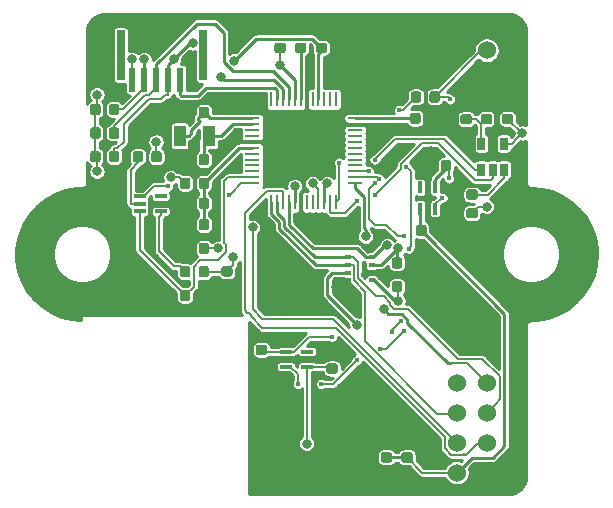
<source format=gtl>
G04 #@! TF.GenerationSoftware,KiCad,Pcbnew,(5.1.0)-1*
G04 #@! TF.CreationDate,2019-05-10T19:05:15+02:00*
G04 #@! TF.ProjectId,nrf24l01-node,6e726632-346c-4303-912d-6e6f64652e6b,rev?*
G04 #@! TF.SameCoordinates,Original*
G04 #@! TF.FileFunction,Copper,L1,Top*
G04 #@! TF.FilePolarity,Positive*
%FSLAX46Y46*%
G04 Gerber Fmt 4.6, Leading zero omitted, Abs format (unit mm)*
G04 Created by KiCad (PCBNEW (5.1.0)-1) date 2019-05-10 19:05:15*
%MOMM*%
%LPD*%
G04 APERTURE LIST*
%ADD10C,0.100000*%
%ADD11C,0.875000*%
%ADD12R,1.000000X0.300000*%
%ADD13R,0.700000X4.200000*%
%ADD14R,0.600000X2.000000*%
%ADD15R,1.000000X1.800000*%
%ADD16R,0.300000X1.000000*%
%ADD17C,1.524000*%
%ADD18R,1.300000X0.250000*%
%ADD19R,0.250000X1.300000*%
%ADD20R,0.650000X1.060000*%
%ADD21R,1.524000X1.524000*%
%ADD22R,0.500000X0.350000*%
%ADD23C,0.800000*%
%ADD24C,0.400000*%
%ADD25C,0.250000*%
%ADD26C,0.200000*%
%ADD27C,0.254000*%
G04 APERTURE END LIST*
D10*
G36*
X77177691Y-156751053D02*
G01*
X77198926Y-156754203D01*
X77219750Y-156759419D01*
X77239962Y-156766651D01*
X77259368Y-156775830D01*
X77277781Y-156786866D01*
X77295024Y-156799654D01*
X77310930Y-156814070D01*
X77325346Y-156829976D01*
X77338134Y-156847219D01*
X77349170Y-156865632D01*
X77358349Y-156885038D01*
X77365581Y-156905250D01*
X77370797Y-156926074D01*
X77373947Y-156947309D01*
X77375000Y-156968750D01*
X77375000Y-157406250D01*
X77373947Y-157427691D01*
X77370797Y-157448926D01*
X77365581Y-157469750D01*
X77358349Y-157489962D01*
X77349170Y-157509368D01*
X77338134Y-157527781D01*
X77325346Y-157545024D01*
X77310930Y-157560930D01*
X77295024Y-157575346D01*
X77277781Y-157588134D01*
X77259368Y-157599170D01*
X77239962Y-157608349D01*
X77219750Y-157615581D01*
X77198926Y-157620797D01*
X77177691Y-157623947D01*
X77156250Y-157625000D01*
X76643750Y-157625000D01*
X76622309Y-157623947D01*
X76601074Y-157620797D01*
X76580250Y-157615581D01*
X76560038Y-157608349D01*
X76540632Y-157599170D01*
X76522219Y-157588134D01*
X76504976Y-157575346D01*
X76489070Y-157560930D01*
X76474654Y-157545024D01*
X76461866Y-157527781D01*
X76450830Y-157509368D01*
X76441651Y-157489962D01*
X76434419Y-157469750D01*
X76429203Y-157448926D01*
X76426053Y-157427691D01*
X76425000Y-157406250D01*
X76425000Y-156968750D01*
X76426053Y-156947309D01*
X76429203Y-156926074D01*
X76434419Y-156905250D01*
X76441651Y-156885038D01*
X76450830Y-156865632D01*
X76461866Y-156847219D01*
X76474654Y-156829976D01*
X76489070Y-156814070D01*
X76504976Y-156799654D01*
X76522219Y-156786866D01*
X76540632Y-156775830D01*
X76560038Y-156766651D01*
X76580250Y-156759419D01*
X76601074Y-156754203D01*
X76622309Y-156751053D01*
X76643750Y-156750000D01*
X77156250Y-156750000D01*
X77177691Y-156751053D01*
X77177691Y-156751053D01*
G37*
D11*
X76900000Y-157187500D03*
D10*
G36*
X77177691Y-155176053D02*
G01*
X77198926Y-155179203D01*
X77219750Y-155184419D01*
X77239962Y-155191651D01*
X77259368Y-155200830D01*
X77277781Y-155211866D01*
X77295024Y-155224654D01*
X77310930Y-155239070D01*
X77325346Y-155254976D01*
X77338134Y-155272219D01*
X77349170Y-155290632D01*
X77358349Y-155310038D01*
X77365581Y-155330250D01*
X77370797Y-155351074D01*
X77373947Y-155372309D01*
X77375000Y-155393750D01*
X77375000Y-155831250D01*
X77373947Y-155852691D01*
X77370797Y-155873926D01*
X77365581Y-155894750D01*
X77358349Y-155914962D01*
X77349170Y-155934368D01*
X77338134Y-155952781D01*
X77325346Y-155970024D01*
X77310930Y-155985930D01*
X77295024Y-156000346D01*
X77277781Y-156013134D01*
X77259368Y-156024170D01*
X77239962Y-156033349D01*
X77219750Y-156040581D01*
X77198926Y-156045797D01*
X77177691Y-156048947D01*
X77156250Y-156050000D01*
X76643750Y-156050000D01*
X76622309Y-156048947D01*
X76601074Y-156045797D01*
X76580250Y-156040581D01*
X76560038Y-156033349D01*
X76540632Y-156024170D01*
X76522219Y-156013134D01*
X76504976Y-156000346D01*
X76489070Y-155985930D01*
X76474654Y-155970024D01*
X76461866Y-155952781D01*
X76450830Y-155934368D01*
X76441651Y-155914962D01*
X76434419Y-155894750D01*
X76429203Y-155873926D01*
X76426053Y-155852691D01*
X76425000Y-155831250D01*
X76425000Y-155393750D01*
X76426053Y-155372309D01*
X76429203Y-155351074D01*
X76434419Y-155330250D01*
X76441651Y-155310038D01*
X76450830Y-155290632D01*
X76461866Y-155272219D01*
X76474654Y-155254976D01*
X76489070Y-155239070D01*
X76504976Y-155224654D01*
X76522219Y-155211866D01*
X76540632Y-155200830D01*
X76560038Y-155191651D01*
X76580250Y-155184419D01*
X76601074Y-155179203D01*
X76622309Y-155176053D01*
X76643750Y-155175000D01*
X77156250Y-155175000D01*
X77177691Y-155176053D01*
X77177691Y-155176053D01*
G37*
D11*
X76900000Y-155612500D03*
D10*
G36*
X71177691Y-155176053D02*
G01*
X71198926Y-155179203D01*
X71219750Y-155184419D01*
X71239962Y-155191651D01*
X71259368Y-155200830D01*
X71277781Y-155211866D01*
X71295024Y-155224654D01*
X71310930Y-155239070D01*
X71325346Y-155254976D01*
X71338134Y-155272219D01*
X71349170Y-155290632D01*
X71358349Y-155310038D01*
X71365581Y-155330250D01*
X71370797Y-155351074D01*
X71373947Y-155372309D01*
X71375000Y-155393750D01*
X71375000Y-155831250D01*
X71373947Y-155852691D01*
X71370797Y-155873926D01*
X71365581Y-155894750D01*
X71358349Y-155914962D01*
X71349170Y-155934368D01*
X71338134Y-155952781D01*
X71325346Y-155970024D01*
X71310930Y-155985930D01*
X71295024Y-156000346D01*
X71277781Y-156013134D01*
X71259368Y-156024170D01*
X71239962Y-156033349D01*
X71219750Y-156040581D01*
X71198926Y-156045797D01*
X71177691Y-156048947D01*
X71156250Y-156050000D01*
X70643750Y-156050000D01*
X70622309Y-156048947D01*
X70601074Y-156045797D01*
X70580250Y-156040581D01*
X70560038Y-156033349D01*
X70540632Y-156024170D01*
X70522219Y-156013134D01*
X70504976Y-156000346D01*
X70489070Y-155985930D01*
X70474654Y-155970024D01*
X70461866Y-155952781D01*
X70450830Y-155934368D01*
X70441651Y-155914962D01*
X70434419Y-155894750D01*
X70429203Y-155873926D01*
X70426053Y-155852691D01*
X70425000Y-155831250D01*
X70425000Y-155393750D01*
X70426053Y-155372309D01*
X70429203Y-155351074D01*
X70434419Y-155330250D01*
X70441651Y-155310038D01*
X70450830Y-155290632D01*
X70461866Y-155272219D01*
X70474654Y-155254976D01*
X70489070Y-155239070D01*
X70504976Y-155224654D01*
X70522219Y-155211866D01*
X70540632Y-155200830D01*
X70560038Y-155191651D01*
X70580250Y-155184419D01*
X70601074Y-155179203D01*
X70622309Y-155176053D01*
X70643750Y-155175000D01*
X71156250Y-155175000D01*
X71177691Y-155176053D01*
X71177691Y-155176053D01*
G37*
D11*
X70900000Y-155612500D03*
D10*
G36*
X71177691Y-156751053D02*
G01*
X71198926Y-156754203D01*
X71219750Y-156759419D01*
X71239962Y-156766651D01*
X71259368Y-156775830D01*
X71277781Y-156786866D01*
X71295024Y-156799654D01*
X71310930Y-156814070D01*
X71325346Y-156829976D01*
X71338134Y-156847219D01*
X71349170Y-156865632D01*
X71358349Y-156885038D01*
X71365581Y-156905250D01*
X71370797Y-156926074D01*
X71373947Y-156947309D01*
X71375000Y-156968750D01*
X71375000Y-157406250D01*
X71373947Y-157427691D01*
X71370797Y-157448926D01*
X71365581Y-157469750D01*
X71358349Y-157489962D01*
X71349170Y-157509368D01*
X71338134Y-157527781D01*
X71325346Y-157545024D01*
X71310930Y-157560930D01*
X71295024Y-157575346D01*
X71277781Y-157588134D01*
X71259368Y-157599170D01*
X71239962Y-157608349D01*
X71219750Y-157615581D01*
X71198926Y-157620797D01*
X71177691Y-157623947D01*
X71156250Y-157625000D01*
X70643750Y-157625000D01*
X70622309Y-157623947D01*
X70601074Y-157620797D01*
X70580250Y-157615581D01*
X70560038Y-157608349D01*
X70540632Y-157599170D01*
X70522219Y-157588134D01*
X70504976Y-157575346D01*
X70489070Y-157560930D01*
X70474654Y-157545024D01*
X70461866Y-157527781D01*
X70450830Y-157509368D01*
X70441651Y-157489962D01*
X70434419Y-157469750D01*
X70429203Y-157448926D01*
X70426053Y-157427691D01*
X70425000Y-157406250D01*
X70425000Y-156968750D01*
X70426053Y-156947309D01*
X70429203Y-156926074D01*
X70434419Y-156905250D01*
X70441651Y-156885038D01*
X70450830Y-156865632D01*
X70461866Y-156847219D01*
X70474654Y-156829976D01*
X70489070Y-156814070D01*
X70504976Y-156799654D01*
X70522219Y-156786866D01*
X70540632Y-156775830D01*
X70560038Y-156766651D01*
X70580250Y-156759419D01*
X70601074Y-156754203D01*
X70622309Y-156751053D01*
X70643750Y-156750000D01*
X71156250Y-156750000D01*
X71177691Y-156751053D01*
X71177691Y-156751053D01*
G37*
D11*
X70900000Y-157187500D03*
D10*
G36*
X84252691Y-133726053D02*
G01*
X84273926Y-133729203D01*
X84294750Y-133734419D01*
X84314962Y-133741651D01*
X84334368Y-133750830D01*
X84352781Y-133761866D01*
X84370024Y-133774654D01*
X84385930Y-133789070D01*
X84400346Y-133804976D01*
X84413134Y-133822219D01*
X84424170Y-133840632D01*
X84433349Y-133860038D01*
X84440581Y-133880250D01*
X84445797Y-133901074D01*
X84448947Y-133922309D01*
X84450000Y-133943750D01*
X84450000Y-134456250D01*
X84448947Y-134477691D01*
X84445797Y-134498926D01*
X84440581Y-134519750D01*
X84433349Y-134539962D01*
X84424170Y-134559368D01*
X84413134Y-134577781D01*
X84400346Y-134595024D01*
X84385930Y-134610930D01*
X84370024Y-134625346D01*
X84352781Y-134638134D01*
X84334368Y-134649170D01*
X84314962Y-134658349D01*
X84294750Y-134665581D01*
X84273926Y-134670797D01*
X84252691Y-134673947D01*
X84231250Y-134675000D01*
X83793750Y-134675000D01*
X83772309Y-134673947D01*
X83751074Y-134670797D01*
X83730250Y-134665581D01*
X83710038Y-134658349D01*
X83690632Y-134649170D01*
X83672219Y-134638134D01*
X83654976Y-134625346D01*
X83639070Y-134610930D01*
X83624654Y-134595024D01*
X83611866Y-134577781D01*
X83600830Y-134559368D01*
X83591651Y-134539962D01*
X83584419Y-134519750D01*
X83579203Y-134498926D01*
X83576053Y-134477691D01*
X83575000Y-134456250D01*
X83575000Y-133943750D01*
X83576053Y-133922309D01*
X83579203Y-133901074D01*
X83584419Y-133880250D01*
X83591651Y-133860038D01*
X83600830Y-133840632D01*
X83611866Y-133822219D01*
X83624654Y-133804976D01*
X83639070Y-133789070D01*
X83654976Y-133774654D01*
X83672219Y-133761866D01*
X83690632Y-133750830D01*
X83710038Y-133741651D01*
X83730250Y-133734419D01*
X83751074Y-133729203D01*
X83772309Y-133726053D01*
X83793750Y-133725000D01*
X84231250Y-133725000D01*
X84252691Y-133726053D01*
X84252691Y-133726053D01*
G37*
D11*
X84012500Y-134200000D03*
D10*
G36*
X85827691Y-133726053D02*
G01*
X85848926Y-133729203D01*
X85869750Y-133734419D01*
X85889962Y-133741651D01*
X85909368Y-133750830D01*
X85927781Y-133761866D01*
X85945024Y-133774654D01*
X85960930Y-133789070D01*
X85975346Y-133804976D01*
X85988134Y-133822219D01*
X85999170Y-133840632D01*
X86008349Y-133860038D01*
X86015581Y-133880250D01*
X86020797Y-133901074D01*
X86023947Y-133922309D01*
X86025000Y-133943750D01*
X86025000Y-134456250D01*
X86023947Y-134477691D01*
X86020797Y-134498926D01*
X86015581Y-134519750D01*
X86008349Y-134539962D01*
X85999170Y-134559368D01*
X85988134Y-134577781D01*
X85975346Y-134595024D01*
X85960930Y-134610930D01*
X85945024Y-134625346D01*
X85927781Y-134638134D01*
X85909368Y-134649170D01*
X85889962Y-134658349D01*
X85869750Y-134665581D01*
X85848926Y-134670797D01*
X85827691Y-134673947D01*
X85806250Y-134675000D01*
X85368750Y-134675000D01*
X85347309Y-134673947D01*
X85326074Y-134670797D01*
X85305250Y-134665581D01*
X85285038Y-134658349D01*
X85265632Y-134649170D01*
X85247219Y-134638134D01*
X85229976Y-134625346D01*
X85214070Y-134610930D01*
X85199654Y-134595024D01*
X85186866Y-134577781D01*
X85175830Y-134559368D01*
X85166651Y-134539962D01*
X85159419Y-134519750D01*
X85154203Y-134498926D01*
X85151053Y-134477691D01*
X85150000Y-134456250D01*
X85150000Y-133943750D01*
X85151053Y-133922309D01*
X85154203Y-133901074D01*
X85159419Y-133880250D01*
X85166651Y-133860038D01*
X85175830Y-133840632D01*
X85186866Y-133822219D01*
X85199654Y-133804976D01*
X85214070Y-133789070D01*
X85229976Y-133774654D01*
X85247219Y-133761866D01*
X85265632Y-133750830D01*
X85285038Y-133741651D01*
X85305250Y-133734419D01*
X85326074Y-133729203D01*
X85347309Y-133726053D01*
X85368750Y-133725000D01*
X85806250Y-133725000D01*
X85827691Y-133726053D01*
X85827691Y-133726053D01*
G37*
D11*
X85587500Y-134200000D03*
D12*
X73000000Y-155775000D03*
X73000000Y-156400000D03*
X73000000Y-157025000D03*
X74800000Y-157025000D03*
X74800000Y-156400000D03*
X74800000Y-155775000D03*
D10*
G36*
X68277691Y-150101053D02*
G01*
X68298926Y-150104203D01*
X68319750Y-150109419D01*
X68339962Y-150116651D01*
X68359368Y-150125830D01*
X68377781Y-150136866D01*
X68395024Y-150149654D01*
X68410930Y-150164070D01*
X68425346Y-150179976D01*
X68438134Y-150197219D01*
X68449170Y-150215632D01*
X68458349Y-150235038D01*
X68465581Y-150255250D01*
X68470797Y-150276074D01*
X68473947Y-150297309D01*
X68475000Y-150318750D01*
X68475000Y-150756250D01*
X68473947Y-150777691D01*
X68470797Y-150798926D01*
X68465581Y-150819750D01*
X68458349Y-150839962D01*
X68449170Y-150859368D01*
X68438134Y-150877781D01*
X68425346Y-150895024D01*
X68410930Y-150910930D01*
X68395024Y-150925346D01*
X68377781Y-150938134D01*
X68359368Y-150949170D01*
X68339962Y-150958349D01*
X68319750Y-150965581D01*
X68298926Y-150970797D01*
X68277691Y-150973947D01*
X68256250Y-150975000D01*
X67743750Y-150975000D01*
X67722309Y-150973947D01*
X67701074Y-150970797D01*
X67680250Y-150965581D01*
X67660038Y-150958349D01*
X67640632Y-150949170D01*
X67622219Y-150938134D01*
X67604976Y-150925346D01*
X67589070Y-150910930D01*
X67574654Y-150895024D01*
X67561866Y-150877781D01*
X67550830Y-150859368D01*
X67541651Y-150839962D01*
X67534419Y-150819750D01*
X67529203Y-150798926D01*
X67526053Y-150777691D01*
X67525000Y-150756250D01*
X67525000Y-150318750D01*
X67526053Y-150297309D01*
X67529203Y-150276074D01*
X67534419Y-150255250D01*
X67541651Y-150235038D01*
X67550830Y-150215632D01*
X67561866Y-150197219D01*
X67574654Y-150179976D01*
X67589070Y-150164070D01*
X67604976Y-150149654D01*
X67622219Y-150136866D01*
X67640632Y-150125830D01*
X67660038Y-150116651D01*
X67680250Y-150109419D01*
X67701074Y-150104203D01*
X67722309Y-150101053D01*
X67743750Y-150100000D01*
X68256250Y-150100000D01*
X68277691Y-150101053D01*
X68277691Y-150101053D01*
G37*
D11*
X68000000Y-150537500D03*
D10*
G36*
X68277691Y-148526053D02*
G01*
X68298926Y-148529203D01*
X68319750Y-148534419D01*
X68339962Y-148541651D01*
X68359368Y-148550830D01*
X68377781Y-148561866D01*
X68395024Y-148574654D01*
X68410930Y-148589070D01*
X68425346Y-148604976D01*
X68438134Y-148622219D01*
X68449170Y-148640632D01*
X68458349Y-148660038D01*
X68465581Y-148680250D01*
X68470797Y-148701074D01*
X68473947Y-148722309D01*
X68475000Y-148743750D01*
X68475000Y-149181250D01*
X68473947Y-149202691D01*
X68470797Y-149223926D01*
X68465581Y-149244750D01*
X68458349Y-149264962D01*
X68449170Y-149284368D01*
X68438134Y-149302781D01*
X68425346Y-149320024D01*
X68410930Y-149335930D01*
X68395024Y-149350346D01*
X68377781Y-149363134D01*
X68359368Y-149374170D01*
X68339962Y-149383349D01*
X68319750Y-149390581D01*
X68298926Y-149395797D01*
X68277691Y-149398947D01*
X68256250Y-149400000D01*
X67743750Y-149400000D01*
X67722309Y-149398947D01*
X67701074Y-149395797D01*
X67680250Y-149390581D01*
X67660038Y-149383349D01*
X67640632Y-149374170D01*
X67622219Y-149363134D01*
X67604976Y-149350346D01*
X67589070Y-149335930D01*
X67574654Y-149320024D01*
X67561866Y-149302781D01*
X67550830Y-149284368D01*
X67541651Y-149264962D01*
X67534419Y-149244750D01*
X67529203Y-149223926D01*
X67526053Y-149202691D01*
X67525000Y-149181250D01*
X67525000Y-148743750D01*
X67526053Y-148722309D01*
X67529203Y-148701074D01*
X67534419Y-148680250D01*
X67541651Y-148660038D01*
X67550830Y-148640632D01*
X67561866Y-148622219D01*
X67574654Y-148604976D01*
X67589070Y-148589070D01*
X67604976Y-148574654D01*
X67622219Y-148561866D01*
X67640632Y-148550830D01*
X67660038Y-148541651D01*
X67680250Y-148534419D01*
X67701074Y-148529203D01*
X67722309Y-148526053D01*
X67743750Y-148525000D01*
X68256250Y-148525000D01*
X68277691Y-148526053D01*
X68277691Y-148526053D01*
G37*
D11*
X68000000Y-148962500D03*
D10*
G36*
X62277691Y-138776053D02*
G01*
X62298926Y-138779203D01*
X62319750Y-138784419D01*
X62339962Y-138791651D01*
X62359368Y-138800830D01*
X62377781Y-138811866D01*
X62395024Y-138824654D01*
X62410930Y-138839070D01*
X62425346Y-138854976D01*
X62438134Y-138872219D01*
X62449170Y-138890632D01*
X62458349Y-138910038D01*
X62465581Y-138930250D01*
X62470797Y-138951074D01*
X62473947Y-138972309D01*
X62475000Y-138993750D01*
X62475000Y-139506250D01*
X62473947Y-139527691D01*
X62470797Y-139548926D01*
X62465581Y-139569750D01*
X62458349Y-139589962D01*
X62449170Y-139609368D01*
X62438134Y-139627781D01*
X62425346Y-139645024D01*
X62410930Y-139660930D01*
X62395024Y-139675346D01*
X62377781Y-139688134D01*
X62359368Y-139699170D01*
X62339962Y-139708349D01*
X62319750Y-139715581D01*
X62298926Y-139720797D01*
X62277691Y-139723947D01*
X62256250Y-139725000D01*
X61818750Y-139725000D01*
X61797309Y-139723947D01*
X61776074Y-139720797D01*
X61755250Y-139715581D01*
X61735038Y-139708349D01*
X61715632Y-139699170D01*
X61697219Y-139688134D01*
X61679976Y-139675346D01*
X61664070Y-139660930D01*
X61649654Y-139645024D01*
X61636866Y-139627781D01*
X61625830Y-139609368D01*
X61616651Y-139589962D01*
X61609419Y-139569750D01*
X61604203Y-139548926D01*
X61601053Y-139527691D01*
X61600000Y-139506250D01*
X61600000Y-138993750D01*
X61601053Y-138972309D01*
X61604203Y-138951074D01*
X61609419Y-138930250D01*
X61616651Y-138910038D01*
X61625830Y-138890632D01*
X61636866Y-138872219D01*
X61649654Y-138854976D01*
X61664070Y-138839070D01*
X61679976Y-138824654D01*
X61697219Y-138811866D01*
X61715632Y-138800830D01*
X61735038Y-138791651D01*
X61755250Y-138784419D01*
X61776074Y-138779203D01*
X61797309Y-138776053D01*
X61818750Y-138775000D01*
X62256250Y-138775000D01*
X62277691Y-138776053D01*
X62277691Y-138776053D01*
G37*
D11*
X62037500Y-139250000D03*
D10*
G36*
X60702691Y-138776053D02*
G01*
X60723926Y-138779203D01*
X60744750Y-138784419D01*
X60764962Y-138791651D01*
X60784368Y-138800830D01*
X60802781Y-138811866D01*
X60820024Y-138824654D01*
X60835930Y-138839070D01*
X60850346Y-138854976D01*
X60863134Y-138872219D01*
X60874170Y-138890632D01*
X60883349Y-138910038D01*
X60890581Y-138930250D01*
X60895797Y-138951074D01*
X60898947Y-138972309D01*
X60900000Y-138993750D01*
X60900000Y-139506250D01*
X60898947Y-139527691D01*
X60895797Y-139548926D01*
X60890581Y-139569750D01*
X60883349Y-139589962D01*
X60874170Y-139609368D01*
X60863134Y-139627781D01*
X60850346Y-139645024D01*
X60835930Y-139660930D01*
X60820024Y-139675346D01*
X60802781Y-139688134D01*
X60784368Y-139699170D01*
X60764962Y-139708349D01*
X60744750Y-139715581D01*
X60723926Y-139720797D01*
X60702691Y-139723947D01*
X60681250Y-139725000D01*
X60243750Y-139725000D01*
X60222309Y-139723947D01*
X60201074Y-139720797D01*
X60180250Y-139715581D01*
X60160038Y-139708349D01*
X60140632Y-139699170D01*
X60122219Y-139688134D01*
X60104976Y-139675346D01*
X60089070Y-139660930D01*
X60074654Y-139645024D01*
X60061866Y-139627781D01*
X60050830Y-139609368D01*
X60041651Y-139589962D01*
X60034419Y-139569750D01*
X60029203Y-139548926D01*
X60026053Y-139527691D01*
X60025000Y-139506250D01*
X60025000Y-138993750D01*
X60026053Y-138972309D01*
X60029203Y-138951074D01*
X60034419Y-138930250D01*
X60041651Y-138910038D01*
X60050830Y-138890632D01*
X60061866Y-138872219D01*
X60074654Y-138854976D01*
X60089070Y-138839070D01*
X60104976Y-138824654D01*
X60122219Y-138811866D01*
X60140632Y-138800830D01*
X60160038Y-138791651D01*
X60180250Y-138784419D01*
X60201074Y-138779203D01*
X60222309Y-138776053D01*
X60243750Y-138775000D01*
X60681250Y-138775000D01*
X60702691Y-138776053D01*
X60702691Y-138776053D01*
G37*
D11*
X60462500Y-139250000D03*
D12*
X60600000Y-142625000D03*
X60600000Y-143250000D03*
X60600000Y-143875000D03*
X62400000Y-143875000D03*
X62400000Y-143250000D03*
X62400000Y-142625000D03*
D10*
G36*
X64702691Y-150526053D02*
G01*
X64723926Y-150529203D01*
X64744750Y-150534419D01*
X64764962Y-150541651D01*
X64784368Y-150550830D01*
X64802781Y-150561866D01*
X64820024Y-150574654D01*
X64835930Y-150589070D01*
X64850346Y-150604976D01*
X64863134Y-150622219D01*
X64874170Y-150640632D01*
X64883349Y-150660038D01*
X64890581Y-150680250D01*
X64895797Y-150701074D01*
X64898947Y-150722309D01*
X64900000Y-150743750D01*
X64900000Y-151256250D01*
X64898947Y-151277691D01*
X64895797Y-151298926D01*
X64890581Y-151319750D01*
X64883349Y-151339962D01*
X64874170Y-151359368D01*
X64863134Y-151377781D01*
X64850346Y-151395024D01*
X64835930Y-151410930D01*
X64820024Y-151425346D01*
X64802781Y-151438134D01*
X64784368Y-151449170D01*
X64764962Y-151458349D01*
X64744750Y-151465581D01*
X64723926Y-151470797D01*
X64702691Y-151473947D01*
X64681250Y-151475000D01*
X64243750Y-151475000D01*
X64222309Y-151473947D01*
X64201074Y-151470797D01*
X64180250Y-151465581D01*
X64160038Y-151458349D01*
X64140632Y-151449170D01*
X64122219Y-151438134D01*
X64104976Y-151425346D01*
X64089070Y-151410930D01*
X64074654Y-151395024D01*
X64061866Y-151377781D01*
X64050830Y-151359368D01*
X64041651Y-151339962D01*
X64034419Y-151319750D01*
X64029203Y-151298926D01*
X64026053Y-151277691D01*
X64025000Y-151256250D01*
X64025000Y-150743750D01*
X64026053Y-150722309D01*
X64029203Y-150701074D01*
X64034419Y-150680250D01*
X64041651Y-150660038D01*
X64050830Y-150640632D01*
X64061866Y-150622219D01*
X64074654Y-150604976D01*
X64089070Y-150589070D01*
X64104976Y-150574654D01*
X64122219Y-150561866D01*
X64140632Y-150550830D01*
X64160038Y-150541651D01*
X64180250Y-150534419D01*
X64201074Y-150529203D01*
X64222309Y-150526053D01*
X64243750Y-150525000D01*
X64681250Y-150525000D01*
X64702691Y-150526053D01*
X64702691Y-150526053D01*
G37*
D11*
X64462500Y-151000000D03*
D10*
G36*
X66277691Y-150526053D02*
G01*
X66298926Y-150529203D01*
X66319750Y-150534419D01*
X66339962Y-150541651D01*
X66359368Y-150550830D01*
X66377781Y-150561866D01*
X66395024Y-150574654D01*
X66410930Y-150589070D01*
X66425346Y-150604976D01*
X66438134Y-150622219D01*
X66449170Y-150640632D01*
X66458349Y-150660038D01*
X66465581Y-150680250D01*
X66470797Y-150701074D01*
X66473947Y-150722309D01*
X66475000Y-150743750D01*
X66475000Y-151256250D01*
X66473947Y-151277691D01*
X66470797Y-151298926D01*
X66465581Y-151319750D01*
X66458349Y-151339962D01*
X66449170Y-151359368D01*
X66438134Y-151377781D01*
X66425346Y-151395024D01*
X66410930Y-151410930D01*
X66395024Y-151425346D01*
X66377781Y-151438134D01*
X66359368Y-151449170D01*
X66339962Y-151458349D01*
X66319750Y-151465581D01*
X66298926Y-151470797D01*
X66277691Y-151473947D01*
X66256250Y-151475000D01*
X65818750Y-151475000D01*
X65797309Y-151473947D01*
X65776074Y-151470797D01*
X65755250Y-151465581D01*
X65735038Y-151458349D01*
X65715632Y-151449170D01*
X65697219Y-151438134D01*
X65679976Y-151425346D01*
X65664070Y-151410930D01*
X65649654Y-151395024D01*
X65636866Y-151377781D01*
X65625830Y-151359368D01*
X65616651Y-151339962D01*
X65609419Y-151319750D01*
X65604203Y-151298926D01*
X65601053Y-151277691D01*
X65600000Y-151256250D01*
X65600000Y-150743750D01*
X65601053Y-150722309D01*
X65604203Y-150701074D01*
X65609419Y-150680250D01*
X65616651Y-150660038D01*
X65625830Y-150640632D01*
X65636866Y-150622219D01*
X65649654Y-150604976D01*
X65664070Y-150589070D01*
X65679976Y-150574654D01*
X65697219Y-150561866D01*
X65715632Y-150550830D01*
X65735038Y-150541651D01*
X65755250Y-150534419D01*
X65776074Y-150529203D01*
X65797309Y-150526053D01*
X65818750Y-150525000D01*
X66256250Y-150525000D01*
X66277691Y-150526053D01*
X66277691Y-150526053D01*
G37*
D11*
X66037500Y-151000000D03*
D10*
G36*
X66277691Y-148526053D02*
G01*
X66298926Y-148529203D01*
X66319750Y-148534419D01*
X66339962Y-148541651D01*
X66359368Y-148550830D01*
X66377781Y-148561866D01*
X66395024Y-148574654D01*
X66410930Y-148589070D01*
X66425346Y-148604976D01*
X66438134Y-148622219D01*
X66449170Y-148640632D01*
X66458349Y-148660038D01*
X66465581Y-148680250D01*
X66470797Y-148701074D01*
X66473947Y-148722309D01*
X66475000Y-148743750D01*
X66475000Y-149256250D01*
X66473947Y-149277691D01*
X66470797Y-149298926D01*
X66465581Y-149319750D01*
X66458349Y-149339962D01*
X66449170Y-149359368D01*
X66438134Y-149377781D01*
X66425346Y-149395024D01*
X66410930Y-149410930D01*
X66395024Y-149425346D01*
X66377781Y-149438134D01*
X66359368Y-149449170D01*
X66339962Y-149458349D01*
X66319750Y-149465581D01*
X66298926Y-149470797D01*
X66277691Y-149473947D01*
X66256250Y-149475000D01*
X65818750Y-149475000D01*
X65797309Y-149473947D01*
X65776074Y-149470797D01*
X65755250Y-149465581D01*
X65735038Y-149458349D01*
X65715632Y-149449170D01*
X65697219Y-149438134D01*
X65679976Y-149425346D01*
X65664070Y-149410930D01*
X65649654Y-149395024D01*
X65636866Y-149377781D01*
X65625830Y-149359368D01*
X65616651Y-149339962D01*
X65609419Y-149319750D01*
X65604203Y-149298926D01*
X65601053Y-149277691D01*
X65600000Y-149256250D01*
X65600000Y-148743750D01*
X65601053Y-148722309D01*
X65604203Y-148701074D01*
X65609419Y-148680250D01*
X65616651Y-148660038D01*
X65625830Y-148640632D01*
X65636866Y-148622219D01*
X65649654Y-148604976D01*
X65664070Y-148589070D01*
X65679976Y-148574654D01*
X65697219Y-148561866D01*
X65715632Y-148550830D01*
X65735038Y-148541651D01*
X65755250Y-148534419D01*
X65776074Y-148529203D01*
X65797309Y-148526053D01*
X65818750Y-148525000D01*
X66256250Y-148525000D01*
X66277691Y-148526053D01*
X66277691Y-148526053D01*
G37*
D11*
X66037500Y-149000000D03*
D10*
G36*
X64702691Y-148526053D02*
G01*
X64723926Y-148529203D01*
X64744750Y-148534419D01*
X64764962Y-148541651D01*
X64784368Y-148550830D01*
X64802781Y-148561866D01*
X64820024Y-148574654D01*
X64835930Y-148589070D01*
X64850346Y-148604976D01*
X64863134Y-148622219D01*
X64874170Y-148640632D01*
X64883349Y-148660038D01*
X64890581Y-148680250D01*
X64895797Y-148701074D01*
X64898947Y-148722309D01*
X64900000Y-148743750D01*
X64900000Y-149256250D01*
X64898947Y-149277691D01*
X64895797Y-149298926D01*
X64890581Y-149319750D01*
X64883349Y-149339962D01*
X64874170Y-149359368D01*
X64863134Y-149377781D01*
X64850346Y-149395024D01*
X64835930Y-149410930D01*
X64820024Y-149425346D01*
X64802781Y-149438134D01*
X64784368Y-149449170D01*
X64764962Y-149458349D01*
X64744750Y-149465581D01*
X64723926Y-149470797D01*
X64702691Y-149473947D01*
X64681250Y-149475000D01*
X64243750Y-149475000D01*
X64222309Y-149473947D01*
X64201074Y-149470797D01*
X64180250Y-149465581D01*
X64160038Y-149458349D01*
X64140632Y-149449170D01*
X64122219Y-149438134D01*
X64104976Y-149425346D01*
X64089070Y-149410930D01*
X64074654Y-149395024D01*
X64061866Y-149377781D01*
X64050830Y-149359368D01*
X64041651Y-149339962D01*
X64034419Y-149319750D01*
X64029203Y-149298926D01*
X64026053Y-149277691D01*
X64025000Y-149256250D01*
X64025000Y-148743750D01*
X64026053Y-148722309D01*
X64029203Y-148701074D01*
X64034419Y-148680250D01*
X64041651Y-148660038D01*
X64050830Y-148640632D01*
X64061866Y-148622219D01*
X64074654Y-148604976D01*
X64089070Y-148589070D01*
X64104976Y-148574654D01*
X64122219Y-148561866D01*
X64140632Y-148550830D01*
X64160038Y-148541651D01*
X64180250Y-148534419D01*
X64201074Y-148529203D01*
X64222309Y-148526053D01*
X64243750Y-148525000D01*
X64681250Y-148525000D01*
X64702691Y-148526053D01*
X64702691Y-148526053D01*
G37*
D11*
X64462500Y-149000000D03*
D13*
X66000000Y-130650000D03*
D14*
X65000000Y-132750000D03*
X64000000Y-132750000D03*
X63000000Y-132750000D03*
X62000000Y-132750000D03*
X61000000Y-132750000D03*
X60000000Y-132750000D03*
D13*
X59000000Y-130650000D03*
D10*
G36*
X76277691Y-128026053D02*
G01*
X76298926Y-128029203D01*
X76319750Y-128034419D01*
X76339962Y-128041651D01*
X76359368Y-128050830D01*
X76377781Y-128061866D01*
X76395024Y-128074654D01*
X76410930Y-128089070D01*
X76425346Y-128104976D01*
X76438134Y-128122219D01*
X76449170Y-128140632D01*
X76458349Y-128160038D01*
X76465581Y-128180250D01*
X76470797Y-128201074D01*
X76473947Y-128222309D01*
X76475000Y-128243750D01*
X76475000Y-128681250D01*
X76473947Y-128702691D01*
X76470797Y-128723926D01*
X76465581Y-128744750D01*
X76458349Y-128764962D01*
X76449170Y-128784368D01*
X76438134Y-128802781D01*
X76425346Y-128820024D01*
X76410930Y-128835930D01*
X76395024Y-128850346D01*
X76377781Y-128863134D01*
X76359368Y-128874170D01*
X76339962Y-128883349D01*
X76319750Y-128890581D01*
X76298926Y-128895797D01*
X76277691Y-128898947D01*
X76256250Y-128900000D01*
X75743750Y-128900000D01*
X75722309Y-128898947D01*
X75701074Y-128895797D01*
X75680250Y-128890581D01*
X75660038Y-128883349D01*
X75640632Y-128874170D01*
X75622219Y-128863134D01*
X75604976Y-128850346D01*
X75589070Y-128835930D01*
X75574654Y-128820024D01*
X75561866Y-128802781D01*
X75550830Y-128784368D01*
X75541651Y-128764962D01*
X75534419Y-128744750D01*
X75529203Y-128723926D01*
X75526053Y-128702691D01*
X75525000Y-128681250D01*
X75525000Y-128243750D01*
X75526053Y-128222309D01*
X75529203Y-128201074D01*
X75534419Y-128180250D01*
X75541651Y-128160038D01*
X75550830Y-128140632D01*
X75561866Y-128122219D01*
X75574654Y-128104976D01*
X75589070Y-128089070D01*
X75604976Y-128074654D01*
X75622219Y-128061866D01*
X75640632Y-128050830D01*
X75660038Y-128041651D01*
X75680250Y-128034419D01*
X75701074Y-128029203D01*
X75722309Y-128026053D01*
X75743750Y-128025000D01*
X76256250Y-128025000D01*
X76277691Y-128026053D01*
X76277691Y-128026053D01*
G37*
D11*
X76000000Y-128462500D03*
D10*
G36*
X76277691Y-129601053D02*
G01*
X76298926Y-129604203D01*
X76319750Y-129609419D01*
X76339962Y-129616651D01*
X76359368Y-129625830D01*
X76377781Y-129636866D01*
X76395024Y-129649654D01*
X76410930Y-129664070D01*
X76425346Y-129679976D01*
X76438134Y-129697219D01*
X76449170Y-129715632D01*
X76458349Y-129735038D01*
X76465581Y-129755250D01*
X76470797Y-129776074D01*
X76473947Y-129797309D01*
X76475000Y-129818750D01*
X76475000Y-130256250D01*
X76473947Y-130277691D01*
X76470797Y-130298926D01*
X76465581Y-130319750D01*
X76458349Y-130339962D01*
X76449170Y-130359368D01*
X76438134Y-130377781D01*
X76425346Y-130395024D01*
X76410930Y-130410930D01*
X76395024Y-130425346D01*
X76377781Y-130438134D01*
X76359368Y-130449170D01*
X76339962Y-130458349D01*
X76319750Y-130465581D01*
X76298926Y-130470797D01*
X76277691Y-130473947D01*
X76256250Y-130475000D01*
X75743750Y-130475000D01*
X75722309Y-130473947D01*
X75701074Y-130470797D01*
X75680250Y-130465581D01*
X75660038Y-130458349D01*
X75640632Y-130449170D01*
X75622219Y-130438134D01*
X75604976Y-130425346D01*
X75589070Y-130410930D01*
X75574654Y-130395024D01*
X75561866Y-130377781D01*
X75550830Y-130359368D01*
X75541651Y-130339962D01*
X75534419Y-130319750D01*
X75529203Y-130298926D01*
X75526053Y-130277691D01*
X75525000Y-130256250D01*
X75525000Y-129818750D01*
X75526053Y-129797309D01*
X75529203Y-129776074D01*
X75534419Y-129755250D01*
X75541651Y-129735038D01*
X75550830Y-129715632D01*
X75561866Y-129697219D01*
X75574654Y-129679976D01*
X75589070Y-129664070D01*
X75604976Y-129649654D01*
X75622219Y-129636866D01*
X75640632Y-129625830D01*
X75660038Y-129616651D01*
X75680250Y-129609419D01*
X75701074Y-129604203D01*
X75722309Y-129601053D01*
X75743750Y-129600000D01*
X76256250Y-129600000D01*
X76277691Y-129601053D01*
X76277691Y-129601053D01*
G37*
D11*
X76000000Y-130037500D03*
D10*
G36*
X57107692Y-138776053D02*
G01*
X57128927Y-138779203D01*
X57149751Y-138784419D01*
X57169963Y-138791651D01*
X57189369Y-138800830D01*
X57207782Y-138811866D01*
X57225025Y-138824654D01*
X57240931Y-138839070D01*
X57255347Y-138854976D01*
X57268135Y-138872219D01*
X57279171Y-138890632D01*
X57288350Y-138910038D01*
X57295582Y-138930250D01*
X57300798Y-138951074D01*
X57303948Y-138972309D01*
X57305001Y-138993750D01*
X57305001Y-139506250D01*
X57303948Y-139527691D01*
X57300798Y-139548926D01*
X57295582Y-139569750D01*
X57288350Y-139589962D01*
X57279171Y-139609368D01*
X57268135Y-139627781D01*
X57255347Y-139645024D01*
X57240931Y-139660930D01*
X57225025Y-139675346D01*
X57207782Y-139688134D01*
X57189369Y-139699170D01*
X57169963Y-139708349D01*
X57149751Y-139715581D01*
X57128927Y-139720797D01*
X57107692Y-139723947D01*
X57086251Y-139725000D01*
X56648751Y-139725000D01*
X56627310Y-139723947D01*
X56606075Y-139720797D01*
X56585251Y-139715581D01*
X56565039Y-139708349D01*
X56545633Y-139699170D01*
X56527220Y-139688134D01*
X56509977Y-139675346D01*
X56494071Y-139660930D01*
X56479655Y-139645024D01*
X56466867Y-139627781D01*
X56455831Y-139609368D01*
X56446652Y-139589962D01*
X56439420Y-139569750D01*
X56434204Y-139548926D01*
X56431054Y-139527691D01*
X56430001Y-139506250D01*
X56430001Y-138993750D01*
X56431054Y-138972309D01*
X56434204Y-138951074D01*
X56439420Y-138930250D01*
X56446652Y-138910038D01*
X56455831Y-138890632D01*
X56466867Y-138872219D01*
X56479655Y-138854976D01*
X56494071Y-138839070D01*
X56509977Y-138824654D01*
X56527220Y-138811866D01*
X56545633Y-138800830D01*
X56565039Y-138791651D01*
X56585251Y-138784419D01*
X56606075Y-138779203D01*
X56627310Y-138776053D01*
X56648751Y-138775000D01*
X57086251Y-138775000D01*
X57107692Y-138776053D01*
X57107692Y-138776053D01*
G37*
D11*
X56867501Y-139250000D03*
D10*
G36*
X58682692Y-138776053D02*
G01*
X58703927Y-138779203D01*
X58724751Y-138784419D01*
X58744963Y-138791651D01*
X58764369Y-138800830D01*
X58782782Y-138811866D01*
X58800025Y-138824654D01*
X58815931Y-138839070D01*
X58830347Y-138854976D01*
X58843135Y-138872219D01*
X58854171Y-138890632D01*
X58863350Y-138910038D01*
X58870582Y-138930250D01*
X58875798Y-138951074D01*
X58878948Y-138972309D01*
X58880001Y-138993750D01*
X58880001Y-139506250D01*
X58878948Y-139527691D01*
X58875798Y-139548926D01*
X58870582Y-139569750D01*
X58863350Y-139589962D01*
X58854171Y-139609368D01*
X58843135Y-139627781D01*
X58830347Y-139645024D01*
X58815931Y-139660930D01*
X58800025Y-139675346D01*
X58782782Y-139688134D01*
X58764369Y-139699170D01*
X58744963Y-139708349D01*
X58724751Y-139715581D01*
X58703927Y-139720797D01*
X58682692Y-139723947D01*
X58661251Y-139725000D01*
X58223751Y-139725000D01*
X58202310Y-139723947D01*
X58181075Y-139720797D01*
X58160251Y-139715581D01*
X58140039Y-139708349D01*
X58120633Y-139699170D01*
X58102220Y-139688134D01*
X58084977Y-139675346D01*
X58069071Y-139660930D01*
X58054655Y-139645024D01*
X58041867Y-139627781D01*
X58030831Y-139609368D01*
X58021652Y-139589962D01*
X58014420Y-139569750D01*
X58009204Y-139548926D01*
X58006054Y-139527691D01*
X58005001Y-139506250D01*
X58005001Y-138993750D01*
X58006054Y-138972309D01*
X58009204Y-138951074D01*
X58014420Y-138930250D01*
X58021652Y-138910038D01*
X58030831Y-138890632D01*
X58041867Y-138872219D01*
X58054655Y-138854976D01*
X58069071Y-138839070D01*
X58084977Y-138824654D01*
X58102220Y-138811866D01*
X58120633Y-138800830D01*
X58140039Y-138791651D01*
X58160251Y-138784419D01*
X58181075Y-138779203D01*
X58202310Y-138776053D01*
X58223751Y-138775000D01*
X58661251Y-138775000D01*
X58682692Y-138776053D01*
X58682692Y-138776053D01*
G37*
D11*
X58442501Y-139250000D03*
D10*
G36*
X58682692Y-136776053D02*
G01*
X58703927Y-136779203D01*
X58724751Y-136784419D01*
X58744963Y-136791651D01*
X58764369Y-136800830D01*
X58782782Y-136811866D01*
X58800025Y-136824654D01*
X58815931Y-136839070D01*
X58830347Y-136854976D01*
X58843135Y-136872219D01*
X58854171Y-136890632D01*
X58863350Y-136910038D01*
X58870582Y-136930250D01*
X58875798Y-136951074D01*
X58878948Y-136972309D01*
X58880001Y-136993750D01*
X58880001Y-137506250D01*
X58878948Y-137527691D01*
X58875798Y-137548926D01*
X58870582Y-137569750D01*
X58863350Y-137589962D01*
X58854171Y-137609368D01*
X58843135Y-137627781D01*
X58830347Y-137645024D01*
X58815931Y-137660930D01*
X58800025Y-137675346D01*
X58782782Y-137688134D01*
X58764369Y-137699170D01*
X58744963Y-137708349D01*
X58724751Y-137715581D01*
X58703927Y-137720797D01*
X58682692Y-137723947D01*
X58661251Y-137725000D01*
X58223751Y-137725000D01*
X58202310Y-137723947D01*
X58181075Y-137720797D01*
X58160251Y-137715581D01*
X58140039Y-137708349D01*
X58120633Y-137699170D01*
X58102220Y-137688134D01*
X58084977Y-137675346D01*
X58069071Y-137660930D01*
X58054655Y-137645024D01*
X58041867Y-137627781D01*
X58030831Y-137609368D01*
X58021652Y-137589962D01*
X58014420Y-137569750D01*
X58009204Y-137548926D01*
X58006054Y-137527691D01*
X58005001Y-137506250D01*
X58005001Y-136993750D01*
X58006054Y-136972309D01*
X58009204Y-136951074D01*
X58014420Y-136930250D01*
X58021652Y-136910038D01*
X58030831Y-136890632D01*
X58041867Y-136872219D01*
X58054655Y-136854976D01*
X58069071Y-136839070D01*
X58084977Y-136824654D01*
X58102220Y-136811866D01*
X58120633Y-136800830D01*
X58140039Y-136791651D01*
X58160251Y-136784419D01*
X58181075Y-136779203D01*
X58202310Y-136776053D01*
X58223751Y-136775000D01*
X58661251Y-136775000D01*
X58682692Y-136776053D01*
X58682692Y-136776053D01*
G37*
D11*
X58442501Y-137250000D03*
D10*
G36*
X57107692Y-136776053D02*
G01*
X57128927Y-136779203D01*
X57149751Y-136784419D01*
X57169963Y-136791651D01*
X57189369Y-136800830D01*
X57207782Y-136811866D01*
X57225025Y-136824654D01*
X57240931Y-136839070D01*
X57255347Y-136854976D01*
X57268135Y-136872219D01*
X57279171Y-136890632D01*
X57288350Y-136910038D01*
X57295582Y-136930250D01*
X57300798Y-136951074D01*
X57303948Y-136972309D01*
X57305001Y-136993750D01*
X57305001Y-137506250D01*
X57303948Y-137527691D01*
X57300798Y-137548926D01*
X57295582Y-137569750D01*
X57288350Y-137589962D01*
X57279171Y-137609368D01*
X57268135Y-137627781D01*
X57255347Y-137645024D01*
X57240931Y-137660930D01*
X57225025Y-137675346D01*
X57207782Y-137688134D01*
X57189369Y-137699170D01*
X57169963Y-137708349D01*
X57149751Y-137715581D01*
X57128927Y-137720797D01*
X57107692Y-137723947D01*
X57086251Y-137725000D01*
X56648751Y-137725000D01*
X56627310Y-137723947D01*
X56606075Y-137720797D01*
X56585251Y-137715581D01*
X56565039Y-137708349D01*
X56545633Y-137699170D01*
X56527220Y-137688134D01*
X56509977Y-137675346D01*
X56494071Y-137660930D01*
X56479655Y-137645024D01*
X56466867Y-137627781D01*
X56455831Y-137609368D01*
X56446652Y-137589962D01*
X56439420Y-137569750D01*
X56434204Y-137548926D01*
X56431054Y-137527691D01*
X56430001Y-137506250D01*
X56430001Y-136993750D01*
X56431054Y-136972309D01*
X56434204Y-136951074D01*
X56439420Y-136930250D01*
X56446652Y-136910038D01*
X56455831Y-136890632D01*
X56466867Y-136872219D01*
X56479655Y-136854976D01*
X56494071Y-136839070D01*
X56509977Y-136824654D01*
X56527220Y-136811866D01*
X56545633Y-136800830D01*
X56565039Y-136791651D01*
X56585251Y-136784419D01*
X56606075Y-136779203D01*
X56627310Y-136776053D01*
X56648751Y-136775000D01*
X57086251Y-136775000D01*
X57107692Y-136776053D01*
X57107692Y-136776053D01*
G37*
D11*
X56867501Y-137250000D03*
D10*
G36*
X57107692Y-134776053D02*
G01*
X57128927Y-134779203D01*
X57149751Y-134784419D01*
X57169963Y-134791651D01*
X57189369Y-134800830D01*
X57207782Y-134811866D01*
X57225025Y-134824654D01*
X57240931Y-134839070D01*
X57255347Y-134854976D01*
X57268135Y-134872219D01*
X57279171Y-134890632D01*
X57288350Y-134910038D01*
X57295582Y-134930250D01*
X57300798Y-134951074D01*
X57303948Y-134972309D01*
X57305001Y-134993750D01*
X57305001Y-135506250D01*
X57303948Y-135527691D01*
X57300798Y-135548926D01*
X57295582Y-135569750D01*
X57288350Y-135589962D01*
X57279171Y-135609368D01*
X57268135Y-135627781D01*
X57255347Y-135645024D01*
X57240931Y-135660930D01*
X57225025Y-135675346D01*
X57207782Y-135688134D01*
X57189369Y-135699170D01*
X57169963Y-135708349D01*
X57149751Y-135715581D01*
X57128927Y-135720797D01*
X57107692Y-135723947D01*
X57086251Y-135725000D01*
X56648751Y-135725000D01*
X56627310Y-135723947D01*
X56606075Y-135720797D01*
X56585251Y-135715581D01*
X56565039Y-135708349D01*
X56545633Y-135699170D01*
X56527220Y-135688134D01*
X56509977Y-135675346D01*
X56494071Y-135660930D01*
X56479655Y-135645024D01*
X56466867Y-135627781D01*
X56455831Y-135609368D01*
X56446652Y-135589962D01*
X56439420Y-135569750D01*
X56434204Y-135548926D01*
X56431054Y-135527691D01*
X56430001Y-135506250D01*
X56430001Y-134993750D01*
X56431054Y-134972309D01*
X56434204Y-134951074D01*
X56439420Y-134930250D01*
X56446652Y-134910038D01*
X56455831Y-134890632D01*
X56466867Y-134872219D01*
X56479655Y-134854976D01*
X56494071Y-134839070D01*
X56509977Y-134824654D01*
X56527220Y-134811866D01*
X56545633Y-134800830D01*
X56565039Y-134791651D01*
X56585251Y-134784419D01*
X56606075Y-134779203D01*
X56627310Y-134776053D01*
X56648751Y-134775000D01*
X57086251Y-134775000D01*
X57107692Y-134776053D01*
X57107692Y-134776053D01*
G37*
D11*
X56867501Y-135250000D03*
D10*
G36*
X58682692Y-134776053D02*
G01*
X58703927Y-134779203D01*
X58724751Y-134784419D01*
X58744963Y-134791651D01*
X58764369Y-134800830D01*
X58782782Y-134811866D01*
X58800025Y-134824654D01*
X58815931Y-134839070D01*
X58830347Y-134854976D01*
X58843135Y-134872219D01*
X58854171Y-134890632D01*
X58863350Y-134910038D01*
X58870582Y-134930250D01*
X58875798Y-134951074D01*
X58878948Y-134972309D01*
X58880001Y-134993750D01*
X58880001Y-135506250D01*
X58878948Y-135527691D01*
X58875798Y-135548926D01*
X58870582Y-135569750D01*
X58863350Y-135589962D01*
X58854171Y-135609368D01*
X58843135Y-135627781D01*
X58830347Y-135645024D01*
X58815931Y-135660930D01*
X58800025Y-135675346D01*
X58782782Y-135688134D01*
X58764369Y-135699170D01*
X58744963Y-135708349D01*
X58724751Y-135715581D01*
X58703927Y-135720797D01*
X58682692Y-135723947D01*
X58661251Y-135725000D01*
X58223751Y-135725000D01*
X58202310Y-135723947D01*
X58181075Y-135720797D01*
X58160251Y-135715581D01*
X58140039Y-135708349D01*
X58120633Y-135699170D01*
X58102220Y-135688134D01*
X58084977Y-135675346D01*
X58069071Y-135660930D01*
X58054655Y-135645024D01*
X58041867Y-135627781D01*
X58030831Y-135609368D01*
X58021652Y-135589962D01*
X58014420Y-135569750D01*
X58009204Y-135548926D01*
X58006054Y-135527691D01*
X58005001Y-135506250D01*
X58005001Y-134993750D01*
X58006054Y-134972309D01*
X58009204Y-134951074D01*
X58014420Y-134930250D01*
X58021652Y-134910038D01*
X58030831Y-134890632D01*
X58041867Y-134872219D01*
X58054655Y-134854976D01*
X58069071Y-134839070D01*
X58084977Y-134824654D01*
X58102220Y-134811866D01*
X58120633Y-134800830D01*
X58140039Y-134791651D01*
X58160251Y-134784419D01*
X58181075Y-134779203D01*
X58202310Y-134776053D01*
X58223751Y-134775000D01*
X58661251Y-134775000D01*
X58682692Y-134776053D01*
X58682692Y-134776053D01*
G37*
D11*
X58442501Y-135250000D03*
D10*
G36*
X64702691Y-141026053D02*
G01*
X64723926Y-141029203D01*
X64744750Y-141034419D01*
X64764962Y-141041651D01*
X64784368Y-141050830D01*
X64802781Y-141061866D01*
X64820024Y-141074654D01*
X64835930Y-141089070D01*
X64850346Y-141104976D01*
X64863134Y-141122219D01*
X64874170Y-141140632D01*
X64883349Y-141160038D01*
X64890581Y-141180250D01*
X64895797Y-141201074D01*
X64898947Y-141222309D01*
X64900000Y-141243750D01*
X64900000Y-141756250D01*
X64898947Y-141777691D01*
X64895797Y-141798926D01*
X64890581Y-141819750D01*
X64883349Y-141839962D01*
X64874170Y-141859368D01*
X64863134Y-141877781D01*
X64850346Y-141895024D01*
X64835930Y-141910930D01*
X64820024Y-141925346D01*
X64802781Y-141938134D01*
X64784368Y-141949170D01*
X64764962Y-141958349D01*
X64744750Y-141965581D01*
X64723926Y-141970797D01*
X64702691Y-141973947D01*
X64681250Y-141975000D01*
X64243750Y-141975000D01*
X64222309Y-141973947D01*
X64201074Y-141970797D01*
X64180250Y-141965581D01*
X64160038Y-141958349D01*
X64140632Y-141949170D01*
X64122219Y-141938134D01*
X64104976Y-141925346D01*
X64089070Y-141910930D01*
X64074654Y-141895024D01*
X64061866Y-141877781D01*
X64050830Y-141859368D01*
X64041651Y-141839962D01*
X64034419Y-141819750D01*
X64029203Y-141798926D01*
X64026053Y-141777691D01*
X64025000Y-141756250D01*
X64025000Y-141243750D01*
X64026053Y-141222309D01*
X64029203Y-141201074D01*
X64034419Y-141180250D01*
X64041651Y-141160038D01*
X64050830Y-141140632D01*
X64061866Y-141122219D01*
X64074654Y-141104976D01*
X64089070Y-141089070D01*
X64104976Y-141074654D01*
X64122219Y-141061866D01*
X64140632Y-141050830D01*
X64160038Y-141041651D01*
X64180250Y-141034419D01*
X64201074Y-141029203D01*
X64222309Y-141026053D01*
X64243750Y-141025000D01*
X64681250Y-141025000D01*
X64702691Y-141026053D01*
X64702691Y-141026053D01*
G37*
D11*
X64462500Y-141500000D03*
D10*
G36*
X66277691Y-141026053D02*
G01*
X66298926Y-141029203D01*
X66319750Y-141034419D01*
X66339962Y-141041651D01*
X66359368Y-141050830D01*
X66377781Y-141061866D01*
X66395024Y-141074654D01*
X66410930Y-141089070D01*
X66425346Y-141104976D01*
X66438134Y-141122219D01*
X66449170Y-141140632D01*
X66458349Y-141160038D01*
X66465581Y-141180250D01*
X66470797Y-141201074D01*
X66473947Y-141222309D01*
X66475000Y-141243750D01*
X66475000Y-141756250D01*
X66473947Y-141777691D01*
X66470797Y-141798926D01*
X66465581Y-141819750D01*
X66458349Y-141839962D01*
X66449170Y-141859368D01*
X66438134Y-141877781D01*
X66425346Y-141895024D01*
X66410930Y-141910930D01*
X66395024Y-141925346D01*
X66377781Y-141938134D01*
X66359368Y-141949170D01*
X66339962Y-141958349D01*
X66319750Y-141965581D01*
X66298926Y-141970797D01*
X66277691Y-141973947D01*
X66256250Y-141975000D01*
X65818750Y-141975000D01*
X65797309Y-141973947D01*
X65776074Y-141970797D01*
X65755250Y-141965581D01*
X65735038Y-141958349D01*
X65715632Y-141949170D01*
X65697219Y-141938134D01*
X65679976Y-141925346D01*
X65664070Y-141910930D01*
X65649654Y-141895024D01*
X65636866Y-141877781D01*
X65625830Y-141859368D01*
X65616651Y-141839962D01*
X65609419Y-141819750D01*
X65604203Y-141798926D01*
X65601053Y-141777691D01*
X65600000Y-141756250D01*
X65600000Y-141243750D01*
X65601053Y-141222309D01*
X65604203Y-141201074D01*
X65609419Y-141180250D01*
X65616651Y-141160038D01*
X65625830Y-141140632D01*
X65636866Y-141122219D01*
X65649654Y-141104976D01*
X65664070Y-141089070D01*
X65679976Y-141074654D01*
X65697219Y-141061866D01*
X65715632Y-141050830D01*
X65735038Y-141041651D01*
X65755250Y-141034419D01*
X65776074Y-141029203D01*
X65797309Y-141026053D01*
X65818750Y-141025000D01*
X66256250Y-141025000D01*
X66277691Y-141026053D01*
X66277691Y-141026053D01*
G37*
D11*
X66037500Y-141500000D03*
D10*
G36*
X64702691Y-135026053D02*
G01*
X64723926Y-135029203D01*
X64744750Y-135034419D01*
X64764962Y-135041651D01*
X64784368Y-135050830D01*
X64802781Y-135061866D01*
X64820024Y-135074654D01*
X64835930Y-135089070D01*
X64850346Y-135104976D01*
X64863134Y-135122219D01*
X64874170Y-135140632D01*
X64883349Y-135160038D01*
X64890581Y-135180250D01*
X64895797Y-135201074D01*
X64898947Y-135222309D01*
X64900000Y-135243750D01*
X64900000Y-135756250D01*
X64898947Y-135777691D01*
X64895797Y-135798926D01*
X64890581Y-135819750D01*
X64883349Y-135839962D01*
X64874170Y-135859368D01*
X64863134Y-135877781D01*
X64850346Y-135895024D01*
X64835930Y-135910930D01*
X64820024Y-135925346D01*
X64802781Y-135938134D01*
X64784368Y-135949170D01*
X64764962Y-135958349D01*
X64744750Y-135965581D01*
X64723926Y-135970797D01*
X64702691Y-135973947D01*
X64681250Y-135975000D01*
X64243750Y-135975000D01*
X64222309Y-135973947D01*
X64201074Y-135970797D01*
X64180250Y-135965581D01*
X64160038Y-135958349D01*
X64140632Y-135949170D01*
X64122219Y-135938134D01*
X64104976Y-135925346D01*
X64089070Y-135910930D01*
X64074654Y-135895024D01*
X64061866Y-135877781D01*
X64050830Y-135859368D01*
X64041651Y-135839962D01*
X64034419Y-135819750D01*
X64029203Y-135798926D01*
X64026053Y-135777691D01*
X64025000Y-135756250D01*
X64025000Y-135243750D01*
X64026053Y-135222309D01*
X64029203Y-135201074D01*
X64034419Y-135180250D01*
X64041651Y-135160038D01*
X64050830Y-135140632D01*
X64061866Y-135122219D01*
X64074654Y-135104976D01*
X64089070Y-135089070D01*
X64104976Y-135074654D01*
X64122219Y-135061866D01*
X64140632Y-135050830D01*
X64160038Y-135041651D01*
X64180250Y-135034419D01*
X64201074Y-135029203D01*
X64222309Y-135026053D01*
X64243750Y-135025000D01*
X64681250Y-135025000D01*
X64702691Y-135026053D01*
X64702691Y-135026053D01*
G37*
D11*
X64462500Y-135500000D03*
D10*
G36*
X66277691Y-135026053D02*
G01*
X66298926Y-135029203D01*
X66319750Y-135034419D01*
X66339962Y-135041651D01*
X66359368Y-135050830D01*
X66377781Y-135061866D01*
X66395024Y-135074654D01*
X66410930Y-135089070D01*
X66425346Y-135104976D01*
X66438134Y-135122219D01*
X66449170Y-135140632D01*
X66458349Y-135160038D01*
X66465581Y-135180250D01*
X66470797Y-135201074D01*
X66473947Y-135222309D01*
X66475000Y-135243750D01*
X66475000Y-135756250D01*
X66473947Y-135777691D01*
X66470797Y-135798926D01*
X66465581Y-135819750D01*
X66458349Y-135839962D01*
X66449170Y-135859368D01*
X66438134Y-135877781D01*
X66425346Y-135895024D01*
X66410930Y-135910930D01*
X66395024Y-135925346D01*
X66377781Y-135938134D01*
X66359368Y-135949170D01*
X66339962Y-135958349D01*
X66319750Y-135965581D01*
X66298926Y-135970797D01*
X66277691Y-135973947D01*
X66256250Y-135975000D01*
X65818750Y-135975000D01*
X65797309Y-135973947D01*
X65776074Y-135970797D01*
X65755250Y-135965581D01*
X65735038Y-135958349D01*
X65715632Y-135949170D01*
X65697219Y-135938134D01*
X65679976Y-135925346D01*
X65664070Y-135910930D01*
X65649654Y-135895024D01*
X65636866Y-135877781D01*
X65625830Y-135859368D01*
X65616651Y-135839962D01*
X65609419Y-135819750D01*
X65604203Y-135798926D01*
X65601053Y-135777691D01*
X65600000Y-135756250D01*
X65600000Y-135243750D01*
X65601053Y-135222309D01*
X65604203Y-135201074D01*
X65609419Y-135180250D01*
X65616651Y-135160038D01*
X65625830Y-135140632D01*
X65636866Y-135122219D01*
X65649654Y-135104976D01*
X65664070Y-135089070D01*
X65679976Y-135074654D01*
X65697219Y-135061866D01*
X65715632Y-135050830D01*
X65735038Y-135041651D01*
X65755250Y-135034419D01*
X65776074Y-135029203D01*
X65797309Y-135026053D01*
X65818750Y-135025000D01*
X66256250Y-135025000D01*
X66277691Y-135026053D01*
X66277691Y-135026053D01*
G37*
D11*
X66037500Y-135500000D03*
D10*
G36*
X66277691Y-139026053D02*
G01*
X66298926Y-139029203D01*
X66319750Y-139034419D01*
X66339962Y-139041651D01*
X66359368Y-139050830D01*
X66377781Y-139061866D01*
X66395024Y-139074654D01*
X66410930Y-139089070D01*
X66425346Y-139104976D01*
X66438134Y-139122219D01*
X66449170Y-139140632D01*
X66458349Y-139160038D01*
X66465581Y-139180250D01*
X66470797Y-139201074D01*
X66473947Y-139222309D01*
X66475000Y-139243750D01*
X66475000Y-139756250D01*
X66473947Y-139777691D01*
X66470797Y-139798926D01*
X66465581Y-139819750D01*
X66458349Y-139839962D01*
X66449170Y-139859368D01*
X66438134Y-139877781D01*
X66425346Y-139895024D01*
X66410930Y-139910930D01*
X66395024Y-139925346D01*
X66377781Y-139938134D01*
X66359368Y-139949170D01*
X66339962Y-139958349D01*
X66319750Y-139965581D01*
X66298926Y-139970797D01*
X66277691Y-139973947D01*
X66256250Y-139975000D01*
X65818750Y-139975000D01*
X65797309Y-139973947D01*
X65776074Y-139970797D01*
X65755250Y-139965581D01*
X65735038Y-139958349D01*
X65715632Y-139949170D01*
X65697219Y-139938134D01*
X65679976Y-139925346D01*
X65664070Y-139910930D01*
X65649654Y-139895024D01*
X65636866Y-139877781D01*
X65625830Y-139859368D01*
X65616651Y-139839962D01*
X65609419Y-139819750D01*
X65604203Y-139798926D01*
X65601053Y-139777691D01*
X65600000Y-139756250D01*
X65600000Y-139243750D01*
X65601053Y-139222309D01*
X65604203Y-139201074D01*
X65609419Y-139180250D01*
X65616651Y-139160038D01*
X65625830Y-139140632D01*
X65636866Y-139122219D01*
X65649654Y-139104976D01*
X65664070Y-139089070D01*
X65679976Y-139074654D01*
X65697219Y-139061866D01*
X65715632Y-139050830D01*
X65735038Y-139041651D01*
X65755250Y-139034419D01*
X65776074Y-139029203D01*
X65797309Y-139026053D01*
X65818750Y-139025000D01*
X66256250Y-139025000D01*
X66277691Y-139026053D01*
X66277691Y-139026053D01*
G37*
D11*
X66037500Y-139500000D03*
D10*
G36*
X64702691Y-139026053D02*
G01*
X64723926Y-139029203D01*
X64744750Y-139034419D01*
X64764962Y-139041651D01*
X64784368Y-139050830D01*
X64802781Y-139061866D01*
X64820024Y-139074654D01*
X64835930Y-139089070D01*
X64850346Y-139104976D01*
X64863134Y-139122219D01*
X64874170Y-139140632D01*
X64883349Y-139160038D01*
X64890581Y-139180250D01*
X64895797Y-139201074D01*
X64898947Y-139222309D01*
X64900000Y-139243750D01*
X64900000Y-139756250D01*
X64898947Y-139777691D01*
X64895797Y-139798926D01*
X64890581Y-139819750D01*
X64883349Y-139839962D01*
X64874170Y-139859368D01*
X64863134Y-139877781D01*
X64850346Y-139895024D01*
X64835930Y-139910930D01*
X64820024Y-139925346D01*
X64802781Y-139938134D01*
X64784368Y-139949170D01*
X64764962Y-139958349D01*
X64744750Y-139965581D01*
X64723926Y-139970797D01*
X64702691Y-139973947D01*
X64681250Y-139975000D01*
X64243750Y-139975000D01*
X64222309Y-139973947D01*
X64201074Y-139970797D01*
X64180250Y-139965581D01*
X64160038Y-139958349D01*
X64140632Y-139949170D01*
X64122219Y-139938134D01*
X64104976Y-139925346D01*
X64089070Y-139910930D01*
X64074654Y-139895024D01*
X64061866Y-139877781D01*
X64050830Y-139859368D01*
X64041651Y-139839962D01*
X64034419Y-139819750D01*
X64029203Y-139798926D01*
X64026053Y-139777691D01*
X64025000Y-139756250D01*
X64025000Y-139243750D01*
X64026053Y-139222309D01*
X64029203Y-139201074D01*
X64034419Y-139180250D01*
X64041651Y-139160038D01*
X64050830Y-139140632D01*
X64061866Y-139122219D01*
X64074654Y-139104976D01*
X64089070Y-139089070D01*
X64104976Y-139074654D01*
X64122219Y-139061866D01*
X64140632Y-139050830D01*
X64160038Y-139041651D01*
X64180250Y-139034419D01*
X64201074Y-139029203D01*
X64222309Y-139026053D01*
X64243750Y-139025000D01*
X64681250Y-139025000D01*
X64702691Y-139026053D01*
X64702691Y-139026053D01*
G37*
D11*
X64462500Y-139500000D03*
D15*
X64000000Y-137500000D03*
X66500000Y-137500000D03*
D16*
X84375000Y-143650000D03*
X85000000Y-143650000D03*
X85625000Y-143650000D03*
X85625000Y-141850000D03*
X85000000Y-141850000D03*
X84375000Y-141850000D03*
D17*
X90000000Y-130250000D03*
X81000000Y-130250000D03*
D10*
G36*
X83527691Y-164276053D02*
G01*
X83548926Y-164279203D01*
X83569750Y-164284419D01*
X83589962Y-164291651D01*
X83609368Y-164300830D01*
X83627781Y-164311866D01*
X83645024Y-164324654D01*
X83660930Y-164339070D01*
X83675346Y-164354976D01*
X83688134Y-164372219D01*
X83699170Y-164390632D01*
X83708349Y-164410038D01*
X83715581Y-164430250D01*
X83720797Y-164451074D01*
X83723947Y-164472309D01*
X83725000Y-164493750D01*
X83725000Y-164931250D01*
X83723947Y-164952691D01*
X83720797Y-164973926D01*
X83715581Y-164994750D01*
X83708349Y-165014962D01*
X83699170Y-165034368D01*
X83688134Y-165052781D01*
X83675346Y-165070024D01*
X83660930Y-165085930D01*
X83645024Y-165100346D01*
X83627781Y-165113134D01*
X83609368Y-165124170D01*
X83589962Y-165133349D01*
X83569750Y-165140581D01*
X83548926Y-165145797D01*
X83527691Y-165148947D01*
X83506250Y-165150000D01*
X82993750Y-165150000D01*
X82972309Y-165148947D01*
X82951074Y-165145797D01*
X82930250Y-165140581D01*
X82910038Y-165133349D01*
X82890632Y-165124170D01*
X82872219Y-165113134D01*
X82854976Y-165100346D01*
X82839070Y-165085930D01*
X82824654Y-165070024D01*
X82811866Y-165052781D01*
X82800830Y-165034368D01*
X82791651Y-165014962D01*
X82784419Y-164994750D01*
X82779203Y-164973926D01*
X82776053Y-164952691D01*
X82775000Y-164931250D01*
X82775000Y-164493750D01*
X82776053Y-164472309D01*
X82779203Y-164451074D01*
X82784419Y-164430250D01*
X82791651Y-164410038D01*
X82800830Y-164390632D01*
X82811866Y-164372219D01*
X82824654Y-164354976D01*
X82839070Y-164339070D01*
X82854976Y-164324654D01*
X82872219Y-164311866D01*
X82890632Y-164300830D01*
X82910038Y-164291651D01*
X82930250Y-164284419D01*
X82951074Y-164279203D01*
X82972309Y-164276053D01*
X82993750Y-164275000D01*
X83506250Y-164275000D01*
X83527691Y-164276053D01*
X83527691Y-164276053D01*
G37*
D11*
X83250000Y-164712500D03*
D10*
G36*
X83527691Y-165851053D02*
G01*
X83548926Y-165854203D01*
X83569750Y-165859419D01*
X83589962Y-165866651D01*
X83609368Y-165875830D01*
X83627781Y-165886866D01*
X83645024Y-165899654D01*
X83660930Y-165914070D01*
X83675346Y-165929976D01*
X83688134Y-165947219D01*
X83699170Y-165965632D01*
X83708349Y-165985038D01*
X83715581Y-166005250D01*
X83720797Y-166026074D01*
X83723947Y-166047309D01*
X83725000Y-166068750D01*
X83725000Y-166506250D01*
X83723947Y-166527691D01*
X83720797Y-166548926D01*
X83715581Y-166569750D01*
X83708349Y-166589962D01*
X83699170Y-166609368D01*
X83688134Y-166627781D01*
X83675346Y-166645024D01*
X83660930Y-166660930D01*
X83645024Y-166675346D01*
X83627781Y-166688134D01*
X83609368Y-166699170D01*
X83589962Y-166708349D01*
X83569750Y-166715581D01*
X83548926Y-166720797D01*
X83527691Y-166723947D01*
X83506250Y-166725000D01*
X82993750Y-166725000D01*
X82972309Y-166723947D01*
X82951074Y-166720797D01*
X82930250Y-166715581D01*
X82910038Y-166708349D01*
X82890632Y-166699170D01*
X82872219Y-166688134D01*
X82854976Y-166675346D01*
X82839070Y-166660930D01*
X82824654Y-166645024D01*
X82811866Y-166627781D01*
X82800830Y-166609368D01*
X82791651Y-166589962D01*
X82784419Y-166569750D01*
X82779203Y-166548926D01*
X82776053Y-166527691D01*
X82775000Y-166506250D01*
X82775000Y-166068750D01*
X82776053Y-166047309D01*
X82779203Y-166026074D01*
X82784419Y-166005250D01*
X82791651Y-165985038D01*
X82800830Y-165965632D01*
X82811866Y-165947219D01*
X82824654Y-165929976D01*
X82839070Y-165914070D01*
X82854976Y-165899654D01*
X82872219Y-165886866D01*
X82890632Y-165875830D01*
X82910038Y-165866651D01*
X82930250Y-165859419D01*
X82951074Y-165854203D01*
X82972309Y-165851053D01*
X82993750Y-165850000D01*
X83506250Y-165850000D01*
X83527691Y-165851053D01*
X83527691Y-165851053D01*
G37*
D11*
X83250000Y-166287500D03*
D10*
G36*
X81777691Y-164276053D02*
G01*
X81798926Y-164279203D01*
X81819750Y-164284419D01*
X81839962Y-164291651D01*
X81859368Y-164300830D01*
X81877781Y-164311866D01*
X81895024Y-164324654D01*
X81910930Y-164339070D01*
X81925346Y-164354976D01*
X81938134Y-164372219D01*
X81949170Y-164390632D01*
X81958349Y-164410038D01*
X81965581Y-164430250D01*
X81970797Y-164451074D01*
X81973947Y-164472309D01*
X81975000Y-164493750D01*
X81975000Y-164931250D01*
X81973947Y-164952691D01*
X81970797Y-164973926D01*
X81965581Y-164994750D01*
X81958349Y-165014962D01*
X81949170Y-165034368D01*
X81938134Y-165052781D01*
X81925346Y-165070024D01*
X81910930Y-165085930D01*
X81895024Y-165100346D01*
X81877781Y-165113134D01*
X81859368Y-165124170D01*
X81839962Y-165133349D01*
X81819750Y-165140581D01*
X81798926Y-165145797D01*
X81777691Y-165148947D01*
X81756250Y-165150000D01*
X81243750Y-165150000D01*
X81222309Y-165148947D01*
X81201074Y-165145797D01*
X81180250Y-165140581D01*
X81160038Y-165133349D01*
X81140632Y-165124170D01*
X81122219Y-165113134D01*
X81104976Y-165100346D01*
X81089070Y-165085930D01*
X81074654Y-165070024D01*
X81061866Y-165052781D01*
X81050830Y-165034368D01*
X81041651Y-165014962D01*
X81034419Y-164994750D01*
X81029203Y-164973926D01*
X81026053Y-164952691D01*
X81025000Y-164931250D01*
X81025000Y-164493750D01*
X81026053Y-164472309D01*
X81029203Y-164451074D01*
X81034419Y-164430250D01*
X81041651Y-164410038D01*
X81050830Y-164390632D01*
X81061866Y-164372219D01*
X81074654Y-164354976D01*
X81089070Y-164339070D01*
X81104976Y-164324654D01*
X81122219Y-164311866D01*
X81140632Y-164300830D01*
X81160038Y-164291651D01*
X81180250Y-164284419D01*
X81201074Y-164279203D01*
X81222309Y-164276053D01*
X81243750Y-164275000D01*
X81756250Y-164275000D01*
X81777691Y-164276053D01*
X81777691Y-164276053D01*
G37*
D11*
X81500000Y-164712500D03*
D10*
G36*
X81777691Y-165851053D02*
G01*
X81798926Y-165854203D01*
X81819750Y-165859419D01*
X81839962Y-165866651D01*
X81859368Y-165875830D01*
X81877781Y-165886866D01*
X81895024Y-165899654D01*
X81910930Y-165914070D01*
X81925346Y-165929976D01*
X81938134Y-165947219D01*
X81949170Y-165965632D01*
X81958349Y-165985038D01*
X81965581Y-166005250D01*
X81970797Y-166026074D01*
X81973947Y-166047309D01*
X81975000Y-166068750D01*
X81975000Y-166506250D01*
X81973947Y-166527691D01*
X81970797Y-166548926D01*
X81965581Y-166569750D01*
X81958349Y-166589962D01*
X81949170Y-166609368D01*
X81938134Y-166627781D01*
X81925346Y-166645024D01*
X81910930Y-166660930D01*
X81895024Y-166675346D01*
X81877781Y-166688134D01*
X81859368Y-166699170D01*
X81839962Y-166708349D01*
X81819750Y-166715581D01*
X81798926Y-166720797D01*
X81777691Y-166723947D01*
X81756250Y-166725000D01*
X81243750Y-166725000D01*
X81222309Y-166723947D01*
X81201074Y-166720797D01*
X81180250Y-166715581D01*
X81160038Y-166708349D01*
X81140632Y-166699170D01*
X81122219Y-166688134D01*
X81104976Y-166675346D01*
X81089070Y-166660930D01*
X81074654Y-166645024D01*
X81061866Y-166627781D01*
X81050830Y-166609368D01*
X81041651Y-166589962D01*
X81034419Y-166569750D01*
X81029203Y-166548926D01*
X81026053Y-166527691D01*
X81025000Y-166506250D01*
X81025000Y-166068750D01*
X81026053Y-166047309D01*
X81029203Y-166026074D01*
X81034419Y-166005250D01*
X81041651Y-165985038D01*
X81050830Y-165965632D01*
X81061866Y-165947219D01*
X81074654Y-165929976D01*
X81089070Y-165914070D01*
X81104976Y-165899654D01*
X81122219Y-165886866D01*
X81140632Y-165875830D01*
X81160038Y-165866651D01*
X81180250Y-165859419D01*
X81201074Y-165854203D01*
X81222309Y-165851053D01*
X81243750Y-165850000D01*
X81756250Y-165850000D01*
X81777691Y-165851053D01*
X81777691Y-165851053D01*
G37*
D11*
X81500000Y-166287500D03*
D10*
G36*
X92027691Y-134026053D02*
G01*
X92048926Y-134029203D01*
X92069750Y-134034419D01*
X92089962Y-134041651D01*
X92109368Y-134050830D01*
X92127781Y-134061866D01*
X92145024Y-134074654D01*
X92160930Y-134089070D01*
X92175346Y-134104976D01*
X92188134Y-134122219D01*
X92199170Y-134140632D01*
X92208349Y-134160038D01*
X92215581Y-134180250D01*
X92220797Y-134201074D01*
X92223947Y-134222309D01*
X92225000Y-134243750D01*
X92225000Y-134681250D01*
X92223947Y-134702691D01*
X92220797Y-134723926D01*
X92215581Y-134744750D01*
X92208349Y-134764962D01*
X92199170Y-134784368D01*
X92188134Y-134802781D01*
X92175346Y-134820024D01*
X92160930Y-134835930D01*
X92145024Y-134850346D01*
X92127781Y-134863134D01*
X92109368Y-134874170D01*
X92089962Y-134883349D01*
X92069750Y-134890581D01*
X92048926Y-134895797D01*
X92027691Y-134898947D01*
X92006250Y-134900000D01*
X91493750Y-134900000D01*
X91472309Y-134898947D01*
X91451074Y-134895797D01*
X91430250Y-134890581D01*
X91410038Y-134883349D01*
X91390632Y-134874170D01*
X91372219Y-134863134D01*
X91354976Y-134850346D01*
X91339070Y-134835930D01*
X91324654Y-134820024D01*
X91311866Y-134802781D01*
X91300830Y-134784368D01*
X91291651Y-134764962D01*
X91284419Y-134744750D01*
X91279203Y-134723926D01*
X91276053Y-134702691D01*
X91275000Y-134681250D01*
X91275000Y-134243750D01*
X91276053Y-134222309D01*
X91279203Y-134201074D01*
X91284419Y-134180250D01*
X91291651Y-134160038D01*
X91300830Y-134140632D01*
X91311866Y-134122219D01*
X91324654Y-134104976D01*
X91339070Y-134089070D01*
X91354976Y-134074654D01*
X91372219Y-134061866D01*
X91390632Y-134050830D01*
X91410038Y-134041651D01*
X91430250Y-134034419D01*
X91451074Y-134029203D01*
X91472309Y-134026053D01*
X91493750Y-134025000D01*
X92006250Y-134025000D01*
X92027691Y-134026053D01*
X92027691Y-134026053D01*
G37*
D11*
X91750000Y-134462500D03*
D10*
G36*
X92027691Y-135601053D02*
G01*
X92048926Y-135604203D01*
X92069750Y-135609419D01*
X92089962Y-135616651D01*
X92109368Y-135625830D01*
X92127781Y-135636866D01*
X92145024Y-135649654D01*
X92160930Y-135664070D01*
X92175346Y-135679976D01*
X92188134Y-135697219D01*
X92199170Y-135715632D01*
X92208349Y-135735038D01*
X92215581Y-135755250D01*
X92220797Y-135776074D01*
X92223947Y-135797309D01*
X92225000Y-135818750D01*
X92225000Y-136256250D01*
X92223947Y-136277691D01*
X92220797Y-136298926D01*
X92215581Y-136319750D01*
X92208349Y-136339962D01*
X92199170Y-136359368D01*
X92188134Y-136377781D01*
X92175346Y-136395024D01*
X92160930Y-136410930D01*
X92145024Y-136425346D01*
X92127781Y-136438134D01*
X92109368Y-136449170D01*
X92089962Y-136458349D01*
X92069750Y-136465581D01*
X92048926Y-136470797D01*
X92027691Y-136473947D01*
X92006250Y-136475000D01*
X91493750Y-136475000D01*
X91472309Y-136473947D01*
X91451074Y-136470797D01*
X91430250Y-136465581D01*
X91410038Y-136458349D01*
X91390632Y-136449170D01*
X91372219Y-136438134D01*
X91354976Y-136425346D01*
X91339070Y-136410930D01*
X91324654Y-136395024D01*
X91311866Y-136377781D01*
X91300830Y-136359368D01*
X91291651Y-136339962D01*
X91284419Y-136319750D01*
X91279203Y-136298926D01*
X91276053Y-136277691D01*
X91275000Y-136256250D01*
X91275000Y-135818750D01*
X91276053Y-135797309D01*
X91279203Y-135776074D01*
X91284419Y-135755250D01*
X91291651Y-135735038D01*
X91300830Y-135715632D01*
X91311866Y-135697219D01*
X91324654Y-135679976D01*
X91339070Y-135664070D01*
X91354976Y-135649654D01*
X91372219Y-135636866D01*
X91390632Y-135625830D01*
X91410038Y-135616651D01*
X91430250Y-135609419D01*
X91451074Y-135604203D01*
X91472309Y-135601053D01*
X91493750Y-135600000D01*
X92006250Y-135600000D01*
X92027691Y-135601053D01*
X92027691Y-135601053D01*
G37*
D11*
X91750000Y-136037500D03*
D10*
G36*
X86277691Y-145026053D02*
G01*
X86298926Y-145029203D01*
X86319750Y-145034419D01*
X86339962Y-145041651D01*
X86359368Y-145050830D01*
X86377781Y-145061866D01*
X86395024Y-145074654D01*
X86410930Y-145089070D01*
X86425346Y-145104976D01*
X86438134Y-145122219D01*
X86449170Y-145140632D01*
X86458349Y-145160038D01*
X86465581Y-145180250D01*
X86470797Y-145201074D01*
X86473947Y-145222309D01*
X86475000Y-145243750D01*
X86475000Y-145756250D01*
X86473947Y-145777691D01*
X86470797Y-145798926D01*
X86465581Y-145819750D01*
X86458349Y-145839962D01*
X86449170Y-145859368D01*
X86438134Y-145877781D01*
X86425346Y-145895024D01*
X86410930Y-145910930D01*
X86395024Y-145925346D01*
X86377781Y-145938134D01*
X86359368Y-145949170D01*
X86339962Y-145958349D01*
X86319750Y-145965581D01*
X86298926Y-145970797D01*
X86277691Y-145973947D01*
X86256250Y-145975000D01*
X85818750Y-145975000D01*
X85797309Y-145973947D01*
X85776074Y-145970797D01*
X85755250Y-145965581D01*
X85735038Y-145958349D01*
X85715632Y-145949170D01*
X85697219Y-145938134D01*
X85679976Y-145925346D01*
X85664070Y-145910930D01*
X85649654Y-145895024D01*
X85636866Y-145877781D01*
X85625830Y-145859368D01*
X85616651Y-145839962D01*
X85609419Y-145819750D01*
X85604203Y-145798926D01*
X85601053Y-145777691D01*
X85600000Y-145756250D01*
X85600000Y-145243750D01*
X85601053Y-145222309D01*
X85604203Y-145201074D01*
X85609419Y-145180250D01*
X85616651Y-145160038D01*
X85625830Y-145140632D01*
X85636866Y-145122219D01*
X85649654Y-145104976D01*
X85664070Y-145089070D01*
X85679976Y-145074654D01*
X85697219Y-145061866D01*
X85715632Y-145050830D01*
X85735038Y-145041651D01*
X85755250Y-145034419D01*
X85776074Y-145029203D01*
X85797309Y-145026053D01*
X85818750Y-145025000D01*
X86256250Y-145025000D01*
X86277691Y-145026053D01*
X86277691Y-145026053D01*
G37*
D11*
X86037500Y-145500000D03*
D10*
G36*
X84702691Y-145026053D02*
G01*
X84723926Y-145029203D01*
X84744750Y-145034419D01*
X84764962Y-145041651D01*
X84784368Y-145050830D01*
X84802781Y-145061866D01*
X84820024Y-145074654D01*
X84835930Y-145089070D01*
X84850346Y-145104976D01*
X84863134Y-145122219D01*
X84874170Y-145140632D01*
X84883349Y-145160038D01*
X84890581Y-145180250D01*
X84895797Y-145201074D01*
X84898947Y-145222309D01*
X84900000Y-145243750D01*
X84900000Y-145756250D01*
X84898947Y-145777691D01*
X84895797Y-145798926D01*
X84890581Y-145819750D01*
X84883349Y-145839962D01*
X84874170Y-145859368D01*
X84863134Y-145877781D01*
X84850346Y-145895024D01*
X84835930Y-145910930D01*
X84820024Y-145925346D01*
X84802781Y-145938134D01*
X84784368Y-145949170D01*
X84764962Y-145958349D01*
X84744750Y-145965581D01*
X84723926Y-145970797D01*
X84702691Y-145973947D01*
X84681250Y-145975000D01*
X84243750Y-145975000D01*
X84222309Y-145973947D01*
X84201074Y-145970797D01*
X84180250Y-145965581D01*
X84160038Y-145958349D01*
X84140632Y-145949170D01*
X84122219Y-145938134D01*
X84104976Y-145925346D01*
X84089070Y-145910930D01*
X84074654Y-145895024D01*
X84061866Y-145877781D01*
X84050830Y-145859368D01*
X84041651Y-145839962D01*
X84034419Y-145819750D01*
X84029203Y-145798926D01*
X84026053Y-145777691D01*
X84025000Y-145756250D01*
X84025000Y-145243750D01*
X84026053Y-145222309D01*
X84029203Y-145201074D01*
X84034419Y-145180250D01*
X84041651Y-145160038D01*
X84050830Y-145140632D01*
X84061866Y-145122219D01*
X84074654Y-145104976D01*
X84089070Y-145089070D01*
X84104976Y-145074654D01*
X84122219Y-145061866D01*
X84140632Y-145050830D01*
X84160038Y-145041651D01*
X84180250Y-145034419D01*
X84201074Y-145029203D01*
X84222309Y-145026053D01*
X84243750Y-145025000D01*
X84681250Y-145025000D01*
X84702691Y-145026053D01*
X84702691Y-145026053D01*
G37*
D11*
X84462500Y-145500000D03*
D10*
G36*
X85202691Y-139526053D02*
G01*
X85223926Y-139529203D01*
X85244750Y-139534419D01*
X85264962Y-139541651D01*
X85284368Y-139550830D01*
X85302781Y-139561866D01*
X85320024Y-139574654D01*
X85335930Y-139589070D01*
X85350346Y-139604976D01*
X85363134Y-139622219D01*
X85374170Y-139640632D01*
X85383349Y-139660038D01*
X85390581Y-139680250D01*
X85395797Y-139701074D01*
X85398947Y-139722309D01*
X85400000Y-139743750D01*
X85400000Y-140256250D01*
X85398947Y-140277691D01*
X85395797Y-140298926D01*
X85390581Y-140319750D01*
X85383349Y-140339962D01*
X85374170Y-140359368D01*
X85363134Y-140377781D01*
X85350346Y-140395024D01*
X85335930Y-140410930D01*
X85320024Y-140425346D01*
X85302781Y-140438134D01*
X85284368Y-140449170D01*
X85264962Y-140458349D01*
X85244750Y-140465581D01*
X85223926Y-140470797D01*
X85202691Y-140473947D01*
X85181250Y-140475000D01*
X84743750Y-140475000D01*
X84722309Y-140473947D01*
X84701074Y-140470797D01*
X84680250Y-140465581D01*
X84660038Y-140458349D01*
X84640632Y-140449170D01*
X84622219Y-140438134D01*
X84604976Y-140425346D01*
X84589070Y-140410930D01*
X84574654Y-140395024D01*
X84561866Y-140377781D01*
X84550830Y-140359368D01*
X84541651Y-140339962D01*
X84534419Y-140319750D01*
X84529203Y-140298926D01*
X84526053Y-140277691D01*
X84525000Y-140256250D01*
X84525000Y-139743750D01*
X84526053Y-139722309D01*
X84529203Y-139701074D01*
X84534419Y-139680250D01*
X84541651Y-139660038D01*
X84550830Y-139640632D01*
X84561866Y-139622219D01*
X84574654Y-139604976D01*
X84589070Y-139589070D01*
X84604976Y-139574654D01*
X84622219Y-139561866D01*
X84640632Y-139550830D01*
X84660038Y-139541651D01*
X84680250Y-139534419D01*
X84701074Y-139529203D01*
X84722309Y-139526053D01*
X84743750Y-139525000D01*
X85181250Y-139525000D01*
X85202691Y-139526053D01*
X85202691Y-139526053D01*
G37*
D11*
X84962500Y-140000000D03*
D10*
G36*
X86777691Y-139526053D02*
G01*
X86798926Y-139529203D01*
X86819750Y-139534419D01*
X86839962Y-139541651D01*
X86859368Y-139550830D01*
X86877781Y-139561866D01*
X86895024Y-139574654D01*
X86910930Y-139589070D01*
X86925346Y-139604976D01*
X86938134Y-139622219D01*
X86949170Y-139640632D01*
X86958349Y-139660038D01*
X86965581Y-139680250D01*
X86970797Y-139701074D01*
X86973947Y-139722309D01*
X86975000Y-139743750D01*
X86975000Y-140256250D01*
X86973947Y-140277691D01*
X86970797Y-140298926D01*
X86965581Y-140319750D01*
X86958349Y-140339962D01*
X86949170Y-140359368D01*
X86938134Y-140377781D01*
X86925346Y-140395024D01*
X86910930Y-140410930D01*
X86895024Y-140425346D01*
X86877781Y-140438134D01*
X86859368Y-140449170D01*
X86839962Y-140458349D01*
X86819750Y-140465581D01*
X86798926Y-140470797D01*
X86777691Y-140473947D01*
X86756250Y-140475000D01*
X86318750Y-140475000D01*
X86297309Y-140473947D01*
X86276074Y-140470797D01*
X86255250Y-140465581D01*
X86235038Y-140458349D01*
X86215632Y-140449170D01*
X86197219Y-140438134D01*
X86179976Y-140425346D01*
X86164070Y-140410930D01*
X86149654Y-140395024D01*
X86136866Y-140377781D01*
X86125830Y-140359368D01*
X86116651Y-140339962D01*
X86109419Y-140319750D01*
X86104203Y-140298926D01*
X86101053Y-140277691D01*
X86100000Y-140256250D01*
X86100000Y-139743750D01*
X86101053Y-139722309D01*
X86104203Y-139701074D01*
X86109419Y-139680250D01*
X86116651Y-139660038D01*
X86125830Y-139640632D01*
X86136866Y-139622219D01*
X86149654Y-139604976D01*
X86164070Y-139589070D01*
X86179976Y-139574654D01*
X86197219Y-139561866D01*
X86215632Y-139550830D01*
X86235038Y-139541651D01*
X86255250Y-139534419D01*
X86276074Y-139529203D01*
X86297309Y-139526053D01*
X86318750Y-139525000D01*
X86756250Y-139525000D01*
X86777691Y-139526053D01*
X86777691Y-139526053D01*
G37*
D11*
X86537500Y-140000000D03*
D10*
G36*
X82634835Y-149776053D02*
G01*
X82656070Y-149779203D01*
X82676894Y-149784419D01*
X82697106Y-149791651D01*
X82716512Y-149800830D01*
X82734925Y-149811866D01*
X82752168Y-149824654D01*
X82768074Y-149839070D01*
X82782490Y-149854976D01*
X82795278Y-149872219D01*
X82806314Y-149890632D01*
X82815493Y-149910038D01*
X82822725Y-149930250D01*
X82827941Y-149951074D01*
X82831091Y-149972309D01*
X82832144Y-149993750D01*
X82832144Y-150506250D01*
X82831091Y-150527691D01*
X82827941Y-150548926D01*
X82822725Y-150569750D01*
X82815493Y-150589962D01*
X82806314Y-150609368D01*
X82795278Y-150627781D01*
X82782490Y-150645024D01*
X82768074Y-150660930D01*
X82752168Y-150675346D01*
X82734925Y-150688134D01*
X82716512Y-150699170D01*
X82697106Y-150708349D01*
X82676894Y-150715581D01*
X82656070Y-150720797D01*
X82634835Y-150723947D01*
X82613394Y-150725000D01*
X82175894Y-150725000D01*
X82154453Y-150723947D01*
X82133218Y-150720797D01*
X82112394Y-150715581D01*
X82092182Y-150708349D01*
X82072776Y-150699170D01*
X82054363Y-150688134D01*
X82037120Y-150675346D01*
X82021214Y-150660930D01*
X82006798Y-150645024D01*
X81994010Y-150627781D01*
X81982974Y-150609368D01*
X81973795Y-150589962D01*
X81966563Y-150569750D01*
X81961347Y-150548926D01*
X81958197Y-150527691D01*
X81957144Y-150506250D01*
X81957144Y-149993750D01*
X81958197Y-149972309D01*
X81961347Y-149951074D01*
X81966563Y-149930250D01*
X81973795Y-149910038D01*
X81982974Y-149890632D01*
X81994010Y-149872219D01*
X82006798Y-149854976D01*
X82021214Y-149839070D01*
X82037120Y-149824654D01*
X82054363Y-149811866D01*
X82072776Y-149800830D01*
X82092182Y-149791651D01*
X82112394Y-149784419D01*
X82133218Y-149779203D01*
X82154453Y-149776053D01*
X82175894Y-149775000D01*
X82613394Y-149775000D01*
X82634835Y-149776053D01*
X82634835Y-149776053D01*
G37*
D11*
X82394644Y-150250000D03*
D10*
G36*
X84209835Y-149776053D02*
G01*
X84231070Y-149779203D01*
X84251894Y-149784419D01*
X84272106Y-149791651D01*
X84291512Y-149800830D01*
X84309925Y-149811866D01*
X84327168Y-149824654D01*
X84343074Y-149839070D01*
X84357490Y-149854976D01*
X84370278Y-149872219D01*
X84381314Y-149890632D01*
X84390493Y-149910038D01*
X84397725Y-149930250D01*
X84402941Y-149951074D01*
X84406091Y-149972309D01*
X84407144Y-149993750D01*
X84407144Y-150506250D01*
X84406091Y-150527691D01*
X84402941Y-150548926D01*
X84397725Y-150569750D01*
X84390493Y-150589962D01*
X84381314Y-150609368D01*
X84370278Y-150627781D01*
X84357490Y-150645024D01*
X84343074Y-150660930D01*
X84327168Y-150675346D01*
X84309925Y-150688134D01*
X84291512Y-150699170D01*
X84272106Y-150708349D01*
X84251894Y-150715581D01*
X84231070Y-150720797D01*
X84209835Y-150723947D01*
X84188394Y-150725000D01*
X83750894Y-150725000D01*
X83729453Y-150723947D01*
X83708218Y-150720797D01*
X83687394Y-150715581D01*
X83667182Y-150708349D01*
X83647776Y-150699170D01*
X83629363Y-150688134D01*
X83612120Y-150675346D01*
X83596214Y-150660930D01*
X83581798Y-150645024D01*
X83569010Y-150627781D01*
X83557974Y-150609368D01*
X83548795Y-150589962D01*
X83541563Y-150569750D01*
X83536347Y-150548926D01*
X83533197Y-150527691D01*
X83532144Y-150506250D01*
X83532144Y-149993750D01*
X83533197Y-149972309D01*
X83536347Y-149951074D01*
X83541563Y-149930250D01*
X83548795Y-149910038D01*
X83557974Y-149890632D01*
X83569010Y-149872219D01*
X83581798Y-149854976D01*
X83596214Y-149839070D01*
X83612120Y-149824654D01*
X83629363Y-149811866D01*
X83647776Y-149800830D01*
X83667182Y-149791651D01*
X83687394Y-149784419D01*
X83708218Y-149779203D01*
X83729453Y-149776053D01*
X83750894Y-149775000D01*
X84188394Y-149775000D01*
X84209835Y-149776053D01*
X84209835Y-149776053D01*
G37*
D11*
X83969644Y-150250000D03*
D10*
G36*
X84209835Y-147776053D02*
G01*
X84231070Y-147779203D01*
X84251894Y-147784419D01*
X84272106Y-147791651D01*
X84291512Y-147800830D01*
X84309925Y-147811866D01*
X84327168Y-147824654D01*
X84343074Y-147839070D01*
X84357490Y-147854976D01*
X84370278Y-147872219D01*
X84381314Y-147890632D01*
X84390493Y-147910038D01*
X84397725Y-147930250D01*
X84402941Y-147951074D01*
X84406091Y-147972309D01*
X84407144Y-147993750D01*
X84407144Y-148506250D01*
X84406091Y-148527691D01*
X84402941Y-148548926D01*
X84397725Y-148569750D01*
X84390493Y-148589962D01*
X84381314Y-148609368D01*
X84370278Y-148627781D01*
X84357490Y-148645024D01*
X84343074Y-148660930D01*
X84327168Y-148675346D01*
X84309925Y-148688134D01*
X84291512Y-148699170D01*
X84272106Y-148708349D01*
X84251894Y-148715581D01*
X84231070Y-148720797D01*
X84209835Y-148723947D01*
X84188394Y-148725000D01*
X83750894Y-148725000D01*
X83729453Y-148723947D01*
X83708218Y-148720797D01*
X83687394Y-148715581D01*
X83667182Y-148708349D01*
X83647776Y-148699170D01*
X83629363Y-148688134D01*
X83612120Y-148675346D01*
X83596214Y-148660930D01*
X83581798Y-148645024D01*
X83569010Y-148627781D01*
X83557974Y-148609368D01*
X83548795Y-148589962D01*
X83541563Y-148569750D01*
X83536347Y-148548926D01*
X83533197Y-148527691D01*
X83532144Y-148506250D01*
X83532144Y-147993750D01*
X83533197Y-147972309D01*
X83536347Y-147951074D01*
X83541563Y-147930250D01*
X83548795Y-147910038D01*
X83557974Y-147890632D01*
X83569010Y-147872219D01*
X83581798Y-147854976D01*
X83596214Y-147839070D01*
X83612120Y-147824654D01*
X83629363Y-147811866D01*
X83647776Y-147800830D01*
X83667182Y-147791651D01*
X83687394Y-147784419D01*
X83708218Y-147779203D01*
X83729453Y-147776053D01*
X83750894Y-147775000D01*
X84188394Y-147775000D01*
X84209835Y-147776053D01*
X84209835Y-147776053D01*
G37*
D11*
X83969644Y-148250000D03*
D10*
G36*
X82634835Y-147776053D02*
G01*
X82656070Y-147779203D01*
X82676894Y-147784419D01*
X82697106Y-147791651D01*
X82716512Y-147800830D01*
X82734925Y-147811866D01*
X82752168Y-147824654D01*
X82768074Y-147839070D01*
X82782490Y-147854976D01*
X82795278Y-147872219D01*
X82806314Y-147890632D01*
X82815493Y-147910038D01*
X82822725Y-147930250D01*
X82827941Y-147951074D01*
X82831091Y-147972309D01*
X82832144Y-147993750D01*
X82832144Y-148506250D01*
X82831091Y-148527691D01*
X82827941Y-148548926D01*
X82822725Y-148569750D01*
X82815493Y-148589962D01*
X82806314Y-148609368D01*
X82795278Y-148627781D01*
X82782490Y-148645024D01*
X82768074Y-148660930D01*
X82752168Y-148675346D01*
X82734925Y-148688134D01*
X82716512Y-148699170D01*
X82697106Y-148708349D01*
X82676894Y-148715581D01*
X82656070Y-148720797D01*
X82634835Y-148723947D01*
X82613394Y-148725000D01*
X82175894Y-148725000D01*
X82154453Y-148723947D01*
X82133218Y-148720797D01*
X82112394Y-148715581D01*
X82092182Y-148708349D01*
X82072776Y-148699170D01*
X82054363Y-148688134D01*
X82037120Y-148675346D01*
X82021214Y-148660930D01*
X82006798Y-148645024D01*
X81994010Y-148627781D01*
X81982974Y-148609368D01*
X81973795Y-148589962D01*
X81966563Y-148569750D01*
X81961347Y-148548926D01*
X81958197Y-148527691D01*
X81957144Y-148506250D01*
X81957144Y-147993750D01*
X81958197Y-147972309D01*
X81961347Y-147951074D01*
X81966563Y-147930250D01*
X81973795Y-147910038D01*
X81982974Y-147890632D01*
X81994010Y-147872219D01*
X82006798Y-147854976D01*
X82021214Y-147839070D01*
X82037120Y-147824654D01*
X82054363Y-147811866D01*
X82072776Y-147800830D01*
X82092182Y-147791651D01*
X82112394Y-147784419D01*
X82133218Y-147779203D01*
X82154453Y-147776053D01*
X82175894Y-147775000D01*
X82613394Y-147775000D01*
X82634835Y-147776053D01*
X82634835Y-147776053D01*
G37*
D11*
X82394644Y-148250000D03*
D10*
G36*
X72777691Y-128026053D02*
G01*
X72798926Y-128029203D01*
X72819750Y-128034419D01*
X72839962Y-128041651D01*
X72859368Y-128050830D01*
X72877781Y-128061866D01*
X72895024Y-128074654D01*
X72910930Y-128089070D01*
X72925346Y-128104976D01*
X72938134Y-128122219D01*
X72949170Y-128140632D01*
X72958349Y-128160038D01*
X72965581Y-128180250D01*
X72970797Y-128201074D01*
X72973947Y-128222309D01*
X72975000Y-128243750D01*
X72975000Y-128681250D01*
X72973947Y-128702691D01*
X72970797Y-128723926D01*
X72965581Y-128744750D01*
X72958349Y-128764962D01*
X72949170Y-128784368D01*
X72938134Y-128802781D01*
X72925346Y-128820024D01*
X72910930Y-128835930D01*
X72895024Y-128850346D01*
X72877781Y-128863134D01*
X72859368Y-128874170D01*
X72839962Y-128883349D01*
X72819750Y-128890581D01*
X72798926Y-128895797D01*
X72777691Y-128898947D01*
X72756250Y-128900000D01*
X72243750Y-128900000D01*
X72222309Y-128898947D01*
X72201074Y-128895797D01*
X72180250Y-128890581D01*
X72160038Y-128883349D01*
X72140632Y-128874170D01*
X72122219Y-128863134D01*
X72104976Y-128850346D01*
X72089070Y-128835930D01*
X72074654Y-128820024D01*
X72061866Y-128802781D01*
X72050830Y-128784368D01*
X72041651Y-128764962D01*
X72034419Y-128744750D01*
X72029203Y-128723926D01*
X72026053Y-128702691D01*
X72025000Y-128681250D01*
X72025000Y-128243750D01*
X72026053Y-128222309D01*
X72029203Y-128201074D01*
X72034419Y-128180250D01*
X72041651Y-128160038D01*
X72050830Y-128140632D01*
X72061866Y-128122219D01*
X72074654Y-128104976D01*
X72089070Y-128089070D01*
X72104976Y-128074654D01*
X72122219Y-128061866D01*
X72140632Y-128050830D01*
X72160038Y-128041651D01*
X72180250Y-128034419D01*
X72201074Y-128029203D01*
X72222309Y-128026053D01*
X72243750Y-128025000D01*
X72756250Y-128025000D01*
X72777691Y-128026053D01*
X72777691Y-128026053D01*
G37*
D11*
X72500000Y-128462500D03*
D10*
G36*
X72777691Y-129601053D02*
G01*
X72798926Y-129604203D01*
X72819750Y-129609419D01*
X72839962Y-129616651D01*
X72859368Y-129625830D01*
X72877781Y-129636866D01*
X72895024Y-129649654D01*
X72910930Y-129664070D01*
X72925346Y-129679976D01*
X72938134Y-129697219D01*
X72949170Y-129715632D01*
X72958349Y-129735038D01*
X72965581Y-129755250D01*
X72970797Y-129776074D01*
X72973947Y-129797309D01*
X72975000Y-129818750D01*
X72975000Y-130256250D01*
X72973947Y-130277691D01*
X72970797Y-130298926D01*
X72965581Y-130319750D01*
X72958349Y-130339962D01*
X72949170Y-130359368D01*
X72938134Y-130377781D01*
X72925346Y-130395024D01*
X72910930Y-130410930D01*
X72895024Y-130425346D01*
X72877781Y-130438134D01*
X72859368Y-130449170D01*
X72839962Y-130458349D01*
X72819750Y-130465581D01*
X72798926Y-130470797D01*
X72777691Y-130473947D01*
X72756250Y-130475000D01*
X72243750Y-130475000D01*
X72222309Y-130473947D01*
X72201074Y-130470797D01*
X72180250Y-130465581D01*
X72160038Y-130458349D01*
X72140632Y-130449170D01*
X72122219Y-130438134D01*
X72104976Y-130425346D01*
X72089070Y-130410930D01*
X72074654Y-130395024D01*
X72061866Y-130377781D01*
X72050830Y-130359368D01*
X72041651Y-130339962D01*
X72034419Y-130319750D01*
X72029203Y-130298926D01*
X72026053Y-130277691D01*
X72025000Y-130256250D01*
X72025000Y-129818750D01*
X72026053Y-129797309D01*
X72029203Y-129776074D01*
X72034419Y-129755250D01*
X72041651Y-129735038D01*
X72050830Y-129715632D01*
X72061866Y-129697219D01*
X72074654Y-129679976D01*
X72089070Y-129664070D01*
X72104976Y-129649654D01*
X72122219Y-129636866D01*
X72140632Y-129625830D01*
X72160038Y-129616651D01*
X72180250Y-129609419D01*
X72201074Y-129604203D01*
X72222309Y-129601053D01*
X72243750Y-129600000D01*
X72756250Y-129600000D01*
X72777691Y-129601053D01*
X72777691Y-129601053D01*
G37*
D11*
X72500000Y-130037500D03*
D10*
G36*
X66277691Y-146526053D02*
G01*
X66298926Y-146529203D01*
X66319750Y-146534419D01*
X66339962Y-146541651D01*
X66359368Y-146550830D01*
X66377781Y-146561866D01*
X66395024Y-146574654D01*
X66410930Y-146589070D01*
X66425346Y-146604976D01*
X66438134Y-146622219D01*
X66449170Y-146640632D01*
X66458349Y-146660038D01*
X66465581Y-146680250D01*
X66470797Y-146701074D01*
X66473947Y-146722309D01*
X66475000Y-146743750D01*
X66475000Y-147256250D01*
X66473947Y-147277691D01*
X66470797Y-147298926D01*
X66465581Y-147319750D01*
X66458349Y-147339962D01*
X66449170Y-147359368D01*
X66438134Y-147377781D01*
X66425346Y-147395024D01*
X66410930Y-147410930D01*
X66395024Y-147425346D01*
X66377781Y-147438134D01*
X66359368Y-147449170D01*
X66339962Y-147458349D01*
X66319750Y-147465581D01*
X66298926Y-147470797D01*
X66277691Y-147473947D01*
X66256250Y-147475000D01*
X65818750Y-147475000D01*
X65797309Y-147473947D01*
X65776074Y-147470797D01*
X65755250Y-147465581D01*
X65735038Y-147458349D01*
X65715632Y-147449170D01*
X65697219Y-147438134D01*
X65679976Y-147425346D01*
X65664070Y-147410930D01*
X65649654Y-147395024D01*
X65636866Y-147377781D01*
X65625830Y-147359368D01*
X65616651Y-147339962D01*
X65609419Y-147319750D01*
X65604203Y-147298926D01*
X65601053Y-147277691D01*
X65600000Y-147256250D01*
X65600000Y-146743750D01*
X65601053Y-146722309D01*
X65604203Y-146701074D01*
X65609419Y-146680250D01*
X65616651Y-146660038D01*
X65625830Y-146640632D01*
X65636866Y-146622219D01*
X65649654Y-146604976D01*
X65664070Y-146589070D01*
X65679976Y-146574654D01*
X65697219Y-146561866D01*
X65715632Y-146550830D01*
X65735038Y-146541651D01*
X65755250Y-146534419D01*
X65776074Y-146529203D01*
X65797309Y-146526053D01*
X65818750Y-146525000D01*
X66256250Y-146525000D01*
X66277691Y-146526053D01*
X66277691Y-146526053D01*
G37*
D11*
X66037500Y-147000000D03*
D10*
G36*
X64702691Y-146526053D02*
G01*
X64723926Y-146529203D01*
X64744750Y-146534419D01*
X64764962Y-146541651D01*
X64784368Y-146550830D01*
X64802781Y-146561866D01*
X64820024Y-146574654D01*
X64835930Y-146589070D01*
X64850346Y-146604976D01*
X64863134Y-146622219D01*
X64874170Y-146640632D01*
X64883349Y-146660038D01*
X64890581Y-146680250D01*
X64895797Y-146701074D01*
X64898947Y-146722309D01*
X64900000Y-146743750D01*
X64900000Y-147256250D01*
X64898947Y-147277691D01*
X64895797Y-147298926D01*
X64890581Y-147319750D01*
X64883349Y-147339962D01*
X64874170Y-147359368D01*
X64863134Y-147377781D01*
X64850346Y-147395024D01*
X64835930Y-147410930D01*
X64820024Y-147425346D01*
X64802781Y-147438134D01*
X64784368Y-147449170D01*
X64764962Y-147458349D01*
X64744750Y-147465581D01*
X64723926Y-147470797D01*
X64702691Y-147473947D01*
X64681250Y-147475000D01*
X64243750Y-147475000D01*
X64222309Y-147473947D01*
X64201074Y-147470797D01*
X64180250Y-147465581D01*
X64160038Y-147458349D01*
X64140632Y-147449170D01*
X64122219Y-147438134D01*
X64104976Y-147425346D01*
X64089070Y-147410930D01*
X64074654Y-147395024D01*
X64061866Y-147377781D01*
X64050830Y-147359368D01*
X64041651Y-147339962D01*
X64034419Y-147319750D01*
X64029203Y-147298926D01*
X64026053Y-147277691D01*
X64025000Y-147256250D01*
X64025000Y-146743750D01*
X64026053Y-146722309D01*
X64029203Y-146701074D01*
X64034419Y-146680250D01*
X64041651Y-146660038D01*
X64050830Y-146640632D01*
X64061866Y-146622219D01*
X64074654Y-146604976D01*
X64089070Y-146589070D01*
X64104976Y-146574654D01*
X64122219Y-146561866D01*
X64140632Y-146550830D01*
X64160038Y-146541651D01*
X64180250Y-146534419D01*
X64201074Y-146529203D01*
X64222309Y-146526053D01*
X64243750Y-146525000D01*
X64681250Y-146525000D01*
X64702691Y-146526053D01*
X64702691Y-146526053D01*
G37*
D11*
X64462500Y-147000000D03*
D10*
G36*
X64702691Y-142726974D02*
G01*
X64723926Y-142730124D01*
X64744750Y-142735340D01*
X64764962Y-142742572D01*
X64784368Y-142751751D01*
X64802781Y-142762787D01*
X64820024Y-142775575D01*
X64835930Y-142789991D01*
X64850346Y-142805897D01*
X64863134Y-142823140D01*
X64874170Y-142841553D01*
X64883349Y-142860959D01*
X64890581Y-142881171D01*
X64895797Y-142901995D01*
X64898947Y-142923230D01*
X64900000Y-142944671D01*
X64900000Y-143457171D01*
X64898947Y-143478612D01*
X64895797Y-143499847D01*
X64890581Y-143520671D01*
X64883349Y-143540883D01*
X64874170Y-143560289D01*
X64863134Y-143578702D01*
X64850346Y-143595945D01*
X64835930Y-143611851D01*
X64820024Y-143626267D01*
X64802781Y-143639055D01*
X64784368Y-143650091D01*
X64764962Y-143659270D01*
X64744750Y-143666502D01*
X64723926Y-143671718D01*
X64702691Y-143674868D01*
X64681250Y-143675921D01*
X64243750Y-143675921D01*
X64222309Y-143674868D01*
X64201074Y-143671718D01*
X64180250Y-143666502D01*
X64160038Y-143659270D01*
X64140632Y-143650091D01*
X64122219Y-143639055D01*
X64104976Y-143626267D01*
X64089070Y-143611851D01*
X64074654Y-143595945D01*
X64061866Y-143578702D01*
X64050830Y-143560289D01*
X64041651Y-143540883D01*
X64034419Y-143520671D01*
X64029203Y-143499847D01*
X64026053Y-143478612D01*
X64025000Y-143457171D01*
X64025000Y-142944671D01*
X64026053Y-142923230D01*
X64029203Y-142901995D01*
X64034419Y-142881171D01*
X64041651Y-142860959D01*
X64050830Y-142841553D01*
X64061866Y-142823140D01*
X64074654Y-142805897D01*
X64089070Y-142789991D01*
X64104976Y-142775575D01*
X64122219Y-142762787D01*
X64140632Y-142751751D01*
X64160038Y-142742572D01*
X64180250Y-142735340D01*
X64201074Y-142730124D01*
X64222309Y-142726974D01*
X64243750Y-142725921D01*
X64681250Y-142725921D01*
X64702691Y-142726974D01*
X64702691Y-142726974D01*
G37*
D11*
X64462500Y-143200921D03*
D10*
G36*
X66277691Y-142726974D02*
G01*
X66298926Y-142730124D01*
X66319750Y-142735340D01*
X66339962Y-142742572D01*
X66359368Y-142751751D01*
X66377781Y-142762787D01*
X66395024Y-142775575D01*
X66410930Y-142789991D01*
X66425346Y-142805897D01*
X66438134Y-142823140D01*
X66449170Y-142841553D01*
X66458349Y-142860959D01*
X66465581Y-142881171D01*
X66470797Y-142901995D01*
X66473947Y-142923230D01*
X66475000Y-142944671D01*
X66475000Y-143457171D01*
X66473947Y-143478612D01*
X66470797Y-143499847D01*
X66465581Y-143520671D01*
X66458349Y-143540883D01*
X66449170Y-143560289D01*
X66438134Y-143578702D01*
X66425346Y-143595945D01*
X66410930Y-143611851D01*
X66395024Y-143626267D01*
X66377781Y-143639055D01*
X66359368Y-143650091D01*
X66339962Y-143659270D01*
X66319750Y-143666502D01*
X66298926Y-143671718D01*
X66277691Y-143674868D01*
X66256250Y-143675921D01*
X65818750Y-143675921D01*
X65797309Y-143674868D01*
X65776074Y-143671718D01*
X65755250Y-143666502D01*
X65735038Y-143659270D01*
X65715632Y-143650091D01*
X65697219Y-143639055D01*
X65679976Y-143626267D01*
X65664070Y-143611851D01*
X65649654Y-143595945D01*
X65636866Y-143578702D01*
X65625830Y-143560289D01*
X65616651Y-143540883D01*
X65609419Y-143520671D01*
X65604203Y-143499847D01*
X65601053Y-143478612D01*
X65600000Y-143457171D01*
X65600000Y-142944671D01*
X65601053Y-142923230D01*
X65604203Y-142901995D01*
X65609419Y-142881171D01*
X65616651Y-142860959D01*
X65625830Y-142841553D01*
X65636866Y-142823140D01*
X65649654Y-142805897D01*
X65664070Y-142789991D01*
X65679976Y-142775575D01*
X65697219Y-142762787D01*
X65715632Y-142751751D01*
X65735038Y-142742572D01*
X65755250Y-142735340D01*
X65776074Y-142730124D01*
X65797309Y-142726974D01*
X65818750Y-142725921D01*
X66256250Y-142725921D01*
X66277691Y-142726974D01*
X66277691Y-142726974D01*
G37*
D11*
X66037500Y-143200921D03*
D10*
G36*
X85777691Y-135526053D02*
G01*
X85798926Y-135529203D01*
X85819750Y-135534419D01*
X85839962Y-135541651D01*
X85859368Y-135550830D01*
X85877781Y-135561866D01*
X85895024Y-135574654D01*
X85910930Y-135589070D01*
X85925346Y-135604976D01*
X85938134Y-135622219D01*
X85949170Y-135640632D01*
X85958349Y-135660038D01*
X85965581Y-135680250D01*
X85970797Y-135701074D01*
X85973947Y-135722309D01*
X85975000Y-135743750D01*
X85975000Y-136256250D01*
X85973947Y-136277691D01*
X85970797Y-136298926D01*
X85965581Y-136319750D01*
X85958349Y-136339962D01*
X85949170Y-136359368D01*
X85938134Y-136377781D01*
X85925346Y-136395024D01*
X85910930Y-136410930D01*
X85895024Y-136425346D01*
X85877781Y-136438134D01*
X85859368Y-136449170D01*
X85839962Y-136458349D01*
X85819750Y-136465581D01*
X85798926Y-136470797D01*
X85777691Y-136473947D01*
X85756250Y-136475000D01*
X85318750Y-136475000D01*
X85297309Y-136473947D01*
X85276074Y-136470797D01*
X85255250Y-136465581D01*
X85235038Y-136458349D01*
X85215632Y-136449170D01*
X85197219Y-136438134D01*
X85179976Y-136425346D01*
X85164070Y-136410930D01*
X85149654Y-136395024D01*
X85136866Y-136377781D01*
X85125830Y-136359368D01*
X85116651Y-136339962D01*
X85109419Y-136319750D01*
X85104203Y-136298926D01*
X85101053Y-136277691D01*
X85100000Y-136256250D01*
X85100000Y-135743750D01*
X85101053Y-135722309D01*
X85104203Y-135701074D01*
X85109419Y-135680250D01*
X85116651Y-135660038D01*
X85125830Y-135640632D01*
X85136866Y-135622219D01*
X85149654Y-135604976D01*
X85164070Y-135589070D01*
X85179976Y-135574654D01*
X85197219Y-135561866D01*
X85215632Y-135550830D01*
X85235038Y-135541651D01*
X85255250Y-135534419D01*
X85276074Y-135529203D01*
X85297309Y-135526053D01*
X85318750Y-135525000D01*
X85756250Y-135525000D01*
X85777691Y-135526053D01*
X85777691Y-135526053D01*
G37*
D11*
X85537500Y-136000000D03*
D10*
G36*
X84202691Y-135526053D02*
G01*
X84223926Y-135529203D01*
X84244750Y-135534419D01*
X84264962Y-135541651D01*
X84284368Y-135550830D01*
X84302781Y-135561866D01*
X84320024Y-135574654D01*
X84335930Y-135589070D01*
X84350346Y-135604976D01*
X84363134Y-135622219D01*
X84374170Y-135640632D01*
X84383349Y-135660038D01*
X84390581Y-135680250D01*
X84395797Y-135701074D01*
X84398947Y-135722309D01*
X84400000Y-135743750D01*
X84400000Y-136256250D01*
X84398947Y-136277691D01*
X84395797Y-136298926D01*
X84390581Y-136319750D01*
X84383349Y-136339962D01*
X84374170Y-136359368D01*
X84363134Y-136377781D01*
X84350346Y-136395024D01*
X84335930Y-136410930D01*
X84320024Y-136425346D01*
X84302781Y-136438134D01*
X84284368Y-136449170D01*
X84264962Y-136458349D01*
X84244750Y-136465581D01*
X84223926Y-136470797D01*
X84202691Y-136473947D01*
X84181250Y-136475000D01*
X83743750Y-136475000D01*
X83722309Y-136473947D01*
X83701074Y-136470797D01*
X83680250Y-136465581D01*
X83660038Y-136458349D01*
X83640632Y-136449170D01*
X83622219Y-136438134D01*
X83604976Y-136425346D01*
X83589070Y-136410930D01*
X83574654Y-136395024D01*
X83561866Y-136377781D01*
X83550830Y-136359368D01*
X83541651Y-136339962D01*
X83534419Y-136319750D01*
X83529203Y-136298926D01*
X83526053Y-136277691D01*
X83525000Y-136256250D01*
X83525000Y-135743750D01*
X83526053Y-135722309D01*
X83529203Y-135701074D01*
X83534419Y-135680250D01*
X83541651Y-135660038D01*
X83550830Y-135640632D01*
X83561866Y-135622219D01*
X83574654Y-135604976D01*
X83589070Y-135589070D01*
X83604976Y-135574654D01*
X83622219Y-135561866D01*
X83640632Y-135550830D01*
X83660038Y-135541651D01*
X83680250Y-135534419D01*
X83701074Y-135529203D01*
X83722309Y-135526053D01*
X83743750Y-135525000D01*
X84181250Y-135525000D01*
X84202691Y-135526053D01*
X84202691Y-135526053D01*
G37*
D11*
X83962500Y-136000000D03*
D10*
G36*
X66277691Y-144526053D02*
G01*
X66298926Y-144529203D01*
X66319750Y-144534419D01*
X66339962Y-144541651D01*
X66359368Y-144550830D01*
X66377781Y-144561866D01*
X66395024Y-144574654D01*
X66410930Y-144589070D01*
X66425346Y-144604976D01*
X66438134Y-144622219D01*
X66449170Y-144640632D01*
X66458349Y-144660038D01*
X66465581Y-144680250D01*
X66470797Y-144701074D01*
X66473947Y-144722309D01*
X66475000Y-144743750D01*
X66475000Y-145256250D01*
X66473947Y-145277691D01*
X66470797Y-145298926D01*
X66465581Y-145319750D01*
X66458349Y-145339962D01*
X66449170Y-145359368D01*
X66438134Y-145377781D01*
X66425346Y-145395024D01*
X66410930Y-145410930D01*
X66395024Y-145425346D01*
X66377781Y-145438134D01*
X66359368Y-145449170D01*
X66339962Y-145458349D01*
X66319750Y-145465581D01*
X66298926Y-145470797D01*
X66277691Y-145473947D01*
X66256250Y-145475000D01*
X65818750Y-145475000D01*
X65797309Y-145473947D01*
X65776074Y-145470797D01*
X65755250Y-145465581D01*
X65735038Y-145458349D01*
X65715632Y-145449170D01*
X65697219Y-145438134D01*
X65679976Y-145425346D01*
X65664070Y-145410930D01*
X65649654Y-145395024D01*
X65636866Y-145377781D01*
X65625830Y-145359368D01*
X65616651Y-145339962D01*
X65609419Y-145319750D01*
X65604203Y-145298926D01*
X65601053Y-145277691D01*
X65600000Y-145256250D01*
X65600000Y-144743750D01*
X65601053Y-144722309D01*
X65604203Y-144701074D01*
X65609419Y-144680250D01*
X65616651Y-144660038D01*
X65625830Y-144640632D01*
X65636866Y-144622219D01*
X65649654Y-144604976D01*
X65664070Y-144589070D01*
X65679976Y-144574654D01*
X65697219Y-144561866D01*
X65715632Y-144550830D01*
X65735038Y-144541651D01*
X65755250Y-144534419D01*
X65776074Y-144529203D01*
X65797309Y-144526053D01*
X65818750Y-144525000D01*
X66256250Y-144525000D01*
X66277691Y-144526053D01*
X66277691Y-144526053D01*
G37*
D11*
X66037500Y-145000000D03*
D10*
G36*
X64702691Y-144526053D02*
G01*
X64723926Y-144529203D01*
X64744750Y-144534419D01*
X64764962Y-144541651D01*
X64784368Y-144550830D01*
X64802781Y-144561866D01*
X64820024Y-144574654D01*
X64835930Y-144589070D01*
X64850346Y-144604976D01*
X64863134Y-144622219D01*
X64874170Y-144640632D01*
X64883349Y-144660038D01*
X64890581Y-144680250D01*
X64895797Y-144701074D01*
X64898947Y-144722309D01*
X64900000Y-144743750D01*
X64900000Y-145256250D01*
X64898947Y-145277691D01*
X64895797Y-145298926D01*
X64890581Y-145319750D01*
X64883349Y-145339962D01*
X64874170Y-145359368D01*
X64863134Y-145377781D01*
X64850346Y-145395024D01*
X64835930Y-145410930D01*
X64820024Y-145425346D01*
X64802781Y-145438134D01*
X64784368Y-145449170D01*
X64764962Y-145458349D01*
X64744750Y-145465581D01*
X64723926Y-145470797D01*
X64702691Y-145473947D01*
X64681250Y-145475000D01*
X64243750Y-145475000D01*
X64222309Y-145473947D01*
X64201074Y-145470797D01*
X64180250Y-145465581D01*
X64160038Y-145458349D01*
X64140632Y-145449170D01*
X64122219Y-145438134D01*
X64104976Y-145425346D01*
X64089070Y-145410930D01*
X64074654Y-145395024D01*
X64061866Y-145377781D01*
X64050830Y-145359368D01*
X64041651Y-145339962D01*
X64034419Y-145319750D01*
X64029203Y-145298926D01*
X64026053Y-145277691D01*
X64025000Y-145256250D01*
X64025000Y-144743750D01*
X64026053Y-144722309D01*
X64029203Y-144701074D01*
X64034419Y-144680250D01*
X64041651Y-144660038D01*
X64050830Y-144640632D01*
X64061866Y-144622219D01*
X64074654Y-144604976D01*
X64089070Y-144589070D01*
X64104976Y-144574654D01*
X64122219Y-144561866D01*
X64140632Y-144550830D01*
X64160038Y-144541651D01*
X64180250Y-144534419D01*
X64201074Y-144529203D01*
X64222309Y-144526053D01*
X64243750Y-144525000D01*
X64681250Y-144525000D01*
X64702691Y-144526053D01*
X64702691Y-144526053D01*
G37*
D11*
X64462500Y-145000000D03*
D10*
G36*
X74527691Y-129601053D02*
G01*
X74548926Y-129604203D01*
X74569750Y-129609419D01*
X74589962Y-129616651D01*
X74609368Y-129625830D01*
X74627781Y-129636866D01*
X74645024Y-129649654D01*
X74660930Y-129664070D01*
X74675346Y-129679976D01*
X74688134Y-129697219D01*
X74699170Y-129715632D01*
X74708349Y-129735038D01*
X74715581Y-129755250D01*
X74720797Y-129776074D01*
X74723947Y-129797309D01*
X74725000Y-129818750D01*
X74725000Y-130256250D01*
X74723947Y-130277691D01*
X74720797Y-130298926D01*
X74715581Y-130319750D01*
X74708349Y-130339962D01*
X74699170Y-130359368D01*
X74688134Y-130377781D01*
X74675346Y-130395024D01*
X74660930Y-130410930D01*
X74645024Y-130425346D01*
X74627781Y-130438134D01*
X74609368Y-130449170D01*
X74589962Y-130458349D01*
X74569750Y-130465581D01*
X74548926Y-130470797D01*
X74527691Y-130473947D01*
X74506250Y-130475000D01*
X73993750Y-130475000D01*
X73972309Y-130473947D01*
X73951074Y-130470797D01*
X73930250Y-130465581D01*
X73910038Y-130458349D01*
X73890632Y-130449170D01*
X73872219Y-130438134D01*
X73854976Y-130425346D01*
X73839070Y-130410930D01*
X73824654Y-130395024D01*
X73811866Y-130377781D01*
X73800830Y-130359368D01*
X73791651Y-130339962D01*
X73784419Y-130319750D01*
X73779203Y-130298926D01*
X73776053Y-130277691D01*
X73775000Y-130256250D01*
X73775000Y-129818750D01*
X73776053Y-129797309D01*
X73779203Y-129776074D01*
X73784419Y-129755250D01*
X73791651Y-129735038D01*
X73800830Y-129715632D01*
X73811866Y-129697219D01*
X73824654Y-129679976D01*
X73839070Y-129664070D01*
X73854976Y-129649654D01*
X73872219Y-129636866D01*
X73890632Y-129625830D01*
X73910038Y-129616651D01*
X73930250Y-129609419D01*
X73951074Y-129604203D01*
X73972309Y-129601053D01*
X73993750Y-129600000D01*
X74506250Y-129600000D01*
X74527691Y-129601053D01*
X74527691Y-129601053D01*
G37*
D11*
X74250000Y-130037500D03*
D10*
G36*
X74527691Y-128026053D02*
G01*
X74548926Y-128029203D01*
X74569750Y-128034419D01*
X74589962Y-128041651D01*
X74609368Y-128050830D01*
X74627781Y-128061866D01*
X74645024Y-128074654D01*
X74660930Y-128089070D01*
X74675346Y-128104976D01*
X74688134Y-128122219D01*
X74699170Y-128140632D01*
X74708349Y-128160038D01*
X74715581Y-128180250D01*
X74720797Y-128201074D01*
X74723947Y-128222309D01*
X74725000Y-128243750D01*
X74725000Y-128681250D01*
X74723947Y-128702691D01*
X74720797Y-128723926D01*
X74715581Y-128744750D01*
X74708349Y-128764962D01*
X74699170Y-128784368D01*
X74688134Y-128802781D01*
X74675346Y-128820024D01*
X74660930Y-128835930D01*
X74645024Y-128850346D01*
X74627781Y-128863134D01*
X74609368Y-128874170D01*
X74589962Y-128883349D01*
X74569750Y-128890581D01*
X74548926Y-128895797D01*
X74527691Y-128898947D01*
X74506250Y-128900000D01*
X73993750Y-128900000D01*
X73972309Y-128898947D01*
X73951074Y-128895797D01*
X73930250Y-128890581D01*
X73910038Y-128883349D01*
X73890632Y-128874170D01*
X73872219Y-128863134D01*
X73854976Y-128850346D01*
X73839070Y-128835930D01*
X73824654Y-128820024D01*
X73811866Y-128802781D01*
X73800830Y-128784368D01*
X73791651Y-128764962D01*
X73784419Y-128744750D01*
X73779203Y-128723926D01*
X73776053Y-128702691D01*
X73775000Y-128681250D01*
X73775000Y-128243750D01*
X73776053Y-128222309D01*
X73779203Y-128201074D01*
X73784419Y-128180250D01*
X73791651Y-128160038D01*
X73800830Y-128140632D01*
X73811866Y-128122219D01*
X73824654Y-128104976D01*
X73839070Y-128089070D01*
X73854976Y-128074654D01*
X73872219Y-128061866D01*
X73890632Y-128050830D01*
X73910038Y-128041651D01*
X73930250Y-128034419D01*
X73951074Y-128029203D01*
X73972309Y-128026053D01*
X73993750Y-128025000D01*
X74506250Y-128025000D01*
X74527691Y-128026053D01*
X74527691Y-128026053D01*
G37*
D11*
X74250000Y-128462500D03*
D18*
X70150000Y-136000000D03*
X70150000Y-136500000D03*
X70150000Y-137000000D03*
X70150000Y-137500000D03*
X70150000Y-138000000D03*
X70150000Y-138500000D03*
X70150000Y-139000000D03*
X70150000Y-139500000D03*
X70150000Y-140000000D03*
X70150000Y-140500000D03*
X70150000Y-141000000D03*
X70150000Y-141500000D03*
D19*
X71750000Y-143100000D03*
X72250000Y-143100000D03*
X72750000Y-143100000D03*
X73250000Y-143100000D03*
X73750000Y-143100000D03*
X74250000Y-143100000D03*
X74750000Y-143100000D03*
X75250000Y-143100000D03*
X75750000Y-143100000D03*
X76250000Y-143100000D03*
X76750000Y-143100000D03*
X77250000Y-143100000D03*
D18*
X78850000Y-141500000D03*
X78850000Y-141000000D03*
X78850000Y-140500000D03*
X78850000Y-140000000D03*
X78850000Y-139500000D03*
X78850000Y-139000000D03*
X78850000Y-138500000D03*
X78850000Y-138000000D03*
X78850000Y-137500000D03*
X78850000Y-137000000D03*
X78850000Y-136500000D03*
X78850000Y-136000000D03*
D19*
X77250000Y-134400000D03*
X76750000Y-134400000D03*
X76250000Y-134400000D03*
X75750000Y-134400000D03*
X75250000Y-134400000D03*
X74750000Y-134400000D03*
X74250000Y-134400000D03*
X73750000Y-134400000D03*
X73250000Y-134400000D03*
X72750000Y-134400000D03*
X72250000Y-134400000D03*
X71750000Y-134400000D03*
D20*
X91450000Y-138150000D03*
X90500000Y-138150000D03*
X89550000Y-138150000D03*
X89550000Y-140350000D03*
X91450000Y-140350000D03*
X90500000Y-140350000D03*
D10*
G36*
X88527691Y-135638553D02*
G01*
X88548926Y-135641703D01*
X88569750Y-135646919D01*
X88589962Y-135654151D01*
X88609368Y-135663330D01*
X88627781Y-135674366D01*
X88645024Y-135687154D01*
X88660930Y-135701570D01*
X88675346Y-135717476D01*
X88688134Y-135734719D01*
X88699170Y-135753132D01*
X88708349Y-135772538D01*
X88715581Y-135792750D01*
X88720797Y-135813574D01*
X88723947Y-135834809D01*
X88725000Y-135856250D01*
X88725000Y-136293750D01*
X88723947Y-136315191D01*
X88720797Y-136336426D01*
X88715581Y-136357250D01*
X88708349Y-136377462D01*
X88699170Y-136396868D01*
X88688134Y-136415281D01*
X88675346Y-136432524D01*
X88660930Y-136448430D01*
X88645024Y-136462846D01*
X88627781Y-136475634D01*
X88609368Y-136486670D01*
X88589962Y-136495849D01*
X88569750Y-136503081D01*
X88548926Y-136508297D01*
X88527691Y-136511447D01*
X88506250Y-136512500D01*
X87993750Y-136512500D01*
X87972309Y-136511447D01*
X87951074Y-136508297D01*
X87930250Y-136503081D01*
X87910038Y-136495849D01*
X87890632Y-136486670D01*
X87872219Y-136475634D01*
X87854976Y-136462846D01*
X87839070Y-136448430D01*
X87824654Y-136432524D01*
X87811866Y-136415281D01*
X87800830Y-136396868D01*
X87791651Y-136377462D01*
X87784419Y-136357250D01*
X87779203Y-136336426D01*
X87776053Y-136315191D01*
X87775000Y-136293750D01*
X87775000Y-135856250D01*
X87776053Y-135834809D01*
X87779203Y-135813574D01*
X87784419Y-135792750D01*
X87791651Y-135772538D01*
X87800830Y-135753132D01*
X87811866Y-135734719D01*
X87824654Y-135717476D01*
X87839070Y-135701570D01*
X87854976Y-135687154D01*
X87872219Y-135674366D01*
X87890632Y-135663330D01*
X87910038Y-135654151D01*
X87930250Y-135646919D01*
X87951074Y-135641703D01*
X87972309Y-135638553D01*
X87993750Y-135637500D01*
X88506250Y-135637500D01*
X88527691Y-135638553D01*
X88527691Y-135638553D01*
G37*
D11*
X88250000Y-136075000D03*
D10*
G36*
X88527691Y-134063553D02*
G01*
X88548926Y-134066703D01*
X88569750Y-134071919D01*
X88589962Y-134079151D01*
X88609368Y-134088330D01*
X88627781Y-134099366D01*
X88645024Y-134112154D01*
X88660930Y-134126570D01*
X88675346Y-134142476D01*
X88688134Y-134159719D01*
X88699170Y-134178132D01*
X88708349Y-134197538D01*
X88715581Y-134217750D01*
X88720797Y-134238574D01*
X88723947Y-134259809D01*
X88725000Y-134281250D01*
X88725000Y-134718750D01*
X88723947Y-134740191D01*
X88720797Y-134761426D01*
X88715581Y-134782250D01*
X88708349Y-134802462D01*
X88699170Y-134821868D01*
X88688134Y-134840281D01*
X88675346Y-134857524D01*
X88660930Y-134873430D01*
X88645024Y-134887846D01*
X88627781Y-134900634D01*
X88609368Y-134911670D01*
X88589962Y-134920849D01*
X88569750Y-134928081D01*
X88548926Y-134933297D01*
X88527691Y-134936447D01*
X88506250Y-134937500D01*
X87993750Y-134937500D01*
X87972309Y-134936447D01*
X87951074Y-134933297D01*
X87930250Y-134928081D01*
X87910038Y-134920849D01*
X87890632Y-134911670D01*
X87872219Y-134900634D01*
X87854976Y-134887846D01*
X87839070Y-134873430D01*
X87824654Y-134857524D01*
X87811866Y-134840281D01*
X87800830Y-134821868D01*
X87791651Y-134802462D01*
X87784419Y-134782250D01*
X87779203Y-134761426D01*
X87776053Y-134740191D01*
X87775000Y-134718750D01*
X87775000Y-134281250D01*
X87776053Y-134259809D01*
X87779203Y-134238574D01*
X87784419Y-134217750D01*
X87791651Y-134197538D01*
X87800830Y-134178132D01*
X87811866Y-134159719D01*
X87824654Y-134142476D01*
X87839070Y-134126570D01*
X87854976Y-134112154D01*
X87872219Y-134099366D01*
X87890632Y-134088330D01*
X87910038Y-134079151D01*
X87930250Y-134071919D01*
X87951074Y-134066703D01*
X87972309Y-134063553D01*
X87993750Y-134062500D01*
X88506250Y-134062500D01*
X88527691Y-134063553D01*
X88527691Y-134063553D01*
G37*
D11*
X88250000Y-134500000D03*
D10*
G36*
X90277691Y-134048910D02*
G01*
X90298926Y-134052060D01*
X90319750Y-134057276D01*
X90339962Y-134064508D01*
X90359368Y-134073687D01*
X90377781Y-134084723D01*
X90395024Y-134097511D01*
X90410930Y-134111927D01*
X90425346Y-134127833D01*
X90438134Y-134145076D01*
X90449170Y-134163489D01*
X90458349Y-134182895D01*
X90465581Y-134203107D01*
X90470797Y-134223931D01*
X90473947Y-134245166D01*
X90475000Y-134266607D01*
X90475000Y-134704107D01*
X90473947Y-134725548D01*
X90470797Y-134746783D01*
X90465581Y-134767607D01*
X90458349Y-134787819D01*
X90449170Y-134807225D01*
X90438134Y-134825638D01*
X90425346Y-134842881D01*
X90410930Y-134858787D01*
X90395024Y-134873203D01*
X90377781Y-134885991D01*
X90359368Y-134897027D01*
X90339962Y-134906206D01*
X90319750Y-134913438D01*
X90298926Y-134918654D01*
X90277691Y-134921804D01*
X90256250Y-134922857D01*
X89743750Y-134922857D01*
X89722309Y-134921804D01*
X89701074Y-134918654D01*
X89680250Y-134913438D01*
X89660038Y-134906206D01*
X89640632Y-134897027D01*
X89622219Y-134885991D01*
X89604976Y-134873203D01*
X89589070Y-134858787D01*
X89574654Y-134842881D01*
X89561866Y-134825638D01*
X89550830Y-134807225D01*
X89541651Y-134787819D01*
X89534419Y-134767607D01*
X89529203Y-134746783D01*
X89526053Y-134725548D01*
X89525000Y-134704107D01*
X89525000Y-134266607D01*
X89526053Y-134245166D01*
X89529203Y-134223931D01*
X89534419Y-134203107D01*
X89541651Y-134182895D01*
X89550830Y-134163489D01*
X89561866Y-134145076D01*
X89574654Y-134127833D01*
X89589070Y-134111927D01*
X89604976Y-134097511D01*
X89622219Y-134084723D01*
X89640632Y-134073687D01*
X89660038Y-134064508D01*
X89680250Y-134057276D01*
X89701074Y-134052060D01*
X89722309Y-134048910D01*
X89743750Y-134047857D01*
X90256250Y-134047857D01*
X90277691Y-134048910D01*
X90277691Y-134048910D01*
G37*
D11*
X90000000Y-134485357D03*
D10*
G36*
X90277691Y-135623910D02*
G01*
X90298926Y-135627060D01*
X90319750Y-135632276D01*
X90339962Y-135639508D01*
X90359368Y-135648687D01*
X90377781Y-135659723D01*
X90395024Y-135672511D01*
X90410930Y-135686927D01*
X90425346Y-135702833D01*
X90438134Y-135720076D01*
X90449170Y-135738489D01*
X90458349Y-135757895D01*
X90465581Y-135778107D01*
X90470797Y-135798931D01*
X90473947Y-135820166D01*
X90475000Y-135841607D01*
X90475000Y-136279107D01*
X90473947Y-136300548D01*
X90470797Y-136321783D01*
X90465581Y-136342607D01*
X90458349Y-136362819D01*
X90449170Y-136382225D01*
X90438134Y-136400638D01*
X90425346Y-136417881D01*
X90410930Y-136433787D01*
X90395024Y-136448203D01*
X90377781Y-136460991D01*
X90359368Y-136472027D01*
X90339962Y-136481206D01*
X90319750Y-136488438D01*
X90298926Y-136493654D01*
X90277691Y-136496804D01*
X90256250Y-136497857D01*
X89743750Y-136497857D01*
X89722309Y-136496804D01*
X89701074Y-136493654D01*
X89680250Y-136488438D01*
X89660038Y-136481206D01*
X89640632Y-136472027D01*
X89622219Y-136460991D01*
X89604976Y-136448203D01*
X89589070Y-136433787D01*
X89574654Y-136417881D01*
X89561866Y-136400638D01*
X89550830Y-136382225D01*
X89541651Y-136362819D01*
X89534419Y-136342607D01*
X89529203Y-136321783D01*
X89526053Y-136300548D01*
X89525000Y-136279107D01*
X89525000Y-135841607D01*
X89526053Y-135820166D01*
X89529203Y-135798931D01*
X89534419Y-135778107D01*
X89541651Y-135757895D01*
X89550830Y-135738489D01*
X89561866Y-135720076D01*
X89574654Y-135702833D01*
X89589070Y-135686927D01*
X89604976Y-135672511D01*
X89622219Y-135659723D01*
X89640632Y-135648687D01*
X89660038Y-135639508D01*
X89680250Y-135632276D01*
X89701074Y-135627060D01*
X89722309Y-135623910D01*
X89743750Y-135622857D01*
X90256250Y-135622857D01*
X90277691Y-135623910D01*
X90277691Y-135623910D01*
G37*
D11*
X90000000Y-136060357D03*
D10*
G36*
X89027691Y-143601053D02*
G01*
X89048926Y-143604203D01*
X89069750Y-143609419D01*
X89089962Y-143616651D01*
X89109368Y-143625830D01*
X89127781Y-143636866D01*
X89145024Y-143649654D01*
X89160930Y-143664070D01*
X89175346Y-143679976D01*
X89188134Y-143697219D01*
X89199170Y-143715632D01*
X89208349Y-143735038D01*
X89215581Y-143755250D01*
X89220797Y-143776074D01*
X89223947Y-143797309D01*
X89225000Y-143818750D01*
X89225000Y-144256250D01*
X89223947Y-144277691D01*
X89220797Y-144298926D01*
X89215581Y-144319750D01*
X89208349Y-144339962D01*
X89199170Y-144359368D01*
X89188134Y-144377781D01*
X89175346Y-144395024D01*
X89160930Y-144410930D01*
X89145024Y-144425346D01*
X89127781Y-144438134D01*
X89109368Y-144449170D01*
X89089962Y-144458349D01*
X89069750Y-144465581D01*
X89048926Y-144470797D01*
X89027691Y-144473947D01*
X89006250Y-144475000D01*
X88493750Y-144475000D01*
X88472309Y-144473947D01*
X88451074Y-144470797D01*
X88430250Y-144465581D01*
X88410038Y-144458349D01*
X88390632Y-144449170D01*
X88372219Y-144438134D01*
X88354976Y-144425346D01*
X88339070Y-144410930D01*
X88324654Y-144395024D01*
X88311866Y-144377781D01*
X88300830Y-144359368D01*
X88291651Y-144339962D01*
X88284419Y-144319750D01*
X88279203Y-144298926D01*
X88276053Y-144277691D01*
X88275000Y-144256250D01*
X88275000Y-143818750D01*
X88276053Y-143797309D01*
X88279203Y-143776074D01*
X88284419Y-143755250D01*
X88291651Y-143735038D01*
X88300830Y-143715632D01*
X88311866Y-143697219D01*
X88324654Y-143679976D01*
X88339070Y-143664070D01*
X88354976Y-143649654D01*
X88372219Y-143636866D01*
X88390632Y-143625830D01*
X88410038Y-143616651D01*
X88430250Y-143609419D01*
X88451074Y-143604203D01*
X88472309Y-143601053D01*
X88493750Y-143600000D01*
X89006250Y-143600000D01*
X89027691Y-143601053D01*
X89027691Y-143601053D01*
G37*
D11*
X88750000Y-144037500D03*
D10*
G36*
X89027691Y-142026053D02*
G01*
X89048926Y-142029203D01*
X89069750Y-142034419D01*
X89089962Y-142041651D01*
X89109368Y-142050830D01*
X89127781Y-142061866D01*
X89145024Y-142074654D01*
X89160930Y-142089070D01*
X89175346Y-142104976D01*
X89188134Y-142122219D01*
X89199170Y-142140632D01*
X89208349Y-142160038D01*
X89215581Y-142180250D01*
X89220797Y-142201074D01*
X89223947Y-142222309D01*
X89225000Y-142243750D01*
X89225000Y-142681250D01*
X89223947Y-142702691D01*
X89220797Y-142723926D01*
X89215581Y-142744750D01*
X89208349Y-142764962D01*
X89199170Y-142784368D01*
X89188134Y-142802781D01*
X89175346Y-142820024D01*
X89160930Y-142835930D01*
X89145024Y-142850346D01*
X89127781Y-142863134D01*
X89109368Y-142874170D01*
X89089962Y-142883349D01*
X89069750Y-142890581D01*
X89048926Y-142895797D01*
X89027691Y-142898947D01*
X89006250Y-142900000D01*
X88493750Y-142900000D01*
X88472309Y-142898947D01*
X88451074Y-142895797D01*
X88430250Y-142890581D01*
X88410038Y-142883349D01*
X88390632Y-142874170D01*
X88372219Y-142863134D01*
X88354976Y-142850346D01*
X88339070Y-142835930D01*
X88324654Y-142820024D01*
X88311866Y-142802781D01*
X88300830Y-142784368D01*
X88291651Y-142764962D01*
X88284419Y-142744750D01*
X88279203Y-142723926D01*
X88276053Y-142702691D01*
X88275000Y-142681250D01*
X88275000Y-142243750D01*
X88276053Y-142222309D01*
X88279203Y-142201074D01*
X88284419Y-142180250D01*
X88291651Y-142160038D01*
X88300830Y-142140632D01*
X88311866Y-142122219D01*
X88324654Y-142104976D01*
X88339070Y-142089070D01*
X88354976Y-142074654D01*
X88372219Y-142061866D01*
X88390632Y-142050830D01*
X88410038Y-142041651D01*
X88430250Y-142034419D01*
X88451074Y-142029203D01*
X88472309Y-142026053D01*
X88493750Y-142025000D01*
X89006250Y-142025000D01*
X89027691Y-142026053D01*
X89027691Y-142026053D01*
G37*
D11*
X88750000Y-142462500D03*
D21*
X90000000Y-166000000D03*
D17*
X87460000Y-166000000D03*
X90000000Y-163460000D03*
X87460000Y-163460000D03*
X90000000Y-160920000D03*
X87460000Y-160920000D03*
X90000000Y-158380000D03*
X87460000Y-158380000D03*
D22*
X78225000Y-147775000D03*
X78225000Y-148425000D03*
X78225000Y-149075000D03*
X78225000Y-149725000D03*
X80275000Y-149725000D03*
X80275000Y-149075000D03*
X80275000Y-148425000D03*
X80275000Y-147775000D03*
D23*
X83962500Y-136000000D03*
X73750000Y-141750000D03*
X74750000Y-163550000D03*
X72500000Y-131499998D03*
X60000000Y-131000000D03*
X57000000Y-134000000D03*
X57000000Y-140500000D03*
X62000000Y-138000000D03*
X63250000Y-141000000D03*
X67250000Y-147000000D03*
X68500000Y-147750000D03*
X82500000Y-147000000D03*
X82500000Y-151500000D03*
X93000000Y-137250000D03*
X90000000Y-143500000D03*
D24*
X72500000Y-150000000D03*
X75250000Y-145750000D03*
X76750000Y-146500000D03*
X78500000Y-146500000D03*
X75750000Y-150750000D03*
X75250000Y-149500000D03*
X74250000Y-148500000D03*
X73250000Y-147500000D03*
X72250000Y-146750000D03*
X71000000Y-149000000D03*
X71000000Y-148000000D03*
X71000000Y-146750000D03*
X71000000Y-145750000D03*
X71000000Y-144750000D03*
X75250000Y-144750000D03*
X77000000Y-144750000D03*
X78500000Y-144750000D03*
D23*
X77250000Y-150250000D03*
D24*
X79555026Y-149250000D03*
X71733839Y-144766161D03*
X78500000Y-150500000D03*
X78500000Y-151250000D03*
X78500000Y-152250000D03*
X76750000Y-152250000D03*
X72250000Y-152250000D03*
X73750000Y-152250000D03*
X71000000Y-152250000D03*
X75250000Y-152250000D03*
X71000000Y-151000000D03*
X71000000Y-150000000D03*
D23*
X65000000Y-131000000D03*
X63000000Y-135500000D03*
X63250000Y-139500000D03*
X63000000Y-145250000D03*
X68000000Y-151750000D03*
X87000000Y-146750000D03*
X85250000Y-138750000D03*
X81567975Y-146769886D03*
X81274540Y-152157200D03*
X76500000Y-141500000D03*
D24*
X80500000Y-142500000D03*
X79000000Y-143000000D03*
X77500000Y-139750000D03*
X80500000Y-139500000D03*
D23*
X79000000Y-153500000D03*
X79750000Y-146000000D03*
X67500000Y-132500000D03*
X61000000Y-131000000D03*
D24*
X86250000Y-142750000D03*
X80895988Y-141104012D03*
D23*
X70185010Y-145250000D03*
X75250000Y-141500000D03*
X68637660Y-131112340D03*
X63500000Y-131000000D03*
X65089988Y-129629988D03*
D24*
X63000000Y-141750000D03*
X68210010Y-142500000D03*
X86900000Y-134400000D03*
X86800000Y-141100000D03*
X76900000Y-154500000D03*
X82000000Y-154100000D03*
X82700000Y-153200000D03*
X83200000Y-140100000D03*
X82600000Y-135300000D03*
X83389275Y-147039829D03*
X80000000Y-140500000D03*
X80500000Y-141500000D03*
X83000000Y-146000000D03*
X83000000Y-154000000D03*
X81000000Y-155500000D03*
X79000000Y-156500000D03*
X76000000Y-158500000D03*
X74000000Y-158500000D03*
D25*
X83712500Y-136000000D02*
X83962500Y-136250000D01*
X83962500Y-136250000D02*
X83712500Y-136000000D01*
X72500000Y-130037500D02*
X72500000Y-130037500D01*
X84000000Y-136000000D02*
X78850000Y-136000000D01*
X82394644Y-148250000D02*
X82219644Y-148425000D01*
X82394644Y-150250000D02*
X82394644Y-150250000D01*
D26*
X91750000Y-136037500D02*
X91750000Y-136037500D01*
D25*
X73750000Y-143100000D02*
X73750000Y-141750000D01*
D26*
X76737500Y-157025000D02*
X76900000Y-157187500D01*
X74800000Y-157025000D02*
X76737500Y-157025000D01*
X74800000Y-157025000D02*
X74800000Y-163500000D01*
X74800000Y-163500000D02*
X74750000Y-163550000D01*
D25*
X73750000Y-134400000D02*
X73750000Y-132749998D01*
X72899999Y-131899997D02*
X72500000Y-131499998D01*
X73750000Y-132749998D02*
X72899999Y-131899997D01*
D26*
X72500000Y-130037500D02*
X72500000Y-131499998D01*
X60000000Y-131000000D02*
X60000000Y-132750000D01*
X57000000Y-139382499D02*
X56867501Y-139250000D01*
X57000000Y-140500000D02*
X57000000Y-139382499D01*
X56867501Y-139250000D02*
X56867501Y-137250000D01*
X56867501Y-135250000D02*
X56867501Y-137250000D01*
X57000000Y-135117501D02*
X56867501Y-135250000D01*
X57000000Y-134000000D02*
X57000000Y-135117501D01*
X62000000Y-139212500D02*
X62037500Y-139250000D01*
X62000000Y-138000000D02*
X62000000Y-139212500D01*
X63962500Y-141000000D02*
X64462500Y-141500000D01*
X63250000Y-141000000D02*
X63962500Y-141000000D01*
X67250000Y-147000000D02*
X66037500Y-147000000D01*
X68500000Y-148462500D02*
X68000000Y-148962500D01*
X68500000Y-147750000D02*
X68500000Y-148462500D01*
X67962500Y-149000000D02*
X68000000Y-148962500D01*
X66037500Y-149000000D02*
X67962500Y-149000000D01*
D25*
X82394644Y-148250000D02*
X82394644Y-147105356D01*
X82100001Y-147399999D02*
X82500000Y-147000000D01*
X81075000Y-148425000D02*
X82100001Y-147399999D01*
X82394644Y-147105356D02*
X82500000Y-147000000D01*
X82219644Y-148425000D02*
X82394644Y-148250000D01*
X80275000Y-148425000D02*
X81075000Y-148425000D01*
D26*
X82500000Y-150355356D02*
X82394644Y-150250000D01*
X82500000Y-151500000D02*
X82500000Y-150355356D01*
D25*
X82250000Y-151500000D02*
X82500000Y-151500000D01*
X80475000Y-149725000D02*
X82250000Y-151500000D01*
X80275000Y-149725000D02*
X80475000Y-149725000D01*
D26*
X92600001Y-137649999D02*
X93000000Y-137250000D01*
X92100000Y-138150000D02*
X92600001Y-137649999D01*
X91450000Y-138150000D02*
X92100000Y-138150000D01*
X92962500Y-137250000D02*
X91750000Y-136037500D01*
X93000000Y-137250000D02*
X92962500Y-137250000D01*
X89287500Y-143500000D02*
X88750000Y-144037500D01*
X90000000Y-143500000D02*
X89287500Y-143500000D01*
D25*
X85000000Y-141850000D02*
X85000000Y-143650000D01*
X85212500Y-140000000D02*
X85212500Y-140000000D01*
X83144644Y-149075000D02*
X83969644Y-148250000D01*
X82794644Y-149075000D02*
X82500000Y-149075000D01*
X83969644Y-150250000D02*
X82794644Y-149075000D01*
X80275000Y-149075000D02*
X82500000Y-149075000D01*
X82500000Y-149075000D02*
X83144644Y-149075000D01*
D26*
X77775000Y-149725000D02*
X77250000Y-150250000D01*
X78225000Y-149725000D02*
X77775000Y-149725000D01*
X80275000Y-149075000D02*
X79730026Y-149075000D01*
X79730026Y-149075000D02*
X79555026Y-149250000D01*
X75050000Y-144750000D02*
X75250000Y-144750000D01*
X74250000Y-143950000D02*
X75050000Y-144750000D01*
X74250000Y-143100000D02*
X74250000Y-143950000D01*
X90500000Y-137420000D02*
X90500000Y-138150000D01*
X90735010Y-137184990D02*
X90500000Y-137420000D01*
X90735010Y-135220367D02*
X90735010Y-137184990D01*
X90000000Y-134485357D02*
X90735010Y-135220367D01*
X72300000Y-156400000D02*
X73000000Y-156400000D01*
X72262500Y-156400000D02*
X72300000Y-156400000D01*
X71475000Y-157187500D02*
X72262500Y-156400000D01*
X70900000Y-157187500D02*
X71475000Y-157187500D01*
X65000000Y-131000000D02*
X65000000Y-132750000D01*
X63000000Y-135500000D02*
X64462500Y-135500000D01*
X63250000Y-139500000D02*
X64462500Y-139500000D01*
X64212500Y-145250000D02*
X64462500Y-145000000D01*
X63000000Y-145250000D02*
X64212500Y-145250000D01*
X64462500Y-143787500D02*
X63000000Y-145250000D01*
X64462500Y-143200921D02*
X64462500Y-143787500D01*
X63000000Y-145537500D02*
X63000000Y-145250000D01*
X64462500Y-147000000D02*
X63000000Y-145537500D01*
X67537500Y-151000000D02*
X68000000Y-150537500D01*
X66037500Y-151000000D02*
X67537500Y-151000000D01*
X67250000Y-151000000D02*
X66037500Y-151000000D01*
X68000000Y-151750000D02*
X67250000Y-151000000D01*
X68000000Y-150537500D02*
X68000000Y-151750000D01*
X87000000Y-146462500D02*
X86037500Y-145500000D01*
X87000000Y-146750000D02*
X87000000Y-146462500D01*
D25*
X85000000Y-139000000D02*
X85250000Y-138750000D01*
X85000000Y-141850000D02*
X85000000Y-139000000D01*
D26*
X59900000Y-143250000D02*
X60600000Y-143250000D01*
X59839999Y-143189999D02*
X59900000Y-143250000D01*
X59839999Y-140412499D02*
X59839999Y-143189999D01*
X60507499Y-139744999D02*
X59839999Y-140412499D01*
X60507499Y-139294999D02*
X60462500Y-139250000D01*
X60507499Y-139744999D02*
X60507499Y-139294999D01*
D25*
X66037500Y-143200921D02*
X66037500Y-141500000D01*
X66037500Y-145000000D02*
X66037500Y-143200921D01*
X69037500Y-138500000D02*
X70150000Y-138500000D01*
X66037500Y-141500000D02*
X69037500Y-138500000D01*
X74250000Y-134400000D02*
X74250000Y-130037500D01*
X65725001Y-136274999D02*
X65000000Y-137000000D01*
X64750000Y-137500000D02*
X64000000Y-137500000D01*
X65000000Y-137250000D02*
X64750000Y-137500000D01*
X65000000Y-137000000D02*
X65000000Y-137250000D01*
X65575888Y-136125886D02*
X65725001Y-136274999D01*
X65575888Y-135961612D02*
X65575888Y-136125886D01*
X66037500Y-135500000D02*
X65575888Y-135961612D01*
X70150000Y-136000000D02*
X69625000Y-136000000D01*
X66537500Y-136000000D02*
X66037500Y-135500000D01*
X70150000Y-136000000D02*
X66537500Y-136000000D01*
X69250000Y-136500000D02*
X70150000Y-136500000D01*
X66037500Y-137962500D02*
X66500000Y-137500000D01*
X66037500Y-139500000D02*
X66037500Y-137962500D01*
X66500000Y-137500000D02*
X67500000Y-137500000D01*
X68500000Y-136500000D02*
X70150000Y-136500000D01*
X67500000Y-137500000D02*
X68500000Y-136500000D01*
X71750000Y-144096413D02*
X72429978Y-144776391D01*
X71750000Y-143100000D02*
X71750000Y-144096413D01*
X72429978Y-145339664D02*
X75515314Y-148425000D01*
X72429978Y-144776391D02*
X72429978Y-145339664D01*
X75515314Y-148425000D02*
X77725000Y-148425000D01*
X77725000Y-148425000D02*
X78225000Y-148425000D01*
D26*
X85800000Y-161000000D02*
X87500000Y-161000000D01*
X78675000Y-148425000D02*
X78735001Y-148485001D01*
X78225000Y-148425000D02*
X78675000Y-148425000D01*
X78735001Y-148485001D02*
X78735001Y-149735001D01*
X78735001Y-149735001D02*
X79700000Y-150700000D01*
X79700000Y-150700000D02*
X79700000Y-154900000D01*
X79700000Y-154900000D02*
X85800000Y-161000000D01*
D25*
X72839989Y-144589989D02*
X72250000Y-144000000D01*
X72250000Y-144000000D02*
X72250000Y-143100000D01*
X72839989Y-145169832D02*
X72839989Y-144589989D01*
X75445157Y-147775000D02*
X72839989Y-145169832D01*
X78225000Y-147775000D02*
X75445157Y-147775000D01*
D26*
X90761999Y-160158001D02*
X90000000Y-160920000D01*
X82183198Y-152160002D02*
X83358347Y-152160002D01*
X87588334Y-156389989D02*
X89639989Y-156389989D01*
X91114989Y-159805011D02*
X90761999Y-160158001D01*
X81839998Y-151634484D02*
X81839998Y-151816802D01*
X89639989Y-156389989D02*
X91114989Y-157864989D01*
X81272316Y-151066802D02*
X81839998Y-151634484D01*
X91114989Y-157864989D02*
X91114989Y-159805011D01*
X80635998Y-151066802D02*
X81272316Y-151066802D01*
X81839998Y-151816802D02*
X82183198Y-152160002D01*
X79095012Y-149525816D02*
X80635998Y-151066802D01*
X78675000Y-147775000D02*
X79095012Y-148195012D01*
X78225000Y-147775000D02*
X78675000Y-147775000D01*
X83358347Y-152160002D02*
X87588334Y-156389989D01*
X79095012Y-148195012D02*
X79095012Y-149525816D01*
X88370000Y-156750000D02*
X90000000Y-158380000D01*
X87000000Y-156750000D02*
X88370000Y-156750000D01*
D25*
X81355114Y-146769886D02*
X81567975Y-146769886D01*
X80350000Y-147775000D02*
X81355114Y-146769886D01*
X80275000Y-147775000D02*
X80350000Y-147775000D01*
X83285002Y-153056293D02*
X82785908Y-152557199D01*
X87000000Y-156750000D02*
X86718751Y-156750000D01*
X83285002Y-153316251D02*
X83285002Y-153056293D01*
X86718751Y-156750000D02*
X83285002Y-153316251D01*
X81674539Y-152557199D02*
X81274540Y-152157200D01*
X82785908Y-152557199D02*
X81674539Y-152557199D01*
X73250000Y-145000000D02*
X75250000Y-147000000D01*
X73250000Y-143100000D02*
X73250000Y-145000000D01*
X75250000Y-147000000D02*
X79000000Y-147000000D01*
X79000000Y-147000000D02*
X79775000Y-147775000D01*
X79775000Y-147775000D02*
X80275000Y-147775000D01*
D26*
X88250000Y-164500000D02*
X89290000Y-163460000D01*
X88066281Y-164366281D02*
X88200000Y-164500000D01*
X86437999Y-163950561D02*
X86969439Y-164482001D01*
X89290000Y-163460000D02*
X90000000Y-163460000D01*
X86437999Y-162969439D02*
X86437999Y-163950561D01*
X87950561Y-164482001D02*
X88066281Y-164366281D01*
X72750000Y-143100000D02*
X72750000Y-142250000D01*
X77240870Y-153750000D02*
X86449154Y-162958284D01*
X72624999Y-142124999D02*
X71364999Y-142124999D01*
X88200000Y-164500000D02*
X88250000Y-164500000D01*
X86449154Y-162958284D02*
X86437999Y-162969439D01*
X72750000Y-142250000D02*
X72624999Y-142124999D01*
X71364999Y-142124999D02*
X69500000Y-143989998D01*
X70010010Y-152760010D02*
X71000000Y-153750000D01*
X69500000Y-143989998D02*
X69500000Y-152250000D01*
X69500000Y-152250000D02*
X69739990Y-152489990D01*
X86969439Y-164482001D02*
X87950561Y-164482001D01*
X69739990Y-152489990D02*
X69857702Y-152489990D01*
X69857702Y-152489990D02*
X70010010Y-152642298D01*
X70010010Y-152642298D02*
X70010010Y-152760010D01*
X71000000Y-153750000D02*
X77240870Y-153750000D01*
D25*
X76250000Y-141750000D02*
X76500000Y-141500000D01*
X76250000Y-143100000D02*
X76250000Y-141750000D01*
D26*
X76750000Y-143100000D02*
X76750000Y-143950000D01*
X76750000Y-143950000D02*
X76810001Y-144010001D01*
X76810001Y-144010001D02*
X77989999Y-144010001D01*
X77989999Y-144010001D02*
X79000000Y-143000000D01*
X90330000Y-141250000D02*
X89000000Y-141250000D01*
X84529198Y-138089998D02*
X82739998Y-139879198D01*
X90500000Y-140350000D02*
X90500000Y-141080000D01*
X90500000Y-141080000D02*
X90330000Y-141250000D01*
X85839998Y-138089998D02*
X84529198Y-138089998D01*
X80699999Y-142300001D02*
X80500000Y-142500000D01*
X82739998Y-140260002D02*
X80699999Y-142300001D01*
X82739998Y-139879198D02*
X82739998Y-140260002D01*
X89000000Y-141250000D02*
X85839998Y-138089998D01*
X77500000Y-142850000D02*
X77250000Y-143100000D01*
X77500000Y-139750000D02*
X77500000Y-142850000D01*
X89550000Y-140350000D02*
X89025000Y-140350000D01*
X80699999Y-139300001D02*
X80500000Y-139500000D01*
X89025000Y-140350000D02*
X86404988Y-137729988D01*
X82270012Y-137729988D02*
X80699999Y-139300001D01*
X86404988Y-137729988D02*
X82270012Y-137729988D01*
D25*
X78225000Y-149075000D02*
X76925000Y-149075000D01*
X76925000Y-149075000D02*
X76500000Y-149500000D01*
X76500000Y-149500000D02*
X76500000Y-151000000D01*
X76500000Y-151000000D02*
X79000000Y-153500000D01*
X79750000Y-146000000D02*
X79750000Y-145434315D01*
X79750000Y-145434315D02*
X79614989Y-145299304D01*
X79614989Y-145299304D02*
X79614989Y-142639989D01*
X79614989Y-142639989D02*
X78850000Y-141875000D01*
X78850000Y-141875000D02*
X78850000Y-141500000D01*
X67750000Y-128750000D02*
X67750000Y-131250000D01*
X67750000Y-131250000D02*
X68500000Y-132000000D01*
X68500000Y-132000000D02*
X71886411Y-132000000D01*
X71886411Y-132000000D02*
X73250000Y-133363589D01*
X73250000Y-133500000D02*
X73250000Y-134400000D01*
X73250000Y-133363589D02*
X73250000Y-133500000D01*
X65426998Y-128000000D02*
X67000000Y-128000000D01*
X62000000Y-131426998D02*
X65426998Y-128000000D01*
X62000000Y-132750000D02*
X62000000Y-131426998D01*
X67000000Y-128000000D02*
X67750000Y-128750000D01*
D26*
X61107500Y-134010001D02*
X58442501Y-136675000D01*
X58442501Y-136675000D02*
X58442501Y-137250000D01*
X61439999Y-134010001D02*
X61107500Y-134010001D01*
X62000000Y-133450000D02*
X61439999Y-134010001D01*
X62000000Y-132750000D02*
X62000000Y-133450000D01*
D25*
X72750000Y-133500000D02*
X72000000Y-132750000D01*
X72750000Y-134400000D02*
X72750000Y-133500000D01*
X72000000Y-132750000D02*
X67750000Y-132750000D01*
X67750000Y-132750000D02*
X67500000Y-132500000D01*
X61000000Y-131000000D02*
X61000000Y-132750000D01*
D26*
X61000000Y-133450000D02*
X61000000Y-132750000D01*
X59200000Y-135250000D02*
X61000000Y-133450000D01*
X58442501Y-135250000D02*
X59200000Y-135250000D01*
X89550000Y-136510357D02*
X90000000Y-136060357D01*
X89114643Y-136075000D02*
X88250000Y-136075000D01*
X89550000Y-136510357D02*
X89114643Y-136075000D01*
X89550000Y-136510357D02*
X89550000Y-138150000D01*
X89325000Y-142462500D02*
X88750000Y-142462500D01*
X90067500Y-142462500D02*
X89325000Y-142462500D01*
X91450000Y-141080000D02*
X90067500Y-142462500D01*
X91450000Y-140350000D02*
X91450000Y-141080000D01*
X86175000Y-142750000D02*
X86250000Y-142750000D01*
X85625000Y-143300000D02*
X86175000Y-142750000D01*
X85625000Y-143650000D02*
X85625000Y-143300000D01*
X78850000Y-141000000D02*
X80791976Y-141000000D01*
X80791976Y-141000000D02*
X80895988Y-141104012D01*
X75250000Y-141500000D02*
X75750000Y-142000000D01*
X75750000Y-142000000D02*
X75750000Y-143100000D01*
X70185010Y-145815685D02*
X70185010Y-145250000D01*
X77000000Y-153000000D02*
X71009132Y-153000000D01*
X87460000Y-163460000D02*
X77000000Y-153000000D01*
X70185010Y-152175878D02*
X70185010Y-145815685D01*
X71009132Y-153000000D02*
X70185010Y-152175878D01*
D25*
X75750000Y-130537500D02*
X76250000Y-130037500D01*
X75750000Y-134400000D02*
X75750000Y-130537500D01*
X75237490Y-129274990D02*
X70475010Y-129274990D01*
X70475010Y-129274990D02*
X69037659Y-130712341D01*
X76000000Y-130037500D02*
X75237490Y-129274990D01*
X69037659Y-130712341D02*
X68637660Y-131112340D01*
X58500000Y-139250000D02*
X58500000Y-139005002D01*
D26*
X58442501Y-138557499D02*
X58442501Y-139250000D01*
X63000000Y-132750000D02*
X63000000Y-134000000D01*
X58442501Y-138557499D02*
X58692501Y-138557499D01*
X58692501Y-138557499D02*
X59250000Y-138000000D01*
X59250000Y-138000000D02*
X59250000Y-136500000D01*
X61379988Y-134370012D02*
X62379988Y-134370012D01*
X59250000Y-136500000D02*
X61379988Y-134370012D01*
X62750000Y-134000000D02*
X63000000Y-134000000D01*
X62379988Y-134370012D02*
X62750000Y-134000000D01*
D25*
X63000000Y-132750000D02*
X63000000Y-131500000D01*
X64870012Y-129629988D02*
X65089988Y-129629988D01*
X63000000Y-131500000D02*
X64870012Y-129629988D01*
X72250000Y-134400000D02*
X72250000Y-133636410D01*
X66210003Y-133424999D02*
X65560001Y-134075001D01*
X64075001Y-134075001D02*
X64000000Y-134000000D01*
X65560001Y-134075001D02*
X64075001Y-134075001D01*
X64000000Y-134000000D02*
X64000000Y-132750000D01*
X72038589Y-133424999D02*
X66210003Y-133424999D01*
X72250000Y-133636410D02*
X72038589Y-133424999D01*
D26*
X60600000Y-143875000D02*
X60600000Y-147137500D01*
X64000888Y-150538388D02*
X64462500Y-151000000D01*
X60600000Y-147137500D02*
X64000888Y-150538388D01*
X67910001Y-146683199D02*
X67750000Y-146523198D01*
X67750000Y-146523198D02*
X67750000Y-141319196D01*
X67750000Y-141319196D02*
X68069196Y-141000000D01*
X68069196Y-141000000D02*
X69300000Y-141000000D01*
X69300000Y-141000000D02*
X70150000Y-141000000D01*
X67910001Y-147316801D02*
X67910001Y-146683199D01*
X67226802Y-148000000D02*
X67910001Y-147316801D01*
X65750000Y-148000000D02*
X67226802Y-148000000D01*
X64462500Y-151000000D02*
X65197510Y-150264990D01*
X65197510Y-148552490D02*
X65750000Y-148000000D01*
X65197510Y-150264990D02*
X65197510Y-148552490D01*
X62717158Y-141750000D02*
X63000000Y-141750000D01*
X60600000Y-142625000D02*
X60950000Y-142625000D01*
X61825000Y-141750000D02*
X62717158Y-141750000D01*
X60950000Y-142625000D02*
X61825000Y-141750000D01*
X68410009Y-142300001D02*
X68210010Y-142500000D01*
X69210010Y-141500000D02*
X68410009Y-142300001D01*
X70150000Y-141500000D02*
X69210010Y-141500000D01*
X64000888Y-148538388D02*
X64462500Y-149000000D01*
X63538388Y-148538388D02*
X64000888Y-148538388D01*
X62250000Y-147250000D02*
X63538388Y-148538388D01*
X62250000Y-144375000D02*
X62250000Y-147250000D01*
X62400000Y-143875000D02*
X62400000Y-144225000D01*
X62400000Y-144225000D02*
X62250000Y-144375000D01*
D25*
X85625000Y-141162500D02*
X86787500Y-140000000D01*
X85625000Y-141850000D02*
X85625000Y-141162500D01*
X86787500Y-140000000D02*
X86787500Y-140000000D01*
D26*
X89537500Y-130250000D02*
X90000000Y-130250000D01*
X85587500Y-134200000D02*
X89537500Y-130250000D01*
X85587500Y-134200000D02*
X86700000Y-134200000D01*
X86700000Y-134200000D02*
X86900000Y-134400000D01*
X86800000Y-140262500D02*
X86537500Y-140000000D01*
X86800000Y-141100000D02*
X86800000Y-140262500D01*
D25*
X83250000Y-164712500D02*
X81500000Y-164712500D01*
X84375000Y-145412500D02*
X84462500Y-145500000D01*
X84375000Y-143650000D02*
X84375000Y-145412500D01*
X84924112Y-145961612D02*
X84462500Y-145500000D01*
X91500000Y-152537500D02*
X84924112Y-145961612D01*
X91500000Y-163750000D02*
X91500000Y-152537500D01*
X90500000Y-164750000D02*
X91500000Y-163750000D01*
X87460000Y-166000000D02*
X88710000Y-164750000D01*
X88710000Y-164750000D02*
X90500000Y-164750000D01*
D26*
X84537500Y-166000000D02*
X83250000Y-164712500D01*
X87460000Y-166000000D02*
X84537500Y-166000000D01*
X71062500Y-155775000D02*
X70900000Y-155612500D01*
X73000000Y-155775000D02*
X71062500Y-155775000D01*
X74975000Y-154500000D02*
X76900000Y-154500000D01*
X73000000Y-155775000D02*
X73700000Y-155775000D01*
X73700000Y-155775000D02*
X74975000Y-154500000D01*
X82000000Y-153900000D02*
X82700000Y-153200000D01*
X82000000Y-154100000D02*
X82000000Y-153900000D01*
X82912500Y-135300000D02*
X84012500Y-134200000D01*
X82600000Y-135300000D02*
X82912500Y-135300000D01*
X83589274Y-146839830D02*
X83389275Y-147039829D01*
X83589274Y-140489274D02*
X83589274Y-146839830D01*
X83200000Y-140100000D02*
X83589274Y-140489274D01*
X78850000Y-140500000D02*
X80000000Y-140500000D01*
X80500000Y-141500000D02*
X80000000Y-142000000D01*
X80000000Y-142000000D02*
X80000000Y-144500000D01*
X80000000Y-144500000D02*
X80500000Y-145000000D01*
X80500000Y-145000000D02*
X81500000Y-145000000D01*
X81500000Y-145000000D02*
X82500000Y-146000000D01*
X82500000Y-146000000D02*
X83000000Y-146000000D01*
X83000000Y-154000000D02*
X81500000Y-155500000D01*
X81500000Y-155500000D02*
X81000000Y-155500000D01*
X79000000Y-156500000D02*
X77000000Y-158500000D01*
X77000000Y-158500000D02*
X76000000Y-158500000D01*
X73350000Y-157025000D02*
X73000000Y-157025000D01*
X74000000Y-157675000D02*
X73350000Y-157025000D01*
X74000000Y-158500000D02*
X74000000Y-157675000D01*
D27*
G36*
X92060008Y-127184324D02*
G01*
X92358214Y-127274357D01*
X92633249Y-127420595D01*
X92874645Y-127617473D01*
X93073203Y-127857487D01*
X93221360Y-128131498D01*
X93313472Y-128429064D01*
X93348001Y-128757582D01*
X93348000Y-136608171D01*
X93344364Y-136605741D01*
X93212058Y-136550938D01*
X93071603Y-136523000D01*
X92928397Y-136523000D01*
X92854139Y-136537771D01*
X92553582Y-136237214D01*
X92553582Y-135818750D01*
X92543065Y-135711971D01*
X92511919Y-135609295D01*
X92461340Y-135514669D01*
X92393272Y-135431728D01*
X92310331Y-135363660D01*
X92215705Y-135313081D01*
X92113029Y-135281935D01*
X92006250Y-135271418D01*
X91493750Y-135271418D01*
X91386971Y-135281935D01*
X91284295Y-135313081D01*
X91189669Y-135363660D01*
X91106728Y-135431728D01*
X91038660Y-135514669D01*
X90988081Y-135609295D01*
X90956935Y-135711971D01*
X90946418Y-135818750D01*
X90946418Y-136256250D01*
X90956935Y-136363029D01*
X90988081Y-136465705D01*
X91038660Y-136560331D01*
X91106728Y-136643272D01*
X91189669Y-136711340D01*
X91284295Y-136761919D01*
X91386971Y-136793065D01*
X91493750Y-136803582D01*
X91912214Y-136803582D01*
X92275327Y-137166696D01*
X92273000Y-137178397D01*
X92273000Y-137321603D01*
X92281549Y-137364581D01*
X92095631Y-137550500D01*
X92078570Y-137494257D01*
X92048206Y-137437450D01*
X92007343Y-137387657D01*
X91957550Y-137346794D01*
X91900743Y-137316430D01*
X91839103Y-137297732D01*
X91775000Y-137291418D01*
X91125000Y-137291418D01*
X91060897Y-137297732D01*
X90999257Y-137316430D01*
X90942450Y-137346794D01*
X90892657Y-137387657D01*
X90851794Y-137437450D01*
X90821430Y-137494257D01*
X90802732Y-137555897D01*
X90796418Y-137620000D01*
X90796418Y-138680000D01*
X90802732Y-138744103D01*
X90821430Y-138805743D01*
X90851794Y-138862550D01*
X90892657Y-138912343D01*
X90942450Y-138953206D01*
X90999257Y-138983570D01*
X91060897Y-139002268D01*
X91125000Y-139008582D01*
X91775000Y-139008582D01*
X91839103Y-139002268D01*
X91900743Y-138983570D01*
X91957550Y-138953206D01*
X92007343Y-138912343D01*
X92048206Y-138862550D01*
X92078570Y-138805743D01*
X92097268Y-138744103D01*
X92103582Y-138680000D01*
X92103582Y-138578712D01*
X92120967Y-138577000D01*
X92120978Y-138577000D01*
X92183707Y-138570822D01*
X92264196Y-138546405D01*
X92338376Y-138506755D01*
X92403395Y-138453395D01*
X92416768Y-138437100D01*
X92885419Y-137968451D01*
X92928397Y-137977000D01*
X93071603Y-137977000D01*
X93212058Y-137949062D01*
X93344364Y-137894259D01*
X93348000Y-137891829D01*
X93348000Y-141519746D01*
X93353817Y-141578805D01*
X93376803Y-141654582D01*
X93414132Y-141724419D01*
X93464368Y-141785632D01*
X93525580Y-141835868D01*
X93595417Y-141873197D01*
X93671194Y-141896183D01*
X93750000Y-141903945D01*
X93753259Y-141903624D01*
X94664074Y-141978507D01*
X95553609Y-142201942D01*
X96394699Y-142567658D01*
X97164763Y-143065835D01*
X97843127Y-143683100D01*
X98411561Y-144402862D01*
X98854812Y-145205807D01*
X99160966Y-146070362D01*
X99323042Y-146980251D01*
X99347222Y-147492974D01*
X99271493Y-148414079D01*
X99048058Y-149303609D01*
X98682342Y-150144699D01*
X98184165Y-150914763D01*
X97566900Y-151593127D01*
X96847134Y-152161564D01*
X96044190Y-152604812D01*
X95179637Y-152910966D01*
X94269749Y-153073042D01*
X93760284Y-153097068D01*
X93750000Y-153096055D01*
X93671195Y-153103817D01*
X93595418Y-153126803D01*
X93525581Y-153164132D01*
X93464369Y-153214368D01*
X93414133Y-153275580D01*
X93376804Y-153345417D01*
X93353818Y-153421194D01*
X93348001Y-153480253D01*
X93348000Y-166230342D01*
X93315676Y-166560009D01*
X93225641Y-166858217D01*
X93079402Y-167133252D01*
X92882524Y-167374648D01*
X92642513Y-167573203D01*
X92368502Y-167721360D01*
X92070935Y-167813472D01*
X91742426Y-167848000D01*
X69877000Y-167848000D01*
X69877000Y-153230868D01*
X70683241Y-154037111D01*
X70696605Y-154053395D01*
X70712889Y-154066759D01*
X70712898Y-154066768D01*
X70761623Y-154106755D01*
X70788233Y-154120978D01*
X70835804Y-154146405D01*
X70916293Y-154170822D01*
X70979022Y-154177000D01*
X70979034Y-154177000D01*
X70999999Y-154179065D01*
X71020964Y-154177000D01*
X74695492Y-154177000D01*
X74687898Y-154183232D01*
X74687889Y-154183241D01*
X74671605Y-154196605D01*
X74658241Y-154212889D01*
X73567400Y-155303732D01*
X73564103Y-155302732D01*
X73500000Y-155296418D01*
X72500000Y-155296418D01*
X72435897Y-155302732D01*
X72374257Y-155321430D01*
X72324548Y-155348000D01*
X71699076Y-155348000D01*
X71693065Y-155286971D01*
X71661919Y-155184295D01*
X71611340Y-155089669D01*
X71543272Y-155006728D01*
X71460331Y-154938660D01*
X71365705Y-154888081D01*
X71263029Y-154856935D01*
X71156250Y-154846418D01*
X70643750Y-154846418D01*
X70536971Y-154856935D01*
X70434295Y-154888081D01*
X70339669Y-154938660D01*
X70256728Y-155006728D01*
X70188660Y-155089669D01*
X70138081Y-155184295D01*
X70106935Y-155286971D01*
X70096418Y-155393750D01*
X70096418Y-155831250D01*
X70106935Y-155938029D01*
X70138081Y-156040705D01*
X70188660Y-156135331D01*
X70256728Y-156218272D01*
X70339669Y-156286340D01*
X70434295Y-156336919D01*
X70536971Y-156368065D01*
X70643750Y-156378582D01*
X71156250Y-156378582D01*
X71263029Y-156368065D01*
X71365705Y-156336919D01*
X71460331Y-156286340D01*
X71543272Y-156218272D01*
X71556626Y-156202000D01*
X72324548Y-156202000D01*
X72374257Y-156228570D01*
X72435897Y-156247268D01*
X72500000Y-156253582D01*
X73500000Y-156253582D01*
X73564103Y-156247268D01*
X73625743Y-156228570D01*
X73675452Y-156202000D01*
X73679033Y-156202000D01*
X73700000Y-156204065D01*
X73720967Y-156202000D01*
X73720978Y-156202000D01*
X73783707Y-156195822D01*
X73864196Y-156171405D01*
X73938376Y-156131755D01*
X74003395Y-156078395D01*
X74008128Y-156072628D01*
X74026794Y-156107550D01*
X74067657Y-156157343D01*
X74117450Y-156198206D01*
X74174257Y-156228570D01*
X74235897Y-156247268D01*
X74300000Y-156253582D01*
X75300000Y-156253582D01*
X75364103Y-156247268D01*
X75425743Y-156228570D01*
X75482550Y-156198206D01*
X75532343Y-156157343D01*
X75573206Y-156107550D01*
X75603570Y-156050743D01*
X75622268Y-155989103D01*
X75628582Y-155925000D01*
X75628582Y-155625000D01*
X75622268Y-155560897D01*
X75603570Y-155499257D01*
X75573206Y-155442450D01*
X75532343Y-155392657D01*
X75482550Y-155351794D01*
X75425743Y-155321430D01*
X75364103Y-155302732D01*
X75300000Y-155296418D01*
X74782451Y-155296418D01*
X75151870Y-154927000D01*
X76590475Y-154927000D01*
X76650372Y-154967021D01*
X76746280Y-155006748D01*
X76848095Y-155027000D01*
X76951905Y-155027000D01*
X77053720Y-155006748D01*
X77149628Y-154967021D01*
X77235943Y-154909348D01*
X77309348Y-154835943D01*
X77367021Y-154749628D01*
X77406748Y-154653720D01*
X77427000Y-154551905D01*
X77427000Y-154539998D01*
X78874617Y-155987615D01*
X78846280Y-155993252D01*
X78750372Y-156032979D01*
X78664057Y-156090652D01*
X78590652Y-156164057D01*
X78532979Y-156250372D01*
X78493252Y-156346280D01*
X78479199Y-156416933D01*
X77703582Y-157192549D01*
X77703582Y-156968750D01*
X77693065Y-156861971D01*
X77661919Y-156759295D01*
X77611340Y-156664669D01*
X77543272Y-156581728D01*
X77460331Y-156513660D01*
X77365705Y-156463081D01*
X77263029Y-156431935D01*
X77156250Y-156421418D01*
X76643750Y-156421418D01*
X76536971Y-156431935D01*
X76434295Y-156463081D01*
X76339669Y-156513660D01*
X76256728Y-156581728D01*
X76243374Y-156598000D01*
X75475452Y-156598000D01*
X75425743Y-156571430D01*
X75364103Y-156552732D01*
X75300000Y-156546418D01*
X74300000Y-156546418D01*
X74235897Y-156552732D01*
X74174257Y-156571430D01*
X74117450Y-156601794D01*
X74067657Y-156642657D01*
X74026794Y-156692450D01*
X73996430Y-156749257D01*
X73977732Y-156810897D01*
X73971418Y-156875000D01*
X73971418Y-157042550D01*
X73828582Y-156899714D01*
X73828582Y-156875000D01*
X73822268Y-156810897D01*
X73803570Y-156749257D01*
X73773206Y-156692450D01*
X73732343Y-156642657D01*
X73682550Y-156601794D01*
X73625743Y-156571430D01*
X73564103Y-156552732D01*
X73500000Y-156546418D01*
X72500000Y-156546418D01*
X72435897Y-156552732D01*
X72374257Y-156571430D01*
X72317450Y-156601794D01*
X72267657Y-156642657D01*
X72226794Y-156692450D01*
X72196430Y-156749257D01*
X72177732Y-156810897D01*
X72171418Y-156875000D01*
X72171418Y-157175000D01*
X72177732Y-157239103D01*
X72196430Y-157300743D01*
X72226794Y-157357550D01*
X72267657Y-157407343D01*
X72317450Y-157448206D01*
X72374257Y-157478570D01*
X72435897Y-157497268D01*
X72500000Y-157503582D01*
X73224714Y-157503582D01*
X73573001Y-157851870D01*
X73573000Y-158190475D01*
X73532979Y-158250372D01*
X73493252Y-158346280D01*
X73473000Y-158448095D01*
X73473000Y-158551905D01*
X73493252Y-158653720D01*
X73532979Y-158749628D01*
X73590652Y-158835943D01*
X73664057Y-158909348D01*
X73750372Y-158967021D01*
X73846280Y-159006748D01*
X73948095Y-159027000D01*
X74051905Y-159027000D01*
X74153720Y-159006748D01*
X74249628Y-158967021D01*
X74335943Y-158909348D01*
X74373000Y-158872291D01*
X74373001Y-162927547D01*
X74286564Y-162985302D01*
X74185302Y-163086564D01*
X74105741Y-163205636D01*
X74050938Y-163337942D01*
X74023000Y-163478397D01*
X74023000Y-163621603D01*
X74050938Y-163762058D01*
X74105741Y-163894364D01*
X74185302Y-164013436D01*
X74286564Y-164114698D01*
X74405636Y-164194259D01*
X74537942Y-164249062D01*
X74678397Y-164277000D01*
X74821603Y-164277000D01*
X74962058Y-164249062D01*
X75094364Y-164194259D01*
X75213436Y-164114698D01*
X75314698Y-164013436D01*
X75394259Y-163894364D01*
X75449062Y-163762058D01*
X75477000Y-163621603D01*
X75477000Y-163478397D01*
X75449062Y-163337942D01*
X75394259Y-163205636D01*
X75314698Y-163086564D01*
X75227000Y-162998866D01*
X75227000Y-157503582D01*
X75300000Y-157503582D01*
X75364103Y-157497268D01*
X75425743Y-157478570D01*
X75475452Y-157452000D01*
X76100924Y-157452000D01*
X76106935Y-157513029D01*
X76138081Y-157615705D01*
X76188660Y-157710331D01*
X76256728Y-157793272D01*
X76339669Y-157861340D01*
X76434295Y-157911919D01*
X76536971Y-157943065D01*
X76643750Y-157953582D01*
X76942550Y-157953582D01*
X76823132Y-158073000D01*
X76309525Y-158073000D01*
X76249628Y-158032979D01*
X76153720Y-157993252D01*
X76051905Y-157973000D01*
X75948095Y-157973000D01*
X75846280Y-157993252D01*
X75750372Y-158032979D01*
X75664057Y-158090652D01*
X75590652Y-158164057D01*
X75532979Y-158250372D01*
X75493252Y-158346280D01*
X75473000Y-158448095D01*
X75473000Y-158551905D01*
X75493252Y-158653720D01*
X75532979Y-158749628D01*
X75590652Y-158835943D01*
X75664057Y-158909348D01*
X75750372Y-158967021D01*
X75846280Y-159006748D01*
X75948095Y-159027000D01*
X76051905Y-159027000D01*
X76153720Y-159006748D01*
X76249628Y-158967021D01*
X76309525Y-158927000D01*
X76979033Y-158927000D01*
X77000000Y-158929065D01*
X77020967Y-158927000D01*
X77020978Y-158927000D01*
X77083707Y-158920822D01*
X77164196Y-158896405D01*
X77238376Y-158856755D01*
X77303395Y-158803395D01*
X77316768Y-158787100D01*
X79083067Y-157020801D01*
X79153720Y-157006748D01*
X79249628Y-156967021D01*
X79335943Y-156909348D01*
X79409348Y-156835943D01*
X79467021Y-156749628D01*
X79506748Y-156653720D01*
X79512385Y-156625383D01*
X86010999Y-163123998D01*
X86011000Y-163929584D01*
X86008934Y-163950561D01*
X86011000Y-163971538D01*
X86011000Y-163971539D01*
X86017178Y-164034268D01*
X86021803Y-164049513D01*
X86041595Y-164114757D01*
X86081244Y-164188937D01*
X86121231Y-164237661D01*
X86121236Y-164237666D01*
X86134605Y-164253956D01*
X86150894Y-164267324D01*
X86652675Y-164769106D01*
X86666044Y-164785396D01*
X86682334Y-164798765D01*
X86682338Y-164798769D01*
X86731062Y-164838757D01*
X86805242Y-164878406D01*
X86823976Y-164884089D01*
X86885732Y-164902823D01*
X86948461Y-164909001D01*
X86948472Y-164909001D01*
X86969439Y-164911066D01*
X86990406Y-164909001D01*
X87911775Y-164909001D01*
X87841485Y-164979291D01*
X87777650Y-164952850D01*
X87567257Y-164911000D01*
X87352743Y-164911000D01*
X87142350Y-164952850D01*
X86944165Y-165034941D01*
X86765803Y-165154119D01*
X86614119Y-165305803D01*
X86494941Y-165484165D01*
X86458144Y-165573000D01*
X84714369Y-165573000D01*
X84053582Y-164912214D01*
X84053582Y-164493750D01*
X84043065Y-164386971D01*
X84011919Y-164284295D01*
X83961340Y-164189669D01*
X83893272Y-164106728D01*
X83810331Y-164038660D01*
X83715705Y-163988081D01*
X83613029Y-163956935D01*
X83506250Y-163946418D01*
X82993750Y-163946418D01*
X82886971Y-163956935D01*
X82784295Y-163988081D01*
X82689669Y-164038660D01*
X82606728Y-164106728D01*
X82538660Y-164189669D01*
X82500800Y-164260500D01*
X82249200Y-164260500D01*
X82211340Y-164189669D01*
X82143272Y-164106728D01*
X82060331Y-164038660D01*
X81965705Y-163988081D01*
X81863029Y-163956935D01*
X81756250Y-163946418D01*
X81243750Y-163946418D01*
X81136971Y-163956935D01*
X81034295Y-163988081D01*
X80939669Y-164038660D01*
X80856728Y-164106728D01*
X80788660Y-164189669D01*
X80738081Y-164284295D01*
X80706935Y-164386971D01*
X80696418Y-164493750D01*
X80696418Y-164931250D01*
X80706935Y-165038029D01*
X80738081Y-165140705D01*
X80788660Y-165235331D01*
X80856728Y-165318272D01*
X80939669Y-165386340D01*
X81034295Y-165436919D01*
X81136971Y-165468065D01*
X81243750Y-165478582D01*
X81756250Y-165478582D01*
X81863029Y-165468065D01*
X81965705Y-165436919D01*
X82060331Y-165386340D01*
X82143272Y-165318272D01*
X82211340Y-165235331D01*
X82249200Y-165164500D01*
X82500800Y-165164500D01*
X82538660Y-165235331D01*
X82606728Y-165318272D01*
X82689669Y-165386340D01*
X82784295Y-165436919D01*
X82886971Y-165468065D01*
X82993750Y-165478582D01*
X83412214Y-165478582D01*
X84220736Y-166287105D01*
X84234105Y-166303395D01*
X84250395Y-166316764D01*
X84250399Y-166316768D01*
X84299123Y-166356755D01*
X84338201Y-166377642D01*
X84373304Y-166396405D01*
X84453793Y-166420822D01*
X84516522Y-166427000D01*
X84516533Y-166427000D01*
X84537500Y-166429065D01*
X84558467Y-166427000D01*
X86458144Y-166427000D01*
X86494941Y-166515835D01*
X86614119Y-166694197D01*
X86765803Y-166845881D01*
X86944165Y-166965059D01*
X87142350Y-167047150D01*
X87352743Y-167089000D01*
X87567257Y-167089000D01*
X87777650Y-167047150D01*
X87975835Y-166965059D01*
X88154197Y-166845881D01*
X88305881Y-166694197D01*
X88425059Y-166515835D01*
X88507150Y-166317650D01*
X88549000Y-166107257D01*
X88549000Y-165892743D01*
X88507150Y-165682350D01*
X88480709Y-165618515D01*
X88897224Y-165202000D01*
X90477795Y-165202000D01*
X90500000Y-165204187D01*
X90522205Y-165202000D01*
X90588607Y-165195460D01*
X90673810Y-165169614D01*
X90752333Y-165127643D01*
X90821159Y-165071159D01*
X90835323Y-165053900D01*
X91803906Y-164085318D01*
X91821159Y-164071159D01*
X91877643Y-164002333D01*
X91919614Y-163923810D01*
X91936891Y-163866855D01*
X91945460Y-163838608D01*
X91954187Y-163750000D01*
X91952000Y-163727795D01*
X91952000Y-152559705D01*
X91954187Y-152537500D01*
X91945460Y-152448892D01*
X91919614Y-152363690D01*
X91906991Y-152340074D01*
X91877643Y-152285167D01*
X91821159Y-152216341D01*
X91803905Y-152202181D01*
X86857761Y-147256037D01*
X91273000Y-147256037D01*
X91273000Y-147743963D01*
X91368190Y-148222514D01*
X91554911Y-148673299D01*
X91825989Y-149078995D01*
X92171005Y-149424011D01*
X92576701Y-149695089D01*
X93027486Y-149881810D01*
X93506037Y-149977000D01*
X93993963Y-149977000D01*
X94472514Y-149881810D01*
X94923299Y-149695089D01*
X95328995Y-149424011D01*
X95674011Y-149078995D01*
X95945089Y-148673299D01*
X96131810Y-148222514D01*
X96227000Y-147743963D01*
X96227000Y-147256037D01*
X96131810Y-146777486D01*
X95945089Y-146326701D01*
X95674011Y-145921005D01*
X95328995Y-145575989D01*
X94923299Y-145304911D01*
X94472514Y-145118190D01*
X93993963Y-145023000D01*
X93506037Y-145023000D01*
X93027486Y-145118190D01*
X92576701Y-145304911D01*
X92171005Y-145575989D01*
X91825989Y-145921005D01*
X91554911Y-146326701D01*
X91368190Y-146777486D01*
X91273000Y-147256037D01*
X86857761Y-147256037D01*
X85259430Y-145657707D01*
X85259425Y-145657701D01*
X85228582Y-145626858D01*
X85228582Y-145243750D01*
X85218065Y-145136971D01*
X85186919Y-145034295D01*
X85136340Y-144939669D01*
X85068272Y-144856728D01*
X84985331Y-144788660D01*
X84890705Y-144738081D01*
X84827000Y-144718757D01*
X84827000Y-144278680D01*
X84828570Y-144275743D01*
X84847268Y-144214103D01*
X84853582Y-144150000D01*
X84853582Y-143150000D01*
X84847268Y-143085897D01*
X84828570Y-143024257D01*
X84798206Y-142967450D01*
X84757343Y-142917657D01*
X84707550Y-142876794D01*
X84650743Y-142846430D01*
X84589103Y-142827732D01*
X84525000Y-142821418D01*
X84225000Y-142821418D01*
X84160897Y-142827732D01*
X84099257Y-142846430D01*
X84042450Y-142876794D01*
X84016274Y-142898276D01*
X84016274Y-142601724D01*
X84042450Y-142623206D01*
X84099257Y-142653570D01*
X84160897Y-142672268D01*
X84225000Y-142678582D01*
X84525000Y-142678582D01*
X84589103Y-142672268D01*
X84650743Y-142653570D01*
X84707550Y-142623206D01*
X84757343Y-142582343D01*
X84798206Y-142532550D01*
X84828570Y-142475743D01*
X84847268Y-142414103D01*
X84853582Y-142350000D01*
X84853582Y-141350000D01*
X84847268Y-141285897D01*
X84828570Y-141224257D01*
X84798206Y-141167450D01*
X84757343Y-141117657D01*
X84707550Y-141076794D01*
X84650743Y-141046430D01*
X84589103Y-141027732D01*
X84525000Y-141021418D01*
X84225000Y-141021418D01*
X84160897Y-141027732D01*
X84099257Y-141046430D01*
X84042450Y-141076794D01*
X84016274Y-141098276D01*
X84016274Y-140510241D01*
X84018339Y-140489274D01*
X84016274Y-140468307D01*
X84016274Y-140468296D01*
X84010096Y-140405567D01*
X83986876Y-140329023D01*
X83985679Y-140325077D01*
X83946030Y-140250898D01*
X83906042Y-140202173D01*
X83906038Y-140202169D01*
X83892669Y-140185879D01*
X83876380Y-140172511D01*
X83720802Y-140016933D01*
X83706748Y-139946280D01*
X83667021Y-139850372D01*
X83609348Y-139764057D01*
X83535943Y-139690652D01*
X83533826Y-139689238D01*
X84706067Y-138516998D01*
X85663130Y-138516998D01*
X86342550Y-139196418D01*
X86318750Y-139196418D01*
X86211971Y-139206935D01*
X86109295Y-139238081D01*
X86014669Y-139288660D01*
X85931728Y-139356728D01*
X85863660Y-139439669D01*
X85813081Y-139534295D01*
X85781935Y-139636971D01*
X85771418Y-139743750D01*
X85771418Y-140256250D01*
X85781935Y-140363029D01*
X85782706Y-140365570D01*
X85321096Y-140827181D01*
X85303842Y-140841341D01*
X85267455Y-140885679D01*
X85247358Y-140910167D01*
X85205386Y-140988691D01*
X85179540Y-141073893D01*
X85170813Y-141162500D01*
X85173001Y-141184715D01*
X85173001Y-141221318D01*
X85171430Y-141224257D01*
X85152732Y-141285897D01*
X85146418Y-141350000D01*
X85146418Y-142350000D01*
X85152732Y-142414103D01*
X85171430Y-142475743D01*
X85201794Y-142532550D01*
X85242657Y-142582343D01*
X85292450Y-142623206D01*
X85349257Y-142653570D01*
X85410897Y-142672268D01*
X85475000Y-142678582D01*
X85642549Y-142678582D01*
X85499714Y-142821418D01*
X85475000Y-142821418D01*
X85410897Y-142827732D01*
X85349257Y-142846430D01*
X85292450Y-142876794D01*
X85242657Y-142917657D01*
X85201794Y-142967450D01*
X85171430Y-143024257D01*
X85152732Y-143085897D01*
X85146418Y-143150000D01*
X85146418Y-144150000D01*
X85152732Y-144214103D01*
X85171430Y-144275743D01*
X85201794Y-144332550D01*
X85242657Y-144382343D01*
X85292450Y-144423206D01*
X85349257Y-144453570D01*
X85410897Y-144472268D01*
X85475000Y-144478582D01*
X85775000Y-144478582D01*
X85839103Y-144472268D01*
X85900743Y-144453570D01*
X85957550Y-144423206D01*
X86007343Y-144382343D01*
X86048206Y-144332550D01*
X86078570Y-144275743D01*
X86097268Y-144214103D01*
X86103582Y-144150000D01*
X86103582Y-143425286D01*
X86251869Y-143277000D01*
X86301905Y-143277000D01*
X86403720Y-143256748D01*
X86499628Y-143217021D01*
X86585943Y-143159348D01*
X86659348Y-143085943D01*
X86717021Y-142999628D01*
X86756748Y-142903720D01*
X86777000Y-142801905D01*
X86777000Y-142698095D01*
X86756748Y-142596280D01*
X86717021Y-142500372D01*
X86659348Y-142414057D01*
X86585943Y-142340652D01*
X86499628Y-142282979D01*
X86403720Y-142243252D01*
X86301905Y-142223000D01*
X86198095Y-142223000D01*
X86103582Y-142241800D01*
X86103582Y-141350000D01*
X86101174Y-141325550D01*
X86273302Y-141153422D01*
X86293252Y-141253720D01*
X86332979Y-141349628D01*
X86390652Y-141435943D01*
X86464057Y-141509348D01*
X86550372Y-141567021D01*
X86646280Y-141606748D01*
X86748095Y-141627000D01*
X86851905Y-141627000D01*
X86953720Y-141606748D01*
X87049628Y-141567021D01*
X87135943Y-141509348D01*
X87209348Y-141435943D01*
X87267021Y-141349628D01*
X87306748Y-141253720D01*
X87327000Y-141151905D01*
X87327000Y-141048095D01*
X87306748Y-140946280D01*
X87267021Y-140850372D01*
X87227000Y-140790475D01*
X87227000Y-140531033D01*
X87261919Y-140465705D01*
X87293065Y-140363029D01*
X87303582Y-140256250D01*
X87303582Y-140157451D01*
X88683236Y-141537105D01*
X88696605Y-141553395D01*
X88712895Y-141566764D01*
X88712899Y-141566768D01*
X88761623Y-141606756D01*
X88816270Y-141635964D01*
X88835804Y-141646405D01*
X88916293Y-141670822D01*
X88979022Y-141677000D01*
X88979033Y-141677000D01*
X89000000Y-141679065D01*
X89020967Y-141677000D01*
X90249131Y-141677000D01*
X89890632Y-142035500D01*
X89512285Y-142035500D01*
X89511919Y-142034295D01*
X89461340Y-141939669D01*
X89393272Y-141856728D01*
X89310331Y-141788660D01*
X89215705Y-141738081D01*
X89113029Y-141706935D01*
X89006250Y-141696418D01*
X88493750Y-141696418D01*
X88386971Y-141706935D01*
X88284295Y-141738081D01*
X88189669Y-141788660D01*
X88106728Y-141856728D01*
X88038660Y-141939669D01*
X87988081Y-142034295D01*
X87956935Y-142136971D01*
X87946418Y-142243750D01*
X87946418Y-142681250D01*
X87956935Y-142788029D01*
X87988081Y-142890705D01*
X88038660Y-142985331D01*
X88106728Y-143068272D01*
X88189669Y-143136340D01*
X88284295Y-143186919D01*
X88386971Y-143218065D01*
X88493750Y-143228582D01*
X88955049Y-143228582D01*
X88912213Y-143271418D01*
X88493750Y-143271418D01*
X88386971Y-143281935D01*
X88284295Y-143313081D01*
X88189669Y-143363660D01*
X88106728Y-143431728D01*
X88038660Y-143514669D01*
X87988081Y-143609295D01*
X87956935Y-143711971D01*
X87946418Y-143818750D01*
X87946418Y-144256250D01*
X87956935Y-144363029D01*
X87988081Y-144465705D01*
X88038660Y-144560331D01*
X88106728Y-144643272D01*
X88189669Y-144711340D01*
X88284295Y-144761919D01*
X88386971Y-144793065D01*
X88493750Y-144803582D01*
X89006250Y-144803582D01*
X89113029Y-144793065D01*
X89215705Y-144761919D01*
X89310331Y-144711340D01*
X89393272Y-144643272D01*
X89461340Y-144560331D01*
X89511919Y-144465705D01*
X89543065Y-144363029D01*
X89553582Y-144256250D01*
X89553582Y-144076069D01*
X89655636Y-144144259D01*
X89787942Y-144199062D01*
X89928397Y-144227000D01*
X90071603Y-144227000D01*
X90212058Y-144199062D01*
X90344364Y-144144259D01*
X90463436Y-144064698D01*
X90564698Y-143963436D01*
X90644259Y-143844364D01*
X90699062Y-143712058D01*
X90727000Y-143571603D01*
X90727000Y-143428397D01*
X90699062Y-143287942D01*
X90644259Y-143155636D01*
X90564698Y-143036564D01*
X90463436Y-142935302D01*
X90344364Y-142855741D01*
X90284222Y-142830829D01*
X90305876Y-142819255D01*
X90370895Y-142765895D01*
X90384268Y-142749600D01*
X91737111Y-141396759D01*
X91753395Y-141383395D01*
X91766759Y-141367111D01*
X91766768Y-141367102D01*
X91806755Y-141318377D01*
X91827948Y-141278727D01*
X91846405Y-141244196D01*
X91861153Y-141195579D01*
X91900743Y-141183570D01*
X91957550Y-141153206D01*
X92007343Y-141112343D01*
X92048206Y-141062550D01*
X92078570Y-141005743D01*
X92097268Y-140944103D01*
X92103582Y-140880000D01*
X92103582Y-139820000D01*
X92097268Y-139755897D01*
X92078570Y-139694257D01*
X92048206Y-139637450D01*
X92007343Y-139587657D01*
X91957550Y-139546794D01*
X91900743Y-139516430D01*
X91839103Y-139497732D01*
X91775000Y-139491418D01*
X91125000Y-139491418D01*
X91060897Y-139497732D01*
X90999257Y-139516430D01*
X90975000Y-139529396D01*
X90950743Y-139516430D01*
X90889103Y-139497732D01*
X90825000Y-139491418D01*
X90175000Y-139491418D01*
X90110897Y-139497732D01*
X90049257Y-139516430D01*
X90025000Y-139529396D01*
X90000743Y-139516430D01*
X89939103Y-139497732D01*
X89875000Y-139491418D01*
X89225000Y-139491418D01*
X89160897Y-139497732D01*
X89099257Y-139516430D01*
X89042450Y-139546794D01*
X88992657Y-139587657D01*
X88951794Y-139637450D01*
X88939437Y-139660568D01*
X86721756Y-137442888D01*
X86708383Y-137426593D01*
X86643364Y-137373233D01*
X86569184Y-137333583D01*
X86488695Y-137309166D01*
X86425966Y-137302988D01*
X86425955Y-137302988D01*
X86404988Y-137300923D01*
X86384021Y-137302988D01*
X82290979Y-137302988D01*
X82270012Y-137300923D01*
X82249045Y-137302988D01*
X82249034Y-137302988D01*
X82186305Y-137309166D01*
X82105816Y-137333583D01*
X82096417Y-137338607D01*
X82031635Y-137373232D01*
X81982911Y-137413220D01*
X81982907Y-137413224D01*
X81966617Y-137426593D01*
X81953248Y-137442883D01*
X80416934Y-138979198D01*
X80346280Y-138993252D01*
X80250372Y-139032979D01*
X80164057Y-139090652D01*
X80090652Y-139164057D01*
X80032979Y-139250372D01*
X79993252Y-139346280D01*
X79973000Y-139448095D01*
X79973000Y-139551905D01*
X79993252Y-139653720D01*
X80032979Y-139749628D01*
X80090652Y-139835943D01*
X80164057Y-139909348D01*
X80250372Y-139967021D01*
X80346280Y-140006748D01*
X80448095Y-140027000D01*
X80551905Y-140027000D01*
X80653720Y-140006748D01*
X80749628Y-139967021D01*
X80835943Y-139909348D01*
X80909348Y-139835943D01*
X80967021Y-139749628D01*
X81006748Y-139653720D01*
X81020802Y-139583066D01*
X82446881Y-138156988D01*
X83858339Y-138156988D01*
X82452898Y-139562430D01*
X82436603Y-139575803D01*
X82423231Y-139592097D01*
X82423230Y-139592098D01*
X82383243Y-139640822D01*
X82370750Y-139664196D01*
X82343593Y-139715003D01*
X82319176Y-139795492D01*
X82312998Y-139858221D01*
X82312998Y-139858231D01*
X82310933Y-139879198D01*
X82312998Y-139900165D01*
X82312998Y-140083132D01*
X81409887Y-140986244D01*
X81402736Y-140950292D01*
X81363009Y-140854384D01*
X81305336Y-140768069D01*
X81231931Y-140694664D01*
X81145616Y-140636991D01*
X81049708Y-140597264D01*
X80947893Y-140577012D01*
X80853690Y-140577012D01*
X80812954Y-140573000D01*
X80812943Y-140573000D01*
X80791976Y-140570935D01*
X80771009Y-140573000D01*
X80522804Y-140573000D01*
X80527000Y-140551905D01*
X80527000Y-140448095D01*
X80506748Y-140346280D01*
X80467021Y-140250372D01*
X80409348Y-140164057D01*
X80335943Y-140090652D01*
X80249628Y-140032979D01*
X80153720Y-139993252D01*
X80051905Y-139973000D01*
X79948095Y-139973000D01*
X79846280Y-139993252D01*
X79828582Y-140000583D01*
X79828582Y-139875000D01*
X79822268Y-139810897D01*
X79803795Y-139750000D01*
X79822268Y-139689103D01*
X79828582Y-139625000D01*
X79828582Y-139375000D01*
X79822268Y-139310897D01*
X79803795Y-139250000D01*
X79822268Y-139189103D01*
X79828582Y-139125000D01*
X79828582Y-138875000D01*
X79822268Y-138810897D01*
X79803795Y-138750000D01*
X79822268Y-138689103D01*
X79828582Y-138625000D01*
X79828582Y-138375000D01*
X79822268Y-138310897D01*
X79803795Y-138250000D01*
X79822268Y-138189103D01*
X79828582Y-138125000D01*
X79828582Y-137875000D01*
X79822268Y-137810897D01*
X79803795Y-137750000D01*
X79822268Y-137689103D01*
X79828582Y-137625000D01*
X79828582Y-137375000D01*
X79822268Y-137310897D01*
X79803795Y-137250000D01*
X79822268Y-137189103D01*
X79828582Y-137125000D01*
X79828582Y-136875000D01*
X79822268Y-136810897D01*
X79803570Y-136749257D01*
X79773206Y-136692450D01*
X79732343Y-136642657D01*
X79682550Y-136601794D01*
X79625743Y-136571430D01*
X79564103Y-136552732D01*
X79500000Y-136546418D01*
X78200000Y-136546418D01*
X78135897Y-136552732D01*
X78074257Y-136571430D01*
X78017450Y-136601794D01*
X77967657Y-136642657D01*
X77926794Y-136692450D01*
X77896430Y-136749257D01*
X77877732Y-136810897D01*
X77871418Y-136875000D01*
X77871418Y-137125000D01*
X77877732Y-137189103D01*
X77896205Y-137250000D01*
X77877732Y-137310897D01*
X77871418Y-137375000D01*
X77871418Y-137625000D01*
X77877732Y-137689103D01*
X77896205Y-137750000D01*
X77877732Y-137810897D01*
X77871418Y-137875000D01*
X77871418Y-138125000D01*
X77877732Y-138189103D01*
X77896205Y-138250000D01*
X77877732Y-138310897D01*
X77871418Y-138375000D01*
X77871418Y-138625000D01*
X77877732Y-138689103D01*
X77896205Y-138750000D01*
X77877732Y-138810897D01*
X77871418Y-138875000D01*
X77871418Y-139125000D01*
X77877732Y-139189103D01*
X77896205Y-139250000D01*
X77877732Y-139310897D01*
X77871418Y-139375000D01*
X77871418Y-139376127D01*
X77835943Y-139340652D01*
X77749628Y-139282979D01*
X77653720Y-139243252D01*
X77551905Y-139223000D01*
X77448095Y-139223000D01*
X77346280Y-139243252D01*
X77250372Y-139282979D01*
X77164057Y-139340652D01*
X77090652Y-139414057D01*
X77032979Y-139500372D01*
X76993252Y-139596280D01*
X76973000Y-139698095D01*
X76973000Y-139801905D01*
X76993252Y-139903720D01*
X77032979Y-139999628D01*
X77073000Y-140059525D01*
X77073000Y-141048990D01*
X77064698Y-141036564D01*
X76963436Y-140935302D01*
X76844364Y-140855741D01*
X76712058Y-140800938D01*
X76571603Y-140773000D01*
X76428397Y-140773000D01*
X76287942Y-140800938D01*
X76155636Y-140855741D01*
X76036564Y-140935302D01*
X75935302Y-141036564D01*
X75875000Y-141126813D01*
X75814698Y-141036564D01*
X75713436Y-140935302D01*
X75594364Y-140855741D01*
X75462058Y-140800938D01*
X75321603Y-140773000D01*
X75178397Y-140773000D01*
X75037942Y-140800938D01*
X74905636Y-140855741D01*
X74786564Y-140935302D01*
X74685302Y-141036564D01*
X74605741Y-141155636D01*
X74550938Y-141287942D01*
X74523000Y-141428397D01*
X74523000Y-141571603D01*
X74550938Y-141712058D01*
X74605741Y-141844364D01*
X74685302Y-141963436D01*
X74786564Y-142064698D01*
X74871452Y-142121418D01*
X74625000Y-142121418D01*
X74560897Y-142127732D01*
X74499257Y-142146430D01*
X74442450Y-142176794D01*
X74392657Y-142217657D01*
X74351794Y-142267450D01*
X74321430Y-142324257D01*
X74302732Y-142385897D01*
X74296418Y-142450000D01*
X74296418Y-143750000D01*
X74302732Y-143814103D01*
X74321430Y-143875743D01*
X74351794Y-143932550D01*
X74392657Y-143982343D01*
X74442450Y-144023206D01*
X74499257Y-144053570D01*
X74560897Y-144072268D01*
X74625000Y-144078582D01*
X74875000Y-144078582D01*
X74939103Y-144072268D01*
X75000000Y-144053795D01*
X75060897Y-144072268D01*
X75125000Y-144078582D01*
X75375000Y-144078582D01*
X75439103Y-144072268D01*
X75500000Y-144053795D01*
X75560897Y-144072268D01*
X75625000Y-144078582D01*
X75875000Y-144078582D01*
X75939103Y-144072268D01*
X76000000Y-144053795D01*
X76060897Y-144072268D01*
X76125000Y-144078582D01*
X76342792Y-144078582D01*
X76347381Y-144093708D01*
X76353596Y-144114196D01*
X76393245Y-144188376D01*
X76433232Y-144237100D01*
X76433237Y-144237105D01*
X76446606Y-144253395D01*
X76462894Y-144266762D01*
X76493236Y-144297105D01*
X76506606Y-144313396D01*
X76522896Y-144326765D01*
X76522900Y-144326769D01*
X76567084Y-144363029D01*
X76571625Y-144366756D01*
X76645805Y-144406406D01*
X76726294Y-144430823D01*
X76789023Y-144437001D01*
X76789033Y-144437001D01*
X76810000Y-144439066D01*
X76830967Y-144437001D01*
X77969032Y-144437001D01*
X77989999Y-144439066D01*
X78010966Y-144437001D01*
X78010977Y-144437001D01*
X78073706Y-144430823D01*
X78154195Y-144406406D01*
X78228375Y-144366756D01*
X78293394Y-144313396D01*
X78306767Y-144297101D01*
X79083067Y-143520802D01*
X79153720Y-143506748D01*
X79162990Y-143502908D01*
X79162989Y-145277099D01*
X79160802Y-145299304D01*
X79169529Y-145387911D01*
X79193128Y-145465705D01*
X79195375Y-145473113D01*
X79213968Y-145507898D01*
X79185302Y-145536564D01*
X79105741Y-145655636D01*
X79050938Y-145787942D01*
X79023000Y-145928397D01*
X79023000Y-146071603D01*
X79050938Y-146212058D01*
X79105741Y-146344364D01*
X79185302Y-146463436D01*
X79286564Y-146564698D01*
X79405636Y-146644259D01*
X79537942Y-146699062D01*
X79678397Y-146727000D01*
X79821603Y-146727000D01*
X79962058Y-146699062D01*
X80094364Y-146644259D01*
X80213436Y-146564698D01*
X80314698Y-146463436D01*
X80394259Y-146344364D01*
X80449062Y-146212058D01*
X80477000Y-146071603D01*
X80477000Y-145928397D01*
X80449062Y-145787942D01*
X80394259Y-145655636D01*
X80314698Y-145536564D01*
X80213436Y-145435302D01*
X80203640Y-145428756D01*
X80195460Y-145345707D01*
X80189540Y-145326191D01*
X80175265Y-145279134D01*
X80183236Y-145287105D01*
X80196605Y-145303395D01*
X80212895Y-145316764D01*
X80212899Y-145316768D01*
X80261623Y-145356756D01*
X80317496Y-145386619D01*
X80335804Y-145396405D01*
X80416293Y-145420822D01*
X80479022Y-145427000D01*
X80479033Y-145427000D01*
X80500000Y-145429065D01*
X80520967Y-145427000D01*
X81323132Y-145427000D01*
X82183236Y-146287105D01*
X82196605Y-146303395D01*
X82212895Y-146316764D01*
X82212899Y-146316768D01*
X82225251Y-146326905D01*
X82163446Y-146352506D01*
X82132673Y-146306450D01*
X82031411Y-146205188D01*
X81912339Y-146125627D01*
X81780033Y-146070824D01*
X81639578Y-146042886D01*
X81496372Y-146042886D01*
X81355917Y-146070824D01*
X81223611Y-146125627D01*
X81104539Y-146205188D01*
X81003277Y-146306450D01*
X80923716Y-146425522D01*
X80868913Y-146557828D01*
X80854255Y-146631522D01*
X80214359Y-147271418D01*
X80025000Y-147271418D01*
X79960897Y-147277732D01*
X79927183Y-147287959D01*
X79335323Y-146696100D01*
X79321159Y-146678841D01*
X79252333Y-146622357D01*
X79173810Y-146580386D01*
X79088607Y-146554540D01*
X79022205Y-146548000D01*
X79000000Y-146545813D01*
X78977795Y-146548000D01*
X75437225Y-146548000D01*
X73702000Y-144812777D01*
X73702000Y-144078582D01*
X73875000Y-144078582D01*
X73939103Y-144072268D01*
X74000743Y-144053570D01*
X74057550Y-144023206D01*
X74107343Y-143982343D01*
X74148206Y-143932550D01*
X74178570Y-143875743D01*
X74197268Y-143814103D01*
X74203582Y-143750000D01*
X74203582Y-142450000D01*
X74202000Y-142433939D01*
X74202000Y-142322339D01*
X74213436Y-142314698D01*
X74314698Y-142213436D01*
X74394259Y-142094364D01*
X74449062Y-141962058D01*
X74477000Y-141821603D01*
X74477000Y-141678397D01*
X74449062Y-141537942D01*
X74394259Y-141405636D01*
X74314698Y-141286564D01*
X74213436Y-141185302D01*
X74094364Y-141105741D01*
X73962058Y-141050938D01*
X73821603Y-141023000D01*
X73678397Y-141023000D01*
X73537942Y-141050938D01*
X73405636Y-141105741D01*
X73286564Y-141185302D01*
X73185302Y-141286564D01*
X73105741Y-141405636D01*
X73050938Y-141537942D01*
X73023000Y-141678397D01*
X73023000Y-141821603D01*
X73046785Y-141941180D01*
X73037100Y-141933232D01*
X72941767Y-141837899D01*
X72928394Y-141821604D01*
X72863375Y-141768244D01*
X72789195Y-141728594D01*
X72708706Y-141704177D01*
X72645977Y-141697999D01*
X72645966Y-141697999D01*
X72624999Y-141695934D01*
X72604032Y-141697999D01*
X71385966Y-141697999D01*
X71364999Y-141695934D01*
X71344032Y-141697999D01*
X71344021Y-141697999D01*
X71281292Y-141704177D01*
X71200803Y-141728594D01*
X71166272Y-141747051D01*
X71126622Y-141768244D01*
X71077898Y-141808231D01*
X71077894Y-141808235D01*
X71061814Y-141821432D01*
X71073206Y-141807550D01*
X71103570Y-141750743D01*
X71122268Y-141689103D01*
X71128582Y-141625000D01*
X71128582Y-141375000D01*
X71122268Y-141310897D01*
X71103795Y-141250000D01*
X71122268Y-141189103D01*
X71128582Y-141125000D01*
X71128582Y-140875000D01*
X71122268Y-140810897D01*
X71103795Y-140750000D01*
X71122268Y-140689103D01*
X71128582Y-140625000D01*
X71128582Y-140375000D01*
X71122268Y-140310897D01*
X71103795Y-140250000D01*
X71122268Y-140189103D01*
X71128582Y-140125000D01*
X71128582Y-139875000D01*
X71122268Y-139810897D01*
X71103795Y-139750000D01*
X71122268Y-139689103D01*
X71128582Y-139625000D01*
X71128582Y-139375000D01*
X71122268Y-139310897D01*
X71103795Y-139250000D01*
X71122268Y-139189103D01*
X71128582Y-139125000D01*
X71128582Y-138875000D01*
X71122268Y-138810897D01*
X71103795Y-138750000D01*
X71122268Y-138689103D01*
X71128582Y-138625000D01*
X71128582Y-138375000D01*
X71122268Y-138310897D01*
X71103570Y-138249257D01*
X71073206Y-138192450D01*
X71032343Y-138142657D01*
X70982550Y-138101794D01*
X70925743Y-138071430D01*
X70864103Y-138052732D01*
X70800000Y-138046418D01*
X69500000Y-138046418D01*
X69483939Y-138048000D01*
X69059705Y-138048000D01*
X69037500Y-138045813D01*
X68948892Y-138054540D01*
X68868048Y-138079064D01*
X68863690Y-138080386D01*
X68785167Y-138122357D01*
X68716341Y-138178841D01*
X68702181Y-138196095D01*
X66201859Y-140696418D01*
X65818750Y-140696418D01*
X65711971Y-140706935D01*
X65609295Y-140738081D01*
X65514669Y-140788660D01*
X65431728Y-140856728D01*
X65363660Y-140939669D01*
X65313081Y-141034295D01*
X65281935Y-141136971D01*
X65271418Y-141243750D01*
X65271418Y-141756250D01*
X65281935Y-141863029D01*
X65313081Y-141965705D01*
X65363660Y-142060331D01*
X65431728Y-142143272D01*
X65514669Y-142211340D01*
X65585501Y-142249201D01*
X65585500Y-142451721D01*
X65514669Y-142489581D01*
X65431728Y-142557649D01*
X65363660Y-142640590D01*
X65313081Y-142735216D01*
X65281935Y-142837892D01*
X65271418Y-142944671D01*
X65271418Y-143457171D01*
X65281935Y-143563950D01*
X65313081Y-143666626D01*
X65363660Y-143761252D01*
X65431728Y-143844193D01*
X65514669Y-143912261D01*
X65585501Y-143950122D01*
X65585500Y-144250800D01*
X65514669Y-144288660D01*
X65431728Y-144356728D01*
X65363660Y-144439669D01*
X65313081Y-144534295D01*
X65281935Y-144636971D01*
X65271418Y-144743750D01*
X65271418Y-145256250D01*
X65281935Y-145363029D01*
X65313081Y-145465705D01*
X65363660Y-145560331D01*
X65431728Y-145643272D01*
X65514669Y-145711340D01*
X65609295Y-145761919D01*
X65711971Y-145793065D01*
X65818750Y-145803582D01*
X66256250Y-145803582D01*
X66363029Y-145793065D01*
X66465705Y-145761919D01*
X66560331Y-145711340D01*
X66643272Y-145643272D01*
X66711340Y-145560331D01*
X66761919Y-145465705D01*
X66793065Y-145363029D01*
X66803582Y-145256250D01*
X66803582Y-144743750D01*
X66793065Y-144636971D01*
X66761919Y-144534295D01*
X66711340Y-144439669D01*
X66643272Y-144356728D01*
X66560331Y-144288660D01*
X66489500Y-144250800D01*
X66489500Y-143950121D01*
X66560331Y-143912261D01*
X66643272Y-143844193D01*
X66711340Y-143761252D01*
X66761919Y-143666626D01*
X66793065Y-143563950D01*
X66803582Y-143457171D01*
X66803582Y-142944671D01*
X66793065Y-142837892D01*
X66761919Y-142735216D01*
X66711340Y-142640590D01*
X66643272Y-142557649D01*
X66560331Y-142489581D01*
X66489500Y-142451721D01*
X66489500Y-142249200D01*
X66560331Y-142211340D01*
X66643272Y-142143272D01*
X66711340Y-142060331D01*
X66761919Y-141965705D01*
X66793065Y-141863029D01*
X66803582Y-141756250D01*
X66803582Y-141373141D01*
X69171418Y-139005306D01*
X69171418Y-139125000D01*
X69177732Y-139189103D01*
X69196205Y-139250000D01*
X69177732Y-139310897D01*
X69171418Y-139375000D01*
X69171418Y-139625000D01*
X69177732Y-139689103D01*
X69196205Y-139750000D01*
X69177732Y-139810897D01*
X69171418Y-139875000D01*
X69171418Y-140125000D01*
X69177732Y-140189103D01*
X69196205Y-140250000D01*
X69177732Y-140310897D01*
X69171418Y-140375000D01*
X69171418Y-140573000D01*
X68090160Y-140573000D01*
X68069195Y-140570935D01*
X68048230Y-140573000D01*
X68048218Y-140573000D01*
X67985489Y-140579178D01*
X67905000Y-140603595D01*
X67880376Y-140616757D01*
X67830819Y-140643245D01*
X67782094Y-140683232D01*
X67782085Y-140683241D01*
X67765801Y-140696605D01*
X67752436Y-140712890D01*
X67462895Y-141002433D01*
X67446606Y-141015801D01*
X67433237Y-141032091D01*
X67433232Y-141032096D01*
X67393245Y-141080820D01*
X67361456Y-141140295D01*
X67353596Y-141155000D01*
X67329179Y-141235489D01*
X67324149Y-141286564D01*
X67320935Y-141319196D01*
X67323001Y-141340173D01*
X67323000Y-146273278D01*
X67321603Y-146273000D01*
X67178397Y-146273000D01*
X67037942Y-146300938D01*
X66905636Y-146355741D01*
X66786564Y-146435302D01*
X66736021Y-146485845D01*
X66711340Y-146439669D01*
X66643272Y-146356728D01*
X66560331Y-146288660D01*
X66465705Y-146238081D01*
X66363029Y-146206935D01*
X66256250Y-146196418D01*
X65818750Y-146196418D01*
X65711971Y-146206935D01*
X65609295Y-146238081D01*
X65514669Y-146288660D01*
X65431728Y-146356728D01*
X65363660Y-146439669D01*
X65313081Y-146534295D01*
X65281935Y-146636971D01*
X65271418Y-146743750D01*
X65271418Y-147256250D01*
X65281935Y-147363029D01*
X65313081Y-147465705D01*
X65363660Y-147560331D01*
X65431728Y-147643272D01*
X65471659Y-147676043D01*
X65462899Y-147683232D01*
X65462895Y-147683236D01*
X65446605Y-147696605D01*
X65433236Y-147712895D01*
X64910405Y-148235727D01*
X64900898Y-148243529D01*
X64890705Y-148238081D01*
X64788029Y-148206935D01*
X64681250Y-148196418D01*
X64257279Y-148196418D01*
X64239264Y-148181633D01*
X64165084Y-148141983D01*
X64084595Y-148117566D01*
X64021866Y-148111388D01*
X64021855Y-148111388D01*
X64000888Y-148109323D01*
X63979921Y-148111388D01*
X63715257Y-148111388D01*
X62677000Y-147073132D01*
X62677000Y-144551868D01*
X62687100Y-144541768D01*
X62703395Y-144528395D01*
X62756755Y-144463376D01*
X62796405Y-144389196D01*
X62807209Y-144353582D01*
X62900000Y-144353582D01*
X62964103Y-144347268D01*
X63025743Y-144328570D01*
X63082550Y-144298206D01*
X63132343Y-144257343D01*
X63173206Y-144207550D01*
X63203570Y-144150743D01*
X63222268Y-144089103D01*
X63228582Y-144025000D01*
X63228582Y-143725000D01*
X63222268Y-143660897D01*
X63203570Y-143599257D01*
X63173206Y-143542450D01*
X63132343Y-143492657D01*
X63082550Y-143451794D01*
X63025743Y-143421430D01*
X62964103Y-143402732D01*
X62900000Y-143396418D01*
X61900000Y-143396418D01*
X61835897Y-143402732D01*
X61774257Y-143421430D01*
X61717450Y-143451794D01*
X61667657Y-143492657D01*
X61626794Y-143542450D01*
X61596430Y-143599257D01*
X61577732Y-143660897D01*
X61571418Y-143725000D01*
X61571418Y-144025000D01*
X61577732Y-144089103D01*
X61596430Y-144150743D01*
X61626794Y-144207550D01*
X61667657Y-144257343D01*
X61717450Y-144298206D01*
X61774257Y-144328570D01*
X61824020Y-144343665D01*
X61823000Y-144354023D01*
X61823000Y-144354033D01*
X61820935Y-144375000D01*
X61823000Y-144395967D01*
X61823001Y-147229023D01*
X61820935Y-147250000D01*
X61823001Y-147270977D01*
X61823001Y-147270978D01*
X61829179Y-147333707D01*
X61842954Y-147379116D01*
X61853596Y-147414196D01*
X61893245Y-147488376D01*
X61933232Y-147537100D01*
X61933237Y-147537105D01*
X61946606Y-147553395D01*
X61962895Y-147566764D01*
X63221624Y-148825493D01*
X63234993Y-148841783D01*
X63251283Y-148855152D01*
X63251287Y-148855156D01*
X63300011Y-148895144D01*
X63350759Y-148922268D01*
X63374192Y-148934793D01*
X63454681Y-148959210D01*
X63517410Y-148965388D01*
X63517421Y-148965388D01*
X63538388Y-148967453D01*
X63559355Y-148965388D01*
X63696418Y-148965388D01*
X63696418Y-149256250D01*
X63706935Y-149363029D01*
X63738081Y-149465705D01*
X63788660Y-149560331D01*
X63856728Y-149643272D01*
X63939669Y-149711340D01*
X64034295Y-149761919D01*
X64136971Y-149793065D01*
X64243750Y-149803582D01*
X64681250Y-149803582D01*
X64770510Y-149794790D01*
X64770510Y-150088121D01*
X64662213Y-150196418D01*
X64262787Y-150196418D01*
X61027000Y-146960632D01*
X61027000Y-144353582D01*
X61100000Y-144353582D01*
X61164103Y-144347268D01*
X61225743Y-144328570D01*
X61282550Y-144298206D01*
X61332343Y-144257343D01*
X61373206Y-144207550D01*
X61403570Y-144150743D01*
X61422268Y-144089103D01*
X61428582Y-144025000D01*
X61428582Y-143725000D01*
X61422268Y-143660897D01*
X61403570Y-143599257D01*
X61383923Y-143562500D01*
X61403570Y-143525743D01*
X61422268Y-143464103D01*
X61428582Y-143400000D01*
X61428582Y-143100000D01*
X61422268Y-143035897D01*
X61403570Y-142974257D01*
X61383923Y-142937500D01*
X61403570Y-142900743D01*
X61422268Y-142839103D01*
X61428582Y-142775000D01*
X61428582Y-142750286D01*
X61571418Y-142607450D01*
X61571418Y-142775000D01*
X61577732Y-142839103D01*
X61596430Y-142900743D01*
X61626794Y-142957550D01*
X61667657Y-143007343D01*
X61717450Y-143048206D01*
X61774257Y-143078570D01*
X61835897Y-143097268D01*
X61900000Y-143103582D01*
X62900000Y-143103582D01*
X62964103Y-143097268D01*
X63025743Y-143078570D01*
X63082550Y-143048206D01*
X63132343Y-143007343D01*
X63173206Y-142957550D01*
X63203570Y-142900743D01*
X63222268Y-142839103D01*
X63228582Y-142775000D01*
X63228582Y-142475000D01*
X63222268Y-142410897D01*
X63203570Y-142349257D01*
X63173206Y-142292450D01*
X63145284Y-142258426D01*
X63153720Y-142256748D01*
X63249628Y-142217021D01*
X63335943Y-142159348D01*
X63409348Y-142085943D01*
X63467021Y-141999628D01*
X63506748Y-141903720D01*
X63527000Y-141801905D01*
X63527000Y-141698095D01*
X63522234Y-141674136D01*
X63594364Y-141644259D01*
X63696418Y-141576069D01*
X63696418Y-141756250D01*
X63706935Y-141863029D01*
X63738081Y-141965705D01*
X63788660Y-142060331D01*
X63856728Y-142143272D01*
X63939669Y-142211340D01*
X64034295Y-142261919D01*
X64136971Y-142293065D01*
X64243750Y-142303582D01*
X64681250Y-142303582D01*
X64788029Y-142293065D01*
X64890705Y-142261919D01*
X64985331Y-142211340D01*
X65068272Y-142143272D01*
X65136340Y-142060331D01*
X65186919Y-141965705D01*
X65218065Y-141863029D01*
X65228582Y-141756250D01*
X65228582Y-141243750D01*
X65218065Y-141136971D01*
X65186919Y-141034295D01*
X65136340Y-140939669D01*
X65068272Y-140856728D01*
X64985331Y-140788660D01*
X64890705Y-140738081D01*
X64788029Y-140706935D01*
X64681250Y-140696418D01*
X64265667Y-140696418D01*
X64200876Y-140643245D01*
X64126696Y-140603595D01*
X64046207Y-140579178D01*
X63983478Y-140573000D01*
X63983467Y-140573000D01*
X63962500Y-140570935D01*
X63941533Y-140573000D01*
X63839044Y-140573000D01*
X63814698Y-140536564D01*
X63713436Y-140435302D01*
X63594364Y-140355741D01*
X63462058Y-140300938D01*
X63321603Y-140273000D01*
X63178397Y-140273000D01*
X63037942Y-140300938D01*
X62905636Y-140355741D01*
X62786564Y-140435302D01*
X62685302Y-140536564D01*
X62605741Y-140655636D01*
X62550938Y-140787942D01*
X62523000Y-140928397D01*
X62523000Y-141071603D01*
X62550938Y-141212058D01*
X62596892Y-141323000D01*
X61845967Y-141323000D01*
X61825000Y-141320935D01*
X61804033Y-141323000D01*
X61804022Y-141323000D01*
X61741293Y-141329178D01*
X61660804Y-141353595D01*
X61635536Y-141367101D01*
X61586623Y-141393245D01*
X61537899Y-141433232D01*
X61537895Y-141433236D01*
X61521605Y-141446605D01*
X61508236Y-141462895D01*
X60824714Y-142146418D01*
X60266999Y-142146418D01*
X60266999Y-140589367D01*
X60794605Y-140061762D01*
X60810894Y-140048394D01*
X60824263Y-140032104D01*
X60824267Y-140032100D01*
X60824297Y-140032063D01*
X60890705Y-140011919D01*
X60985331Y-139961340D01*
X61068272Y-139893272D01*
X61136340Y-139810331D01*
X61186919Y-139715705D01*
X61218065Y-139613029D01*
X61228582Y-139506250D01*
X61228582Y-138993750D01*
X61271418Y-138993750D01*
X61271418Y-139506250D01*
X61281935Y-139613029D01*
X61313081Y-139715705D01*
X61363660Y-139810331D01*
X61431728Y-139893272D01*
X61514669Y-139961340D01*
X61609295Y-140011919D01*
X61711971Y-140043065D01*
X61818750Y-140053582D01*
X62256250Y-140053582D01*
X62363029Y-140043065D01*
X62465705Y-140011919D01*
X62560331Y-139961340D01*
X62643272Y-139893272D01*
X62711340Y-139810331D01*
X62761919Y-139715705D01*
X62793065Y-139613029D01*
X62803582Y-139506250D01*
X62803582Y-138993750D01*
X62793065Y-138886971D01*
X62761919Y-138784295D01*
X62711340Y-138689669D01*
X62643272Y-138606728D01*
X62560331Y-138538660D01*
X62514155Y-138513979D01*
X62564698Y-138463436D01*
X62644259Y-138344364D01*
X62699062Y-138212058D01*
X62727000Y-138071603D01*
X62727000Y-137928397D01*
X62699062Y-137787942D01*
X62644259Y-137655636D01*
X62564698Y-137536564D01*
X62463436Y-137435302D01*
X62344364Y-137355741D01*
X62212058Y-137300938D01*
X62071603Y-137273000D01*
X61928397Y-137273000D01*
X61787942Y-137300938D01*
X61655636Y-137355741D01*
X61536564Y-137435302D01*
X61435302Y-137536564D01*
X61355741Y-137655636D01*
X61300938Y-137787942D01*
X61273000Y-137928397D01*
X61273000Y-138071603D01*
X61300938Y-138212058D01*
X61355741Y-138344364D01*
X61435302Y-138463436D01*
X61512393Y-138540527D01*
X61431728Y-138606728D01*
X61363660Y-138689669D01*
X61313081Y-138784295D01*
X61281935Y-138886971D01*
X61271418Y-138993750D01*
X61228582Y-138993750D01*
X61218065Y-138886971D01*
X61186919Y-138784295D01*
X61136340Y-138689669D01*
X61068272Y-138606728D01*
X60985331Y-138538660D01*
X60890705Y-138488081D01*
X60788029Y-138456935D01*
X60681250Y-138446418D01*
X60243750Y-138446418D01*
X60136971Y-138456935D01*
X60034295Y-138488081D01*
X59939669Y-138538660D01*
X59856728Y-138606728D01*
X59788660Y-138689669D01*
X59738081Y-138784295D01*
X59706935Y-138886971D01*
X59696418Y-138993750D01*
X59696418Y-139506250D01*
X59706935Y-139613029D01*
X59738081Y-139715705D01*
X59788660Y-139810331D01*
X59811035Y-139837595D01*
X59552899Y-140095731D01*
X59536604Y-140109104D01*
X59523232Y-140125398D01*
X59523231Y-140125399D01*
X59483244Y-140174123D01*
X59463352Y-140211340D01*
X59443594Y-140248304D01*
X59419177Y-140328793D01*
X59412999Y-140391522D01*
X59412999Y-140391532D01*
X59410934Y-140412499D01*
X59412999Y-140433466D01*
X59413000Y-143169022D01*
X59410934Y-143189999D01*
X59413000Y-143210976D01*
X59413000Y-143210977D01*
X59419178Y-143273706D01*
X59437380Y-143333707D01*
X59443595Y-143354195D01*
X59483244Y-143428375D01*
X59523231Y-143477099D01*
X59523236Y-143477104D01*
X59536605Y-143493394D01*
X59552893Y-143506761D01*
X59583235Y-143537104D01*
X59596605Y-143553395D01*
X59612895Y-143566764D01*
X59612899Y-143566768D01*
X59645162Y-143593245D01*
X59661624Y-143606755D01*
X59735804Y-143646405D01*
X59778224Y-143659274D01*
X59777732Y-143660897D01*
X59771418Y-143725000D01*
X59771418Y-144025000D01*
X59777732Y-144089103D01*
X59796430Y-144150743D01*
X59826794Y-144207550D01*
X59867657Y-144257343D01*
X59917450Y-144298206D01*
X59974257Y-144328570D01*
X60035897Y-144347268D01*
X60100000Y-144353582D01*
X60173000Y-144353582D01*
X60173001Y-147116523D01*
X60170935Y-147137500D01*
X60173001Y-147158477D01*
X60173001Y-147158478D01*
X60179179Y-147221207D01*
X60194411Y-147271418D01*
X60203596Y-147301696D01*
X60243245Y-147375876D01*
X60283232Y-147424600D01*
X60283237Y-147424605D01*
X60296606Y-147440895D01*
X60312896Y-147454264D01*
X63696418Y-150837787D01*
X63696418Y-151256250D01*
X63706935Y-151363029D01*
X63738081Y-151465705D01*
X63788660Y-151560331D01*
X63856728Y-151643272D01*
X63939669Y-151711340D01*
X64034295Y-151761919D01*
X64136971Y-151793065D01*
X64243750Y-151803582D01*
X64681250Y-151803582D01*
X64788029Y-151793065D01*
X64890705Y-151761919D01*
X64985331Y-151711340D01*
X65068272Y-151643272D01*
X65136340Y-151560331D01*
X65186919Y-151465705D01*
X65218065Y-151363029D01*
X65228582Y-151256250D01*
X65228582Y-150837787D01*
X65484616Y-150581753D01*
X65500905Y-150568385D01*
X65514274Y-150552095D01*
X65514278Y-150552091D01*
X65554265Y-150503367D01*
X65581886Y-150451691D01*
X65593915Y-150429186D01*
X65618332Y-150348697D01*
X65624510Y-150285968D01*
X65624510Y-150285958D01*
X65626575Y-150264991D01*
X65624510Y-150244024D01*
X65624510Y-149766534D01*
X65711971Y-149793065D01*
X65818750Y-149803582D01*
X66256250Y-149803582D01*
X66363029Y-149793065D01*
X66465705Y-149761919D01*
X66560331Y-149711340D01*
X66643272Y-149643272D01*
X66711340Y-149560331D01*
X66761919Y-149465705D01*
X66773660Y-149427000D01*
X67257481Y-149427000D01*
X67288660Y-149485331D01*
X67356728Y-149568272D01*
X67439669Y-149636340D01*
X67534295Y-149686919D01*
X67636971Y-149718065D01*
X67743750Y-149728582D01*
X68256250Y-149728582D01*
X68363029Y-149718065D01*
X68465705Y-149686919D01*
X68560331Y-149636340D01*
X68643272Y-149568272D01*
X68711340Y-149485331D01*
X68761919Y-149390705D01*
X68793065Y-149288029D01*
X68803582Y-149181250D01*
X68803582Y-148765667D01*
X68816764Y-148749605D01*
X68816768Y-148749601D01*
X68856756Y-148700877D01*
X68891327Y-148636196D01*
X68896405Y-148626696D01*
X68920822Y-148546207D01*
X68927000Y-148483478D01*
X68927000Y-148483467D01*
X68929065Y-148462500D01*
X68927000Y-148441533D01*
X68927000Y-148339044D01*
X68963436Y-148314698D01*
X69064698Y-148213436D01*
X69073001Y-148201010D01*
X69073001Y-152229023D01*
X69070935Y-152250000D01*
X69073001Y-152270977D01*
X69073001Y-152270978D01*
X69079179Y-152333707D01*
X69099166Y-152399594D01*
X69103596Y-152414196D01*
X69143245Y-152488376D01*
X69183232Y-152537100D01*
X69183237Y-152537105D01*
X69196606Y-152553395D01*
X69212896Y-152566764D01*
X69269132Y-152623000D01*
X55750000Y-152623000D01*
X55725224Y-152625440D01*
X55701399Y-152632667D01*
X55679443Y-152644403D01*
X55660197Y-152660197D01*
X55644403Y-152679443D01*
X55632667Y-152701399D01*
X55625440Y-152725224D01*
X55623000Y-152750000D01*
X55623000Y-153086203D01*
X54835921Y-153021493D01*
X53946391Y-152798058D01*
X53105301Y-152432342D01*
X52335237Y-151934165D01*
X51656873Y-151316900D01*
X51088436Y-150597134D01*
X50645188Y-149794190D01*
X50339034Y-148929637D01*
X50176958Y-148019749D01*
X50152778Y-147507027D01*
X50173413Y-147256037D01*
X53273000Y-147256037D01*
X53273000Y-147743963D01*
X53368190Y-148222514D01*
X53554911Y-148673299D01*
X53825989Y-149078995D01*
X54171005Y-149424011D01*
X54576701Y-149695089D01*
X55027486Y-149881810D01*
X55506037Y-149977000D01*
X55993963Y-149977000D01*
X56472514Y-149881810D01*
X56923299Y-149695089D01*
X57328995Y-149424011D01*
X57674011Y-149078995D01*
X57945089Y-148673299D01*
X58131810Y-148222514D01*
X58227000Y-147743963D01*
X58227000Y-147256037D01*
X58131810Y-146777486D01*
X57945089Y-146326701D01*
X57674011Y-145921005D01*
X57328995Y-145575989D01*
X56923299Y-145304911D01*
X56472514Y-145118190D01*
X55993963Y-145023000D01*
X55506037Y-145023000D01*
X55027486Y-145118190D01*
X54576701Y-145304911D01*
X54171005Y-145575989D01*
X53825989Y-145921005D01*
X53554911Y-146326701D01*
X53368190Y-146777486D01*
X53273000Y-147256037D01*
X50173413Y-147256037D01*
X50228507Y-146585926D01*
X50451942Y-145696391D01*
X50817658Y-144855301D01*
X51315835Y-144085237D01*
X51933100Y-143406873D01*
X52652862Y-142838439D01*
X53455807Y-142395188D01*
X54320362Y-142089034D01*
X55230251Y-141926958D01*
X55739716Y-141902932D01*
X55750000Y-141903945D01*
X55828805Y-141896183D01*
X55904582Y-141873197D01*
X55974419Y-141835868D01*
X56035632Y-141785632D01*
X56085868Y-141724420D01*
X56123197Y-141654583D01*
X56146183Y-141578806D01*
X56152000Y-141519747D01*
X56152000Y-139732389D01*
X56193661Y-139810331D01*
X56261729Y-139893272D01*
X56344670Y-139961340D01*
X56439296Y-140011919D01*
X56455141Y-140016725D01*
X56435302Y-140036564D01*
X56355741Y-140155636D01*
X56300938Y-140287942D01*
X56273000Y-140428397D01*
X56273000Y-140571603D01*
X56300938Y-140712058D01*
X56355741Y-140844364D01*
X56435302Y-140963436D01*
X56536564Y-141064698D01*
X56655636Y-141144259D01*
X56787942Y-141199062D01*
X56928397Y-141227000D01*
X57071603Y-141227000D01*
X57212058Y-141199062D01*
X57344364Y-141144259D01*
X57463436Y-141064698D01*
X57564698Y-140963436D01*
X57644259Y-140844364D01*
X57699062Y-140712058D01*
X57727000Y-140571603D01*
X57727000Y-140428397D01*
X57699062Y-140287942D01*
X57644259Y-140155636D01*
X57564698Y-140036564D01*
X57463436Y-139935302D01*
X57440629Y-139920063D01*
X57473273Y-139893272D01*
X57541341Y-139810331D01*
X57591920Y-139715705D01*
X57623066Y-139613029D01*
X57633583Y-139506250D01*
X57633583Y-138993750D01*
X57623066Y-138886971D01*
X57591920Y-138784295D01*
X57541341Y-138689669D01*
X57473273Y-138606728D01*
X57390332Y-138538660D01*
X57295706Y-138488081D01*
X57294501Y-138487715D01*
X57294501Y-138012285D01*
X57295706Y-138011919D01*
X57390332Y-137961340D01*
X57473273Y-137893272D01*
X57541341Y-137810331D01*
X57591920Y-137715705D01*
X57623066Y-137613029D01*
X57633583Y-137506250D01*
X57633583Y-136993750D01*
X57623066Y-136886971D01*
X57591920Y-136784295D01*
X57541341Y-136689669D01*
X57473273Y-136606728D01*
X57390332Y-136538660D01*
X57295706Y-136488081D01*
X57294501Y-136487715D01*
X57294501Y-136012285D01*
X57295706Y-136011919D01*
X57390332Y-135961340D01*
X57473273Y-135893272D01*
X57541341Y-135810331D01*
X57591920Y-135715705D01*
X57623066Y-135613029D01*
X57633583Y-135506250D01*
X57633583Y-134993750D01*
X57676419Y-134993750D01*
X57676419Y-135506250D01*
X57686936Y-135613029D01*
X57718082Y-135715705D01*
X57768661Y-135810331D01*
X57836729Y-135893272D01*
X57919670Y-135961340D01*
X58014296Y-136011919D01*
X58116972Y-136043065D01*
X58223751Y-136053582D01*
X58460051Y-136053582D01*
X58155401Y-136358232D01*
X58139106Y-136371605D01*
X58125734Y-136387899D01*
X58125733Y-136387900D01*
X58085746Y-136436624D01*
X58070202Y-136465705D01*
X58066747Y-136472171D01*
X58014296Y-136488081D01*
X57919670Y-136538660D01*
X57836729Y-136606728D01*
X57768661Y-136689669D01*
X57718082Y-136784295D01*
X57686936Y-136886971D01*
X57676419Y-136993750D01*
X57676419Y-137506250D01*
X57686936Y-137613029D01*
X57718082Y-137715705D01*
X57768661Y-137810331D01*
X57836729Y-137893272D01*
X57919670Y-137961340D01*
X58014296Y-138011919D01*
X58116972Y-138043065D01*
X58223751Y-138053582D01*
X58592550Y-138053582D01*
X58515633Y-138130499D01*
X58463478Y-138130499D01*
X58442501Y-138128433D01*
X58421523Y-138130499D01*
X58358794Y-138136677D01*
X58278305Y-138161094D01*
X58204125Y-138200744D01*
X58139106Y-138254104D01*
X58085746Y-138319123D01*
X58046096Y-138393303D01*
X58021679Y-138473792D01*
X58020456Y-138486212D01*
X58014296Y-138488081D01*
X57919670Y-138538660D01*
X57836729Y-138606728D01*
X57768661Y-138689669D01*
X57718082Y-138784295D01*
X57686936Y-138886971D01*
X57676419Y-138993750D01*
X57676419Y-139506250D01*
X57686936Y-139613029D01*
X57718082Y-139715705D01*
X57768661Y-139810331D01*
X57836729Y-139893272D01*
X57919670Y-139961340D01*
X58014296Y-140011919D01*
X58116972Y-140043065D01*
X58223751Y-140053582D01*
X58661251Y-140053582D01*
X58768030Y-140043065D01*
X58870706Y-140011919D01*
X58965332Y-139961340D01*
X59048273Y-139893272D01*
X59116341Y-139810331D01*
X59166920Y-139715705D01*
X59198066Y-139613029D01*
X59208583Y-139506250D01*
X59208583Y-138993750D01*
X59198066Y-138886971D01*
X59166920Y-138784295D01*
X59133011Y-138720857D01*
X59537106Y-138316763D01*
X59553395Y-138303395D01*
X59566764Y-138287105D01*
X59566768Y-138287101D01*
X59606756Y-138238377D01*
X59646405Y-138164197D01*
X59659097Y-138122357D01*
X59670822Y-138083707D01*
X59677000Y-138020978D01*
X59677000Y-138020967D01*
X59679065Y-138000000D01*
X59677000Y-137979033D01*
X59677000Y-136676868D01*
X59753868Y-136600000D01*
X63171418Y-136600000D01*
X63171418Y-138400000D01*
X63177732Y-138464103D01*
X63196430Y-138525743D01*
X63226794Y-138582550D01*
X63267657Y-138632343D01*
X63317450Y-138673206D01*
X63374257Y-138703570D01*
X63435897Y-138722268D01*
X63500000Y-138728582D01*
X64500000Y-138728582D01*
X64564103Y-138722268D01*
X64625743Y-138703570D01*
X64682550Y-138673206D01*
X64732343Y-138632343D01*
X64773206Y-138582550D01*
X64803570Y-138525743D01*
X64822268Y-138464103D01*
X64828582Y-138400000D01*
X64828582Y-137946447D01*
X64838607Y-137945460D01*
X64923810Y-137919614D01*
X65002333Y-137877643D01*
X65071159Y-137821159D01*
X65085323Y-137803900D01*
X65303904Y-137585319D01*
X65321159Y-137571159D01*
X65377643Y-137502333D01*
X65419614Y-137423810D01*
X65439777Y-137357343D01*
X65445460Y-137338608D01*
X65454187Y-137250001D01*
X65452000Y-137227796D01*
X65452000Y-137187223D01*
X65671418Y-136967806D01*
X65671418Y-137696081D01*
X65659858Y-137710167D01*
X65617886Y-137788691D01*
X65592040Y-137873893D01*
X65583313Y-137962500D01*
X65585501Y-137984715D01*
X65585500Y-138750800D01*
X65514669Y-138788660D01*
X65431728Y-138856728D01*
X65363660Y-138939669D01*
X65313081Y-139034295D01*
X65281935Y-139136971D01*
X65271418Y-139243750D01*
X65271418Y-139756250D01*
X65281935Y-139863029D01*
X65313081Y-139965705D01*
X65363660Y-140060331D01*
X65431728Y-140143272D01*
X65514669Y-140211340D01*
X65609295Y-140261919D01*
X65711971Y-140293065D01*
X65818750Y-140303582D01*
X66256250Y-140303582D01*
X66363029Y-140293065D01*
X66465705Y-140261919D01*
X66560331Y-140211340D01*
X66643272Y-140143272D01*
X66711340Y-140060331D01*
X66761919Y-139965705D01*
X66793065Y-139863029D01*
X66803582Y-139756250D01*
X66803582Y-139243750D01*
X66793065Y-139136971D01*
X66761919Y-139034295D01*
X66711340Y-138939669D01*
X66643272Y-138856728D01*
X66560331Y-138788660D01*
X66489500Y-138750800D01*
X66489500Y-138728582D01*
X67000000Y-138728582D01*
X67064103Y-138722268D01*
X67125743Y-138703570D01*
X67182550Y-138673206D01*
X67232343Y-138632343D01*
X67273206Y-138582550D01*
X67303570Y-138525743D01*
X67322268Y-138464103D01*
X67328582Y-138400000D01*
X67328582Y-137952000D01*
X67477795Y-137952000D01*
X67500000Y-137954187D01*
X67522205Y-137952000D01*
X67588607Y-137945460D01*
X67673810Y-137919614D01*
X67752333Y-137877643D01*
X67821159Y-137821159D01*
X67835323Y-137803900D01*
X68687224Y-136952000D01*
X69171418Y-136952000D01*
X69171418Y-137125000D01*
X69177732Y-137189103D01*
X69196205Y-137250000D01*
X69177732Y-137310897D01*
X69171418Y-137375000D01*
X69171418Y-137625000D01*
X69177732Y-137689103D01*
X69196430Y-137750743D01*
X69226794Y-137807550D01*
X69267657Y-137857343D01*
X69317450Y-137898206D01*
X69374257Y-137928570D01*
X69435897Y-137947268D01*
X69500000Y-137953582D01*
X70800000Y-137953582D01*
X70864103Y-137947268D01*
X70925743Y-137928570D01*
X70982550Y-137898206D01*
X71032343Y-137857343D01*
X71073206Y-137807550D01*
X71103570Y-137750743D01*
X71122268Y-137689103D01*
X71128582Y-137625000D01*
X71128582Y-137375000D01*
X71122268Y-137310897D01*
X71103795Y-137250000D01*
X71122268Y-137189103D01*
X71128582Y-137125000D01*
X71128582Y-136875000D01*
X71122268Y-136810897D01*
X71103795Y-136750000D01*
X71122268Y-136689103D01*
X71128582Y-136625000D01*
X71128582Y-136375000D01*
X71122268Y-136310897D01*
X71103795Y-136250000D01*
X71122268Y-136189103D01*
X71128582Y-136125000D01*
X71128582Y-135875000D01*
X77871418Y-135875000D01*
X77871418Y-136125000D01*
X77877732Y-136189103D01*
X77896430Y-136250743D01*
X77926794Y-136307550D01*
X77967657Y-136357343D01*
X78017450Y-136398206D01*
X78074257Y-136428570D01*
X78135897Y-136447268D01*
X78200000Y-136453582D01*
X79500000Y-136453582D01*
X79516061Y-136452000D01*
X83233924Y-136452000D01*
X83238081Y-136465705D01*
X83288660Y-136560331D01*
X83356728Y-136643272D01*
X83439669Y-136711340D01*
X83534295Y-136761919D01*
X83636971Y-136793065D01*
X83743750Y-136803582D01*
X84181250Y-136803582D01*
X84288029Y-136793065D01*
X84390705Y-136761919D01*
X84485331Y-136711340D01*
X84568272Y-136643272D01*
X84636340Y-136560331D01*
X84686919Y-136465705D01*
X84718065Y-136363029D01*
X84728582Y-136256250D01*
X84728582Y-135856250D01*
X87446418Y-135856250D01*
X87446418Y-136293750D01*
X87456935Y-136400529D01*
X87488081Y-136503205D01*
X87538660Y-136597831D01*
X87606728Y-136680772D01*
X87689669Y-136748840D01*
X87784295Y-136799419D01*
X87886971Y-136830565D01*
X87993750Y-136841082D01*
X88506250Y-136841082D01*
X88613029Y-136830565D01*
X88715705Y-136799419D01*
X88810331Y-136748840D01*
X88893272Y-136680772D01*
X88961340Y-136597831D01*
X88986512Y-136550738D01*
X89123000Y-136687226D01*
X89123000Y-137309228D01*
X89099257Y-137316430D01*
X89042450Y-137346794D01*
X88992657Y-137387657D01*
X88951794Y-137437450D01*
X88921430Y-137494257D01*
X88902732Y-137555897D01*
X88896418Y-137620000D01*
X88896418Y-138680000D01*
X88902732Y-138744103D01*
X88921430Y-138805743D01*
X88951794Y-138862550D01*
X88992657Y-138912343D01*
X89042450Y-138953206D01*
X89099257Y-138983570D01*
X89160897Y-139002268D01*
X89225000Y-139008582D01*
X89875000Y-139008582D01*
X89939103Y-139002268D01*
X90000743Y-138983570D01*
X90057550Y-138953206D01*
X90107343Y-138912343D01*
X90148206Y-138862550D01*
X90178570Y-138805743D01*
X90197268Y-138744103D01*
X90203582Y-138680000D01*
X90203582Y-137620000D01*
X90197268Y-137555897D01*
X90178570Y-137494257D01*
X90148206Y-137437450D01*
X90107343Y-137387657D01*
X90057550Y-137346794D01*
X90000743Y-137316430D01*
X89977000Y-137309228D01*
X89977000Y-136826439D01*
X90256250Y-136826439D01*
X90363029Y-136815922D01*
X90465705Y-136784776D01*
X90560331Y-136734197D01*
X90643272Y-136666129D01*
X90711340Y-136583188D01*
X90761919Y-136488562D01*
X90793065Y-136385886D01*
X90803582Y-136279107D01*
X90803582Y-135841607D01*
X90793065Y-135734828D01*
X90761919Y-135632152D01*
X90711340Y-135537526D01*
X90643272Y-135454585D01*
X90560331Y-135386517D01*
X90465705Y-135335938D01*
X90363029Y-135304792D01*
X90256250Y-135294275D01*
X89743750Y-135294275D01*
X89636971Y-135304792D01*
X89534295Y-135335938D01*
X89439669Y-135386517D01*
X89356728Y-135454585D01*
X89288660Y-135537526D01*
X89238081Y-135632152D01*
X89228615Y-135663359D01*
X89198350Y-135654178D01*
X89135621Y-135648000D01*
X89135610Y-135648000D01*
X89114643Y-135645935D01*
X89093676Y-135648000D01*
X89012285Y-135648000D01*
X89011919Y-135646795D01*
X88961340Y-135552169D01*
X88893272Y-135469228D01*
X88810331Y-135401160D01*
X88715705Y-135350581D01*
X88613029Y-135319435D01*
X88506250Y-135308918D01*
X87993750Y-135308918D01*
X87886971Y-135319435D01*
X87784295Y-135350581D01*
X87689669Y-135401160D01*
X87606728Y-135469228D01*
X87538660Y-135552169D01*
X87488081Y-135646795D01*
X87456935Y-135749471D01*
X87446418Y-135856250D01*
X84728582Y-135856250D01*
X84728582Y-135743750D01*
X84718065Y-135636971D01*
X84686919Y-135534295D01*
X84636340Y-135439669D01*
X84568272Y-135356728D01*
X84485331Y-135288660D01*
X84390705Y-135238081D01*
X84288029Y-135206935D01*
X84181250Y-135196418D01*
X83743750Y-135196418D01*
X83636971Y-135206935D01*
X83597443Y-135218926D01*
X83812787Y-135003582D01*
X84231250Y-135003582D01*
X84338029Y-134993065D01*
X84440705Y-134961919D01*
X84535331Y-134911340D01*
X84618272Y-134843272D01*
X84686340Y-134760331D01*
X84736919Y-134665705D01*
X84768065Y-134563029D01*
X84778582Y-134456250D01*
X84778582Y-133943750D01*
X84821418Y-133943750D01*
X84821418Y-134456250D01*
X84831935Y-134563029D01*
X84863081Y-134665705D01*
X84913660Y-134760331D01*
X84981728Y-134843272D01*
X85064669Y-134911340D01*
X85159295Y-134961919D01*
X85261971Y-134993065D01*
X85368750Y-135003582D01*
X85806250Y-135003582D01*
X85913029Y-134993065D01*
X86015705Y-134961919D01*
X86110331Y-134911340D01*
X86193272Y-134843272D01*
X86261340Y-134760331D01*
X86311919Y-134665705D01*
X86323660Y-134627000D01*
X86423606Y-134627000D01*
X86432979Y-134649628D01*
X86490652Y-134735943D01*
X86564057Y-134809348D01*
X86650372Y-134867021D01*
X86746280Y-134906748D01*
X86848095Y-134927000D01*
X86951905Y-134927000D01*
X87053720Y-134906748D01*
X87149628Y-134867021D01*
X87235943Y-134809348D01*
X87309348Y-134735943D01*
X87367021Y-134649628D01*
X87406748Y-134553720D01*
X87427000Y-134451905D01*
X87427000Y-134348095D01*
X87406748Y-134246280D01*
X87367021Y-134150372D01*
X87309348Y-134064057D01*
X87235943Y-133990652D01*
X87149628Y-133932979D01*
X87053720Y-133893252D01*
X86981903Y-133878967D01*
X86938376Y-133843245D01*
X86864196Y-133803595D01*
X86783707Y-133779178D01*
X86720978Y-133773000D01*
X86720967Y-133773000D01*
X86700000Y-133770935D01*
X86679033Y-133773000D01*
X86618368Y-133773000D01*
X89300645Y-131090723D01*
X89305803Y-131095881D01*
X89484165Y-131215059D01*
X89682350Y-131297150D01*
X89892743Y-131339000D01*
X90107257Y-131339000D01*
X90317650Y-131297150D01*
X90515835Y-131215059D01*
X90694197Y-131095881D01*
X90845881Y-130944197D01*
X90965059Y-130765835D01*
X91047150Y-130567650D01*
X91089000Y-130357257D01*
X91089000Y-130142743D01*
X91047150Y-129932350D01*
X90965059Y-129734165D01*
X90845881Y-129555803D01*
X90694197Y-129404119D01*
X90515835Y-129284941D01*
X90317650Y-129202850D01*
X90107257Y-129161000D01*
X89892743Y-129161000D01*
X89682350Y-129202850D01*
X89484165Y-129284941D01*
X89305803Y-129404119D01*
X89154119Y-129555803D01*
X89034941Y-129734165D01*
X88952850Y-129932350D01*
X88911000Y-130142743D01*
X88911000Y-130272631D01*
X85787214Y-133396418D01*
X85368750Y-133396418D01*
X85261971Y-133406935D01*
X85159295Y-133438081D01*
X85064669Y-133488660D01*
X84981728Y-133556728D01*
X84913660Y-133639669D01*
X84863081Y-133734295D01*
X84831935Y-133836971D01*
X84821418Y-133943750D01*
X84778582Y-133943750D01*
X84768065Y-133836971D01*
X84736919Y-133734295D01*
X84686340Y-133639669D01*
X84618272Y-133556728D01*
X84535331Y-133488660D01*
X84440705Y-133438081D01*
X84338029Y-133406935D01*
X84231250Y-133396418D01*
X83793750Y-133396418D01*
X83686971Y-133406935D01*
X83584295Y-133438081D01*
X83489669Y-133488660D01*
X83406728Y-133556728D01*
X83338660Y-133639669D01*
X83288081Y-133734295D01*
X83256935Y-133836971D01*
X83246418Y-133943750D01*
X83246418Y-134362213D01*
X82797320Y-134811312D01*
X82753720Y-134793252D01*
X82651905Y-134773000D01*
X82548095Y-134773000D01*
X82446280Y-134793252D01*
X82350372Y-134832979D01*
X82264057Y-134890652D01*
X82190652Y-134964057D01*
X82132979Y-135050372D01*
X82093252Y-135146280D01*
X82073000Y-135248095D01*
X82073000Y-135351905D01*
X82093252Y-135453720D01*
X82132305Y-135548000D01*
X79516061Y-135548000D01*
X79500000Y-135546418D01*
X78200000Y-135546418D01*
X78135897Y-135552732D01*
X78074257Y-135571430D01*
X78017450Y-135601794D01*
X77967657Y-135642657D01*
X77926794Y-135692450D01*
X77896430Y-135749257D01*
X77877732Y-135810897D01*
X77871418Y-135875000D01*
X71128582Y-135875000D01*
X71122268Y-135810897D01*
X71103570Y-135749257D01*
X71073206Y-135692450D01*
X71032343Y-135642657D01*
X70982550Y-135601794D01*
X70925743Y-135571430D01*
X70864103Y-135552732D01*
X70800000Y-135546418D01*
X69500000Y-135546418D01*
X69483939Y-135548000D01*
X66803582Y-135548000D01*
X66803582Y-135243750D01*
X66793065Y-135136971D01*
X66761919Y-135034295D01*
X66711340Y-134939669D01*
X66643272Y-134856728D01*
X66560331Y-134788660D01*
X66465705Y-134738081D01*
X66363029Y-134706935D01*
X66256250Y-134696418D01*
X65818750Y-134696418D01*
X65711971Y-134706935D01*
X65609295Y-134738081D01*
X65514669Y-134788660D01*
X65431728Y-134856728D01*
X65363660Y-134939669D01*
X65313081Y-135034295D01*
X65281935Y-135136971D01*
X65271418Y-135243750D01*
X65271418Y-135626757D01*
X65254729Y-135640453D01*
X65198245Y-135709280D01*
X65173139Y-135756250D01*
X65156274Y-135787803D01*
X65130428Y-135873005D01*
X65121701Y-135961612D01*
X65123888Y-135983817D01*
X65123888Y-136103681D01*
X65121701Y-136125886D01*
X65123888Y-136148090D01*
X65123888Y-136148091D01*
X65130428Y-136214493D01*
X65134118Y-136226658D01*
X64822502Y-136538274D01*
X64822268Y-136535897D01*
X64803570Y-136474257D01*
X64773206Y-136417450D01*
X64732343Y-136367657D01*
X64682550Y-136326794D01*
X64625743
... [102486 chars truncated]
</source>
